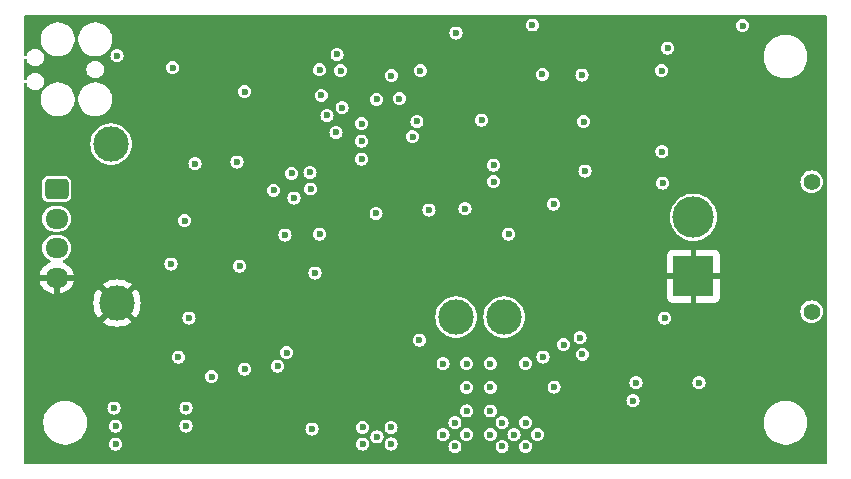
<source format=gbr>
%TF.GenerationSoftware,KiCad,Pcbnew,8.0.3*%
%TF.CreationDate,2024-07-07T18:19:15-07:00*%
%TF.ProjectId,JPBms2,4a50426d-7332-42e6-9b69-6361645f7063,rev?*%
%TF.SameCoordinates,Original*%
%TF.FileFunction,Copper,L3,Inr*%
%TF.FilePolarity,Positive*%
%FSLAX46Y46*%
G04 Gerber Fmt 4.6, Leading zero omitted, Abs format (unit mm)*
G04 Created by KiCad (PCBNEW 8.0.3) date 2024-07-07 18:19:15*
%MOMM*%
%LPD*%
G01*
G04 APERTURE LIST*
G04 Aperture macros list*
%AMRoundRect*
0 Rectangle with rounded corners*
0 $1 Rounding radius*
0 $2 $3 $4 $5 $6 $7 $8 $9 X,Y pos of 4 corners*
0 Add a 4 corners polygon primitive as box body*
4,1,4,$2,$3,$4,$5,$6,$7,$8,$9,$2,$3,0*
0 Add four circle primitives for the rounded corners*
1,1,$1+$1,$2,$3*
1,1,$1+$1,$4,$5*
1,1,$1+$1,$6,$7*
1,1,$1+$1,$8,$9*
0 Add four rect primitives between the rounded corners*
20,1,$1+$1,$2,$3,$4,$5,0*
20,1,$1+$1,$4,$5,$6,$7,0*
20,1,$1+$1,$6,$7,$8,$9,0*
20,1,$1+$1,$8,$9,$2,$3,0*%
G04 Aperture macros list end*
%TA.AperFunction,ComponentPad*%
%ADD10C,1.400000*%
%TD*%
%TA.AperFunction,ComponentPad*%
%ADD11R,3.500000X3.500000*%
%TD*%
%TA.AperFunction,ComponentPad*%
%ADD12C,3.500000*%
%TD*%
%TA.AperFunction,ComponentPad*%
%ADD13RoundRect,0.250000X-0.725000X0.600000X-0.725000X-0.600000X0.725000X-0.600000X0.725000X0.600000X0*%
%TD*%
%TA.AperFunction,ComponentPad*%
%ADD14O,1.950000X1.700000*%
%TD*%
%TA.AperFunction,ComponentPad*%
%ADD15C,3.000000*%
%TD*%
%TA.AperFunction,ViaPad*%
%ADD16C,0.600000*%
%TD*%
G04 APERTURE END LIST*
D10*
%TO.N,*%
%TO.C,J1*%
X163200000Y-76600000D03*
X163200000Y-87600000D03*
D11*
%TO.N,GND*%
X153200000Y-84600000D03*
D12*
%TO.N,/Power/Vs+*%
X153200000Y-79600000D03*
%TD*%
D13*
%TO.N,Net-(BAL1-Pin_1)*%
%TO.C,BAL1*%
X99280000Y-77220000D03*
D14*
%TO.N,Net-(BAL1-Pin_2)*%
X99280000Y-79720000D03*
%TO.N,Net-(BAL1-Pin_3)*%
X99280000Y-82220000D03*
%TO.N,GND*%
X99280000Y-84720000D03*
%TD*%
D15*
%TO.N,+BATT*%
%TO.C,TP2*%
X103886000Y-73406000D03*
%TD*%
%TO.N,/BuckBoost/VS_B*%
%TO.C,TP6*%
X137160000Y-88063000D03*
%TD*%
%TO.N,GND*%
%TO.C,TP1*%
X104394000Y-86868000D03*
%TD*%
%TO.N,/BuckBoost/VS_A*%
%TO.C,TP5*%
X133096000Y-88063000D03*
%TD*%
D16*
%TO.N,GND*%
X110497345Y-91872239D03*
%TO.N,VDD*%
X133096000Y-64008000D03*
X157353001Y-63372999D03*
%TO.N,GND*%
X110354866Y-86466939D03*
X152908008Y-91935000D03*
X97409000Y-64643000D03*
X127127000Y-79756000D03*
X143002000Y-72517000D03*
X114910935Y-82811409D03*
X128270000Y-80772000D03*
X139827000Y-68199000D03*
X111506000Y-74295000D03*
X120904000Y-96393000D03*
X146050000Y-79121000D03*
X147828000Y-96266000D03*
X136906000Y-71120000D03*
X138430000Y-75438000D03*
X120777000Y-64516000D03*
X106172000Y-94996000D03*
X151892000Y-65278000D03*
X112776000Y-92075000D03*
X128778000Y-71882000D03*
X114808000Y-88773000D03*
X104013000Y-94615000D03*
X134588973Y-67300527D03*
X117348000Y-91567000D03*
X130683000Y-78105000D03*
X119968046Y-76112949D03*
X149352000Y-82550000D03*
X140716000Y-63325822D03*
X126238000Y-85598000D03*
X120269000Y-81153000D03*
X128143000Y-82550000D03*
X139246532Y-65489771D03*
X127889000Y-91567000D03*
X115189000Y-90551000D03*
X128865400Y-67343817D03*
X119368117Y-74766958D03*
X124462563Y-70427239D03*
X127343817Y-68770301D03*
X122555000Y-80137000D03*
X123395620Y-78407380D03*
X115592532Y-79575115D03*
X143256000Y-93853000D03*
X140335000Y-80391000D03*
X105664000Y-70485000D03*
X109951553Y-67607494D03*
X103378000Y-99441000D03*
X134493000Y-81026000D03*
X141287500Y-95440500D03*
X115443000Y-85725000D03*
X133731000Y-75057000D03*
X143383000Y-98298000D03*
X132969000Y-83185000D03*
X118338009Y-78109952D03*
X154686000Y-93599000D03*
X118872000Y-90043000D03*
X108966000Y-79883000D03*
X107950000Y-83185000D03*
X122936000Y-73406000D03*
X147320000Y-94234000D03*
X155956000Y-66167000D03*
X124018883Y-65927055D03*
X138430000Y-71247000D03*
X117906475Y-76504475D03*
X124310444Y-67055270D03*
X110236000Y-98806000D03*
X139192000Y-90424000D03*
X121856608Y-68152158D03*
X143637000Y-79121000D03*
X150368000Y-89154000D03*
X151400000Y-75800000D03*
X119507000Y-88265000D03*
X116336748Y-70616748D03*
X150600000Y-77800000D03*
X122936000Y-82550000D03*
X116713000Y-64262000D03*
X122428000Y-81026000D03*
X128143000Y-72898000D03*
X104737450Y-67437000D03*
X155956000Y-68199000D03*
X127127000Y-85598000D03*
X156014994Y-64404000D03*
X151638000Y-67183000D03*
X130192375Y-70268782D03*
X125984000Y-83566000D03*
X118237000Y-71247000D03*
X150495000Y-75057000D03*
X134239000Y-76073000D03*
X106045000Y-63754000D03*
X137287000Y-76327000D03*
X124206000Y-86741000D03*
X137541000Y-80137000D03*
X111252000Y-95758000D03*
X147955000Y-92329000D03*
X118745000Y-87757000D03*
X114278000Y-63866000D03*
X113411000Y-94107000D03*
X143129000Y-76200000D03*
X103675786Y-98057351D03*
X131191000Y-80518000D03*
X141478000Y-77597000D03*
X125984000Y-73152000D03*
X111252000Y-97409000D03*
X125476000Y-79248000D03*
X137414000Y-75311000D03*
X122700519Y-69064507D03*
X119126000Y-95885000D03*
X143002000Y-68453000D03*
X133858000Y-77724000D03*
X117856000Y-67183000D03*
X122428000Y-84074000D03*
X114554000Y-75819000D03*
X125984000Y-71628000D03*
%TO.N,VDD*%
X133858000Y-78867000D03*
X126325788Y-79267078D03*
X130810000Y-78994000D03*
X136271000Y-76581000D03*
%TO.N,/MCU/SWDIO*%
X123028803Y-65820000D03*
X104394000Y-65913000D03*
%TO.N,/MCU/SWCLK*%
X109093000Y-66929000D03*
X123317000Y-67183000D03*
%TO.N,/MCU/NRST*%
X125103281Y-71676500D03*
X125095000Y-73152000D03*
X125095000Y-74676000D03*
X115189000Y-68961000D03*
%TO.N,+BATT*%
X127600000Y-97400000D03*
X127600000Y-98800000D03*
X125200000Y-97400000D03*
X143764000Y-67564000D03*
X125200000Y-98800000D03*
X139558000Y-63316075D03*
X126400000Y-98200000D03*
X140399002Y-67499998D03*
%TO.N,CELL_4V*%
X144018000Y-75692000D03*
X112395000Y-93091000D03*
X114776875Y-83742264D03*
X110236000Y-97282000D03*
%TO.N,CELL_8V*%
X110490010Y-88138000D03*
X117645821Y-77313526D03*
X143891000Y-71501000D03*
X110236000Y-95758000D03*
%TO.N,VSOLAR*%
X143800000Y-91200000D03*
X142200000Y-90400000D03*
X143600000Y-89800000D03*
%TO.N,/MCU/LED_ACTIVE*%
X151003000Y-65278000D03*
X123452797Y-70318964D03*
%TO.N,/MCU/LED_ERROR*%
X150495000Y-67183000D03*
X122174000Y-70978000D03*
%TO.N,/BuckBoost/VS_A*%
X134000000Y-94000000D03*
X134000000Y-96000000D03*
X133000000Y-97000000D03*
X130000000Y-90000000D03*
X132000000Y-92000000D03*
X134000000Y-98000000D03*
X134000000Y-92000000D03*
X133000000Y-99000000D03*
X132000000Y-98000000D03*
%TO.N,/BuckBoost/VS_B*%
X139000000Y-97000000D03*
X136000000Y-96000000D03*
X140000000Y-98000000D03*
X137000000Y-97000000D03*
X139000000Y-99000000D03*
X136000000Y-92000000D03*
X136000000Y-94000000D03*
X138000000Y-98000000D03*
X139000000Y-92000000D03*
X136000000Y-98000000D03*
X137000000Y-99000000D03*
%TO.N,/BuckBoost/GATE_TOP_B*%
X140462000Y-91440000D03*
X141403000Y-93980000D03*
%TO.N,/BuckBoost/DRIVER_VCC*%
X120904000Y-97536000D03*
X153670000Y-93599000D03*
%TO.N,COMP2_INP*%
X121539000Y-81026000D03*
X120777000Y-77200000D03*
%TO.N,DD_TOP_A*%
X121539000Y-67120000D03*
X117983000Y-92202000D03*
%TO.N,DD_BOT_A*%
X121680158Y-69280675D03*
X118745000Y-91059000D03*
%TO.N,DD_BOT_B*%
X148082000Y-95123000D03*
X130082479Y-67191472D03*
%TO.N,DD_TOP_B*%
X148336000Y-93599000D03*
X127612863Y-67603353D03*
%TO.N,NBAL_3*%
X119380000Y-77978000D03*
X119165429Y-75876332D03*
%TO.N,NBAL_2*%
X118617999Y-81114710D03*
X120728838Y-75808633D03*
%TO.N,NBAL_1*%
X122936075Y-72405000D03*
X115189000Y-92456000D03*
X114554000Y-74930000D03*
X110998000Y-75057000D03*
%TO.N,Net-(D11-A)*%
X104140004Y-95758000D03*
X110109000Y-79883000D03*
%TO.N,Net-(D12-A)*%
X108966000Y-83566000D03*
X104267000Y-97282000D03*
%TO.N,Net-(D13-A)*%
X109586000Y-91440000D03*
X104267000Y-98806000D03*
%TO.N,Net-(U1-OUT)*%
X150600000Y-76708000D03*
X150749000Y-88138000D03*
X141351000Y-78486000D03*
X137541000Y-81026000D03*
%TO.N,/MCU/SWITCH*%
X150522946Y-74041000D03*
X126383318Y-69616681D03*
%TO.N,CELL8V_ADC_EN*%
X135255000Y-71374000D03*
X129782796Y-71483621D03*
%TO.N,CELL4V_ADC_EN*%
X136271000Y-75184000D03*
X129413000Y-72771000D03*
%TO.N,DRIVERS_EN*%
X128304316Y-69569132D03*
X121158000Y-84328000D03*
%TD*%
%TA.AperFunction,Conductor*%
%TO.N,GND*%
G36*
X164442539Y-62520185D02*
G01*
X164488294Y-62572989D01*
X164499500Y-62624500D01*
X164499500Y-100375500D01*
X164479815Y-100442539D01*
X164427011Y-100488294D01*
X164375500Y-100499500D01*
X96624500Y-100499500D01*
X96557461Y-100479815D01*
X96511706Y-100427011D01*
X96500500Y-100375500D01*
X96500500Y-96878711D01*
X98149500Y-96878711D01*
X98149500Y-97121288D01*
X98170657Y-97282000D01*
X98181162Y-97361789D01*
X98191400Y-97399999D01*
X98243947Y-97596104D01*
X98335996Y-97818328D01*
X98336776Y-97820212D01*
X98458064Y-98030289D01*
X98458066Y-98030292D01*
X98458067Y-98030293D01*
X98605733Y-98222736D01*
X98605739Y-98222743D01*
X98777256Y-98394260D01*
X98777263Y-98394266D01*
X98867714Y-98463671D01*
X98969711Y-98541936D01*
X99179788Y-98663224D01*
X99403900Y-98756054D01*
X99638211Y-98818838D01*
X99818586Y-98842584D01*
X99878711Y-98850500D01*
X99878712Y-98850500D01*
X100121289Y-98850500D01*
X100169388Y-98844167D01*
X100361789Y-98818838D01*
X100409701Y-98806000D01*
X103711750Y-98806000D01*
X103729880Y-98943712D01*
X103730670Y-98949708D01*
X103730671Y-98949712D01*
X103786137Y-99083622D01*
X103786138Y-99083624D01*
X103786139Y-99083625D01*
X103874379Y-99198621D01*
X103989375Y-99286861D01*
X104123291Y-99342330D01*
X104250280Y-99359048D01*
X104266999Y-99361250D01*
X104267000Y-99361250D01*
X104267001Y-99361250D01*
X104281977Y-99359278D01*
X104410709Y-99342330D01*
X104544625Y-99286861D01*
X104659621Y-99198621D01*
X104747861Y-99083625D01*
X104803330Y-98949709D01*
X104822250Y-98806000D01*
X104821460Y-98800000D01*
X124644750Y-98800000D01*
X124652160Y-98856287D01*
X124663670Y-98943708D01*
X124663671Y-98943712D01*
X124719137Y-99077622D01*
X124719138Y-99077624D01*
X124719139Y-99077625D01*
X124807379Y-99192621D01*
X124922375Y-99280861D01*
X125056291Y-99336330D01*
X125183280Y-99353048D01*
X125199999Y-99355250D01*
X125200000Y-99355250D01*
X125200001Y-99355250D01*
X125214977Y-99353278D01*
X125343709Y-99336330D01*
X125477625Y-99280861D01*
X125592621Y-99192621D01*
X125680861Y-99077625D01*
X125736330Y-98943709D01*
X125755250Y-98800000D01*
X127044750Y-98800000D01*
X127052160Y-98856287D01*
X127063670Y-98943708D01*
X127063671Y-98943712D01*
X127119137Y-99077622D01*
X127119138Y-99077624D01*
X127119139Y-99077625D01*
X127207379Y-99192621D01*
X127322375Y-99280861D01*
X127456291Y-99336330D01*
X127583280Y-99353048D01*
X127599999Y-99355250D01*
X127600000Y-99355250D01*
X127600001Y-99355250D01*
X127614977Y-99353278D01*
X127743709Y-99336330D01*
X127877625Y-99280861D01*
X127992621Y-99192621D01*
X128080861Y-99077625D01*
X128113014Y-98999999D01*
X132444750Y-98999999D01*
X132444750Y-99000000D01*
X132463670Y-99143708D01*
X132463671Y-99143712D01*
X132519137Y-99277622D01*
X132519138Y-99277624D01*
X132519139Y-99277625D01*
X132607379Y-99392621D01*
X132722375Y-99480861D01*
X132856291Y-99536330D01*
X132983280Y-99553048D01*
X132999999Y-99555250D01*
X133000000Y-99555250D01*
X133000001Y-99555250D01*
X133014977Y-99553278D01*
X133143709Y-99536330D01*
X133277625Y-99480861D01*
X133392621Y-99392621D01*
X133480861Y-99277625D01*
X133536330Y-99143709D01*
X133555250Y-99000000D01*
X133555250Y-98999999D01*
X136444750Y-98999999D01*
X136444750Y-99000000D01*
X136463670Y-99143708D01*
X136463671Y-99143712D01*
X136519137Y-99277622D01*
X136519138Y-99277624D01*
X136519139Y-99277625D01*
X136607379Y-99392621D01*
X136722375Y-99480861D01*
X136856291Y-99536330D01*
X136983280Y-99553048D01*
X136999999Y-99555250D01*
X137000000Y-99555250D01*
X137000001Y-99555250D01*
X137014977Y-99553278D01*
X137143709Y-99536330D01*
X137277625Y-99480861D01*
X137392621Y-99392621D01*
X137480861Y-99277625D01*
X137536330Y-99143709D01*
X137555250Y-99000000D01*
X137555250Y-98999999D01*
X138444750Y-98999999D01*
X138444750Y-99000000D01*
X138463670Y-99143708D01*
X138463671Y-99143712D01*
X138519137Y-99277622D01*
X138519138Y-99277624D01*
X138519139Y-99277625D01*
X138607379Y-99392621D01*
X138722375Y-99480861D01*
X138856291Y-99536330D01*
X138983280Y-99553048D01*
X138999999Y-99555250D01*
X139000000Y-99555250D01*
X139000001Y-99555250D01*
X139014977Y-99553278D01*
X139143709Y-99536330D01*
X139277625Y-99480861D01*
X139392621Y-99392621D01*
X139480861Y-99277625D01*
X139536330Y-99143709D01*
X139555250Y-99000000D01*
X139536330Y-98856291D01*
X139486641Y-98736329D01*
X139480862Y-98722377D01*
X139480861Y-98722376D01*
X139480861Y-98722375D01*
X139392621Y-98607379D01*
X139277625Y-98519139D01*
X139277624Y-98519138D01*
X139277622Y-98519137D01*
X139143712Y-98463671D01*
X139143710Y-98463670D01*
X139143709Y-98463670D01*
X139053929Y-98451850D01*
X139000001Y-98444750D01*
X138999999Y-98444750D01*
X138856291Y-98463670D01*
X138856287Y-98463671D01*
X138722377Y-98519137D01*
X138607379Y-98607379D01*
X138519137Y-98722377D01*
X138463671Y-98856287D01*
X138463670Y-98856291D01*
X138444750Y-98999999D01*
X137555250Y-98999999D01*
X137536330Y-98856291D01*
X137486641Y-98736329D01*
X137480862Y-98722377D01*
X137480861Y-98722376D01*
X137480861Y-98722375D01*
X137392621Y-98607379D01*
X137277625Y-98519139D01*
X137277624Y-98519138D01*
X137277622Y-98519137D01*
X137143712Y-98463671D01*
X137143710Y-98463670D01*
X137143709Y-98463670D01*
X137053929Y-98451850D01*
X137000001Y-98444750D01*
X136999999Y-98444750D01*
X136856291Y-98463670D01*
X136856287Y-98463671D01*
X136722377Y-98519137D01*
X136607379Y-98607379D01*
X136519137Y-98722377D01*
X136463671Y-98856287D01*
X136463670Y-98856291D01*
X136444750Y-98999999D01*
X133555250Y-98999999D01*
X133536330Y-98856291D01*
X133486641Y-98736329D01*
X133480862Y-98722377D01*
X133480861Y-98722376D01*
X133480861Y-98722375D01*
X133392621Y-98607379D01*
X133277625Y-98519139D01*
X133277624Y-98519138D01*
X133277622Y-98519137D01*
X133143712Y-98463671D01*
X133143710Y-98463670D01*
X133143709Y-98463670D01*
X133053929Y-98451850D01*
X133000001Y-98444750D01*
X132999999Y-98444750D01*
X132856291Y-98463670D01*
X132856287Y-98463671D01*
X132722377Y-98519137D01*
X132607379Y-98607379D01*
X132519137Y-98722377D01*
X132463671Y-98856287D01*
X132463670Y-98856291D01*
X132444750Y-98999999D01*
X128113014Y-98999999D01*
X128136330Y-98943709D01*
X128155250Y-98800000D01*
X128136330Y-98656291D01*
X128086641Y-98536329D01*
X128080862Y-98522377D01*
X128080861Y-98522376D01*
X128080861Y-98522375D01*
X127992621Y-98407379D01*
X127877625Y-98319139D01*
X127877624Y-98319138D01*
X127877622Y-98319137D01*
X127743712Y-98263671D01*
X127743710Y-98263670D01*
X127743709Y-98263670D01*
X127645574Y-98250750D01*
X127600001Y-98244750D01*
X127599999Y-98244750D01*
X127456291Y-98263670D01*
X127456287Y-98263671D01*
X127322377Y-98319137D01*
X127290356Y-98343708D01*
X127207379Y-98407379D01*
X127207378Y-98407380D01*
X127207377Y-98407381D01*
X127134447Y-98502424D01*
X127081608Y-98541006D01*
X127085398Y-98548147D01*
X127079585Y-98617775D01*
X127078489Y-98620512D01*
X127063671Y-98656287D01*
X127063670Y-98656291D01*
X127050642Y-98755250D01*
X127044750Y-98800000D01*
X125755250Y-98800000D01*
X125736330Y-98656291D01*
X125721511Y-98620514D01*
X125714042Y-98551045D01*
X125719205Y-98540730D01*
X125667374Y-98504742D01*
X125665591Y-98502475D01*
X125592621Y-98407379D01*
X125477625Y-98319139D01*
X125477624Y-98319138D01*
X125477622Y-98319137D01*
X125343712Y-98263671D01*
X125343710Y-98263670D01*
X125343709Y-98263670D01*
X125245574Y-98250750D01*
X125200001Y-98244750D01*
X125199999Y-98244750D01*
X125056291Y-98263670D01*
X125056287Y-98263671D01*
X124922377Y-98319137D01*
X124807379Y-98407379D01*
X124719137Y-98522377D01*
X124663671Y-98656287D01*
X124663670Y-98656291D01*
X124650642Y-98755250D01*
X124644750Y-98800000D01*
X104821460Y-98800000D01*
X104803330Y-98662291D01*
X104753478Y-98541936D01*
X104747862Y-98528377D01*
X104747861Y-98528376D01*
X104747861Y-98528375D01*
X104659621Y-98413379D01*
X104544625Y-98325139D01*
X104544624Y-98325138D01*
X104544622Y-98325137D01*
X104410712Y-98269671D01*
X104410710Y-98269670D01*
X104410709Y-98269670D01*
X104338854Y-98260210D01*
X104267001Y-98250750D01*
X104266999Y-98250750D01*
X104123291Y-98269670D01*
X104123287Y-98269671D01*
X103989377Y-98325137D01*
X103874379Y-98413379D01*
X103786137Y-98528377D01*
X103730671Y-98662287D01*
X103730670Y-98662291D01*
X103720923Y-98736329D01*
X103711750Y-98806000D01*
X100409701Y-98806000D01*
X100596100Y-98756054D01*
X100820212Y-98663224D01*
X101030289Y-98541936D01*
X101222738Y-98394265D01*
X101394265Y-98222738D01*
X101411712Y-98200000D01*
X125844750Y-98200000D01*
X125853132Y-98263670D01*
X125863670Y-98343708D01*
X125863670Y-98343709D01*
X125878489Y-98379486D01*
X125885956Y-98448956D01*
X125880793Y-98459269D01*
X125932624Y-98495256D01*
X125934447Y-98497575D01*
X125958081Y-98528375D01*
X126007379Y-98592621D01*
X126122375Y-98680861D01*
X126256291Y-98736330D01*
X126383280Y-98753048D01*
X126399999Y-98755250D01*
X126400000Y-98755250D01*
X126400001Y-98755250D01*
X126414977Y-98753278D01*
X126543709Y-98736330D01*
X126677625Y-98680861D01*
X126792621Y-98592621D01*
X126865553Y-98497574D01*
X126918390Y-98458993D01*
X126914600Y-98451850D01*
X126920415Y-98382223D01*
X126921490Y-98379535D01*
X126936330Y-98343709D01*
X126955250Y-98200000D01*
X126936330Y-98056291D01*
X126913014Y-98000000D01*
X131444750Y-98000000D01*
X131454272Y-98072329D01*
X131463670Y-98143708D01*
X131463671Y-98143712D01*
X131519137Y-98277622D01*
X131519138Y-98277624D01*
X131519139Y-98277625D01*
X131607379Y-98392621D01*
X131722375Y-98480861D01*
X131856291Y-98536330D01*
X131983280Y-98553048D01*
X131999999Y-98555250D01*
X132000000Y-98555250D01*
X132000001Y-98555250D01*
X132014977Y-98553278D01*
X132143709Y-98536330D01*
X132277625Y-98480861D01*
X132392621Y-98392621D01*
X132480861Y-98277625D01*
X132536330Y-98143709D01*
X132555250Y-98000000D01*
X133444750Y-98000000D01*
X133454272Y-98072329D01*
X133463670Y-98143708D01*
X133463671Y-98143712D01*
X133519137Y-98277622D01*
X133519138Y-98277624D01*
X133519139Y-98277625D01*
X133607379Y-98392621D01*
X133722375Y-98480861D01*
X133856291Y-98536330D01*
X133983280Y-98553048D01*
X133999999Y-98555250D01*
X134000000Y-98555250D01*
X134000001Y-98555250D01*
X134014977Y-98553278D01*
X134143709Y-98536330D01*
X134277625Y-98480861D01*
X134392621Y-98392621D01*
X134480861Y-98277625D01*
X134536330Y-98143709D01*
X134555250Y-98000000D01*
X135444750Y-98000000D01*
X135454272Y-98072329D01*
X135463670Y-98143708D01*
X135463671Y-98143712D01*
X135519137Y-98277622D01*
X135519138Y-98277624D01*
X135519139Y-98277625D01*
X135607379Y-98392621D01*
X135722375Y-98480861D01*
X135856291Y-98536330D01*
X135983280Y-98553048D01*
X135999999Y-98555250D01*
X136000000Y-98555250D01*
X136000001Y-98555250D01*
X136014977Y-98553278D01*
X136143709Y-98536330D01*
X136277625Y-98480861D01*
X136392621Y-98392621D01*
X136480861Y-98277625D01*
X136536330Y-98143709D01*
X136555250Y-98000000D01*
X137444750Y-98000000D01*
X137454272Y-98072329D01*
X137463670Y-98143708D01*
X137463671Y-98143712D01*
X137519137Y-98277622D01*
X137519138Y-98277624D01*
X137519139Y-98277625D01*
X137607379Y-98392621D01*
X137722375Y-98480861D01*
X137856291Y-98536330D01*
X137983280Y-98553048D01*
X137999999Y-98555250D01*
X138000000Y-98555250D01*
X138000001Y-98555250D01*
X138014977Y-98553278D01*
X138143709Y-98536330D01*
X138277625Y-98480861D01*
X138392621Y-98392621D01*
X138480861Y-98277625D01*
X138536330Y-98143709D01*
X138555250Y-98000000D01*
X139444750Y-98000000D01*
X139454272Y-98072329D01*
X139463670Y-98143708D01*
X139463671Y-98143712D01*
X139519137Y-98277622D01*
X139519138Y-98277624D01*
X139519139Y-98277625D01*
X139607379Y-98392621D01*
X139722375Y-98480861D01*
X139856291Y-98536330D01*
X139983280Y-98553048D01*
X139999999Y-98555250D01*
X140000000Y-98555250D01*
X140000001Y-98555250D01*
X140014977Y-98553278D01*
X140143709Y-98536330D01*
X140277625Y-98480861D01*
X140392621Y-98392621D01*
X140480861Y-98277625D01*
X140536330Y-98143709D01*
X140555250Y-98000000D01*
X140536330Y-97856291D01*
X140480861Y-97722375D01*
X140392621Y-97607379D01*
X140277625Y-97519139D01*
X140277624Y-97519138D01*
X140277622Y-97519137D01*
X140143712Y-97463671D01*
X140143710Y-97463670D01*
X140143709Y-97463670D01*
X140071854Y-97454210D01*
X140000001Y-97444750D01*
X139999999Y-97444750D01*
X139856291Y-97463670D01*
X139856287Y-97463671D01*
X139722377Y-97519137D01*
X139607379Y-97607379D01*
X139519137Y-97722377D01*
X139463671Y-97856287D01*
X139463670Y-97856291D01*
X139450642Y-97955250D01*
X139444750Y-98000000D01*
X138555250Y-98000000D01*
X138536330Y-97856291D01*
X138480861Y-97722375D01*
X138392621Y-97607379D01*
X138277625Y-97519139D01*
X138277624Y-97519138D01*
X138277622Y-97519137D01*
X138143712Y-97463671D01*
X138143710Y-97463670D01*
X138143709Y-97463670D01*
X138071854Y-97454210D01*
X138000001Y-97444750D01*
X137999999Y-97444750D01*
X137856291Y-97463670D01*
X137856287Y-97463671D01*
X137722377Y-97519137D01*
X137607379Y-97607379D01*
X137519137Y-97722377D01*
X137463671Y-97856287D01*
X137463670Y-97856291D01*
X137450642Y-97955250D01*
X137444750Y-98000000D01*
X136555250Y-98000000D01*
X136536330Y-97856291D01*
X136480861Y-97722375D01*
X136392621Y-97607379D01*
X136277625Y-97519139D01*
X136277624Y-97519138D01*
X136277622Y-97519137D01*
X136143712Y-97463671D01*
X136143710Y-97463670D01*
X136143709Y-97463670D01*
X136071854Y-97454210D01*
X136000001Y-97444750D01*
X135999999Y-97444750D01*
X135856291Y-97463670D01*
X135856287Y-97463671D01*
X135722377Y-97519137D01*
X135607379Y-97607379D01*
X135519137Y-97722377D01*
X135463671Y-97856287D01*
X135463670Y-97856291D01*
X135450642Y-97955250D01*
X135444750Y-98000000D01*
X134555250Y-98000000D01*
X134536330Y-97856291D01*
X134480861Y-97722375D01*
X134392621Y-97607379D01*
X134277625Y-97519139D01*
X134277624Y-97519138D01*
X134277622Y-97519137D01*
X134143712Y-97463671D01*
X134143710Y-97463670D01*
X134143709Y-97463670D01*
X134071854Y-97454210D01*
X134000001Y-97444750D01*
X133999999Y-97444750D01*
X133856291Y-97463670D01*
X133856287Y-97463671D01*
X133722377Y-97519137D01*
X133607379Y-97607379D01*
X133519137Y-97722377D01*
X133463671Y-97856287D01*
X133463670Y-97856291D01*
X133450642Y-97955250D01*
X133444750Y-98000000D01*
X132555250Y-98000000D01*
X132536330Y-97856291D01*
X132480861Y-97722375D01*
X132392621Y-97607379D01*
X132277625Y-97519139D01*
X132277624Y-97519138D01*
X132277622Y-97519137D01*
X132143712Y-97463671D01*
X132143710Y-97463670D01*
X132143709Y-97463670D01*
X132071854Y-97454210D01*
X132000001Y-97444750D01*
X131999999Y-97444750D01*
X131856291Y-97463670D01*
X131856287Y-97463671D01*
X131722377Y-97519137D01*
X131607379Y-97607379D01*
X131519137Y-97722377D01*
X131463671Y-97856287D01*
X131463670Y-97856291D01*
X131450642Y-97955250D01*
X131444750Y-98000000D01*
X126913014Y-98000000D01*
X126886641Y-97936329D01*
X126880862Y-97922377D01*
X126880861Y-97922376D01*
X126880861Y-97922375D01*
X126792621Y-97807379D01*
X126677625Y-97719139D01*
X126677624Y-97719138D01*
X126677622Y-97719137D01*
X126543712Y-97663671D01*
X126543710Y-97663670D01*
X126543709Y-97663670D01*
X126471854Y-97654210D01*
X126400001Y-97644750D01*
X126399999Y-97644750D01*
X126256291Y-97663670D01*
X126256287Y-97663671D01*
X126122377Y-97719137D01*
X126007379Y-97807379D01*
X125919137Y-97922377D01*
X125863671Y-98056287D01*
X125863670Y-98056291D01*
X125844750Y-98200000D01*
X101411712Y-98200000D01*
X101541936Y-98030289D01*
X101663224Y-97820212D01*
X101756054Y-97596100D01*
X101818838Y-97361789D01*
X101829342Y-97281999D01*
X103711750Y-97281999D01*
X103711750Y-97282000D01*
X103730670Y-97425708D01*
X103730671Y-97425712D01*
X103786137Y-97559622D01*
X103786138Y-97559624D01*
X103786139Y-97559625D01*
X103874379Y-97674621D01*
X103989375Y-97762861D01*
X104123291Y-97818330D01*
X104250280Y-97835048D01*
X104266999Y-97837250D01*
X104267000Y-97837250D01*
X104267001Y-97837250D01*
X104281977Y-97835278D01*
X104410709Y-97818330D01*
X104544625Y-97762861D01*
X104659621Y-97674621D01*
X104747861Y-97559625D01*
X104803330Y-97425709D01*
X104822250Y-97282000D01*
X104822250Y-97281999D01*
X109680750Y-97281999D01*
X109680750Y-97282000D01*
X109699670Y-97425708D01*
X109699671Y-97425712D01*
X109755137Y-97559622D01*
X109755138Y-97559624D01*
X109755139Y-97559625D01*
X109843379Y-97674621D01*
X109958375Y-97762861D01*
X110092291Y-97818330D01*
X110219280Y-97835048D01*
X110235999Y-97837250D01*
X110236000Y-97837250D01*
X110236001Y-97837250D01*
X110250977Y-97835278D01*
X110379709Y-97818330D01*
X110513625Y-97762861D01*
X110628621Y-97674621D01*
X110716861Y-97559625D01*
X110726647Y-97536000D01*
X120348750Y-97536000D01*
X120365558Y-97663670D01*
X120367670Y-97679708D01*
X120367671Y-97679712D01*
X120423137Y-97813622D01*
X120423138Y-97813624D01*
X120423139Y-97813625D01*
X120511379Y-97928621D01*
X120626375Y-98016861D01*
X120626376Y-98016861D01*
X120626377Y-98016862D01*
X120658803Y-98030293D01*
X120760291Y-98072330D01*
X120887280Y-98089048D01*
X120903999Y-98091250D01*
X120904000Y-98091250D01*
X120904001Y-98091250D01*
X120918977Y-98089278D01*
X121047709Y-98072330D01*
X121181625Y-98016861D01*
X121296621Y-97928621D01*
X121384861Y-97813625D01*
X121440330Y-97679709D01*
X121459250Y-97536000D01*
X121441345Y-97400000D01*
X124644750Y-97400000D01*
X124662698Y-97536329D01*
X124663670Y-97543708D01*
X124663671Y-97543712D01*
X124719137Y-97677622D01*
X124719138Y-97677624D01*
X124719139Y-97677625D01*
X124807379Y-97792621D01*
X124922375Y-97880861D01*
X125056291Y-97936330D01*
X125183280Y-97953048D01*
X125199999Y-97955250D01*
X125200000Y-97955250D01*
X125200001Y-97955250D01*
X125214977Y-97953278D01*
X125343709Y-97936330D01*
X125477625Y-97880861D01*
X125592621Y-97792621D01*
X125680861Y-97677625D01*
X125736330Y-97543709D01*
X125755250Y-97400000D01*
X127044750Y-97400000D01*
X127062698Y-97536329D01*
X127063670Y-97543708D01*
X127063671Y-97543712D01*
X127119137Y-97677622D01*
X127119138Y-97677624D01*
X127119139Y-97677625D01*
X127207379Y-97792621D01*
X127322375Y-97880861D01*
X127456291Y-97936330D01*
X127583280Y-97953048D01*
X127599999Y-97955250D01*
X127600000Y-97955250D01*
X127600001Y-97955250D01*
X127614977Y-97953278D01*
X127743709Y-97936330D01*
X127877625Y-97880861D01*
X127992621Y-97792621D01*
X128080861Y-97677625D01*
X128136330Y-97543709D01*
X128155250Y-97400000D01*
X128136330Y-97256291D01*
X128080861Y-97122375D01*
X127992621Y-97007379D01*
X127983003Y-96999999D01*
X132444750Y-96999999D01*
X132444750Y-97000000D01*
X132463670Y-97143708D01*
X132463671Y-97143712D01*
X132519137Y-97277622D01*
X132519138Y-97277624D01*
X132519139Y-97277625D01*
X132607379Y-97392621D01*
X132722375Y-97480861D01*
X132856291Y-97536330D01*
X132983280Y-97553048D01*
X132999999Y-97555250D01*
X133000000Y-97555250D01*
X133000001Y-97555250D01*
X133014977Y-97553278D01*
X133143709Y-97536330D01*
X133277625Y-97480861D01*
X133392621Y-97392621D01*
X133480861Y-97277625D01*
X133536330Y-97143709D01*
X133555250Y-97000000D01*
X133555250Y-96999999D01*
X136444750Y-96999999D01*
X136444750Y-97000000D01*
X136463670Y-97143708D01*
X136463671Y-97143712D01*
X136519137Y-97277622D01*
X136519138Y-97277624D01*
X136519139Y-97277625D01*
X136607379Y-97392621D01*
X136722375Y-97480861D01*
X136856291Y-97536330D01*
X136983280Y-97553048D01*
X136999999Y-97555250D01*
X137000000Y-97555250D01*
X137000001Y-97555250D01*
X137014977Y-97553278D01*
X137143709Y-97536330D01*
X137277625Y-97480861D01*
X137392621Y-97392621D01*
X137480861Y-97277625D01*
X137536330Y-97143709D01*
X137555250Y-97000000D01*
X137555250Y-96999999D01*
X138444750Y-96999999D01*
X138444750Y-97000000D01*
X138463670Y-97143708D01*
X138463671Y-97143712D01*
X138519137Y-97277622D01*
X138519138Y-97277624D01*
X138519139Y-97277625D01*
X138607379Y-97392621D01*
X138722375Y-97480861D01*
X138856291Y-97536330D01*
X138983280Y-97553048D01*
X138999999Y-97555250D01*
X139000000Y-97555250D01*
X139000001Y-97555250D01*
X139014977Y-97553278D01*
X139143709Y-97536330D01*
X139277625Y-97480861D01*
X139392621Y-97392621D01*
X139480861Y-97277625D01*
X139536330Y-97143709D01*
X139555250Y-97000000D01*
X139539282Y-96878711D01*
X159149500Y-96878711D01*
X159149500Y-97121288D01*
X159170657Y-97282000D01*
X159181162Y-97361789D01*
X159191400Y-97399999D01*
X159243947Y-97596104D01*
X159335996Y-97818328D01*
X159336776Y-97820212D01*
X159458064Y-98030289D01*
X159458066Y-98030292D01*
X159458067Y-98030293D01*
X159605733Y-98222736D01*
X159605739Y-98222743D01*
X159777256Y-98394260D01*
X159777263Y-98394266D01*
X159867714Y-98463671D01*
X159969711Y-98541936D01*
X160179788Y-98663224D01*
X160403900Y-98756054D01*
X160638211Y-98818838D01*
X160818586Y-98842584D01*
X160878711Y-98850500D01*
X160878712Y-98850500D01*
X161121289Y-98850500D01*
X161169388Y-98844167D01*
X161361789Y-98818838D01*
X161596100Y-98756054D01*
X161820212Y-98663224D01*
X162030289Y-98541936D01*
X162222738Y-98394265D01*
X162394265Y-98222738D01*
X162541936Y-98030289D01*
X162663224Y-97820212D01*
X162756054Y-97596100D01*
X162818838Y-97361789D01*
X162850500Y-97121288D01*
X162850500Y-96878712D01*
X162818838Y-96638211D01*
X162756054Y-96403900D01*
X162663224Y-96179788D01*
X162541936Y-95969711D01*
X162394265Y-95777262D01*
X162394260Y-95777256D01*
X162222743Y-95605739D01*
X162222736Y-95605733D01*
X162030293Y-95458067D01*
X162030292Y-95458066D01*
X162030289Y-95458064D01*
X161820212Y-95336776D01*
X161820205Y-95336773D01*
X161596104Y-95243947D01*
X161361785Y-95181161D01*
X161121289Y-95149500D01*
X161121288Y-95149500D01*
X160878712Y-95149500D01*
X160878711Y-95149500D01*
X160638214Y-95181161D01*
X160403895Y-95243947D01*
X160179794Y-95336773D01*
X160179785Y-95336777D01*
X159969706Y-95458067D01*
X159777263Y-95605733D01*
X159777256Y-95605739D01*
X159605739Y-95777256D01*
X159605733Y-95777263D01*
X159458067Y-95969706D01*
X159336777Y-96179785D01*
X159336773Y-96179794D01*
X159243947Y-96403895D01*
X159181161Y-96638214D01*
X159149500Y-96878711D01*
X139539282Y-96878711D01*
X139536330Y-96856291D01*
X139480861Y-96722375D01*
X139392621Y-96607379D01*
X139277625Y-96519139D01*
X139277624Y-96519138D01*
X139277622Y-96519137D01*
X139143712Y-96463671D01*
X139143710Y-96463670D01*
X139143709Y-96463670D01*
X139071854Y-96454210D01*
X139000001Y-96444750D01*
X138999999Y-96444750D01*
X138856291Y-96463670D01*
X138856287Y-96463671D01*
X138722377Y-96519137D01*
X138607379Y-96607379D01*
X138519137Y-96722377D01*
X138463671Y-96856287D01*
X138463670Y-96856291D01*
X138444750Y-96999999D01*
X137555250Y-96999999D01*
X137536330Y-96856291D01*
X137480861Y-96722375D01*
X137392621Y-96607379D01*
X137277625Y-96519139D01*
X137277624Y-96519138D01*
X137277622Y-96519137D01*
X137143712Y-96463671D01*
X137143710Y-96463670D01*
X137143709Y-96463670D01*
X137071854Y-96454210D01*
X137000001Y-96444750D01*
X136999999Y-96444750D01*
X136856291Y-96463670D01*
X136856287Y-96463671D01*
X136722377Y-96519137D01*
X136607379Y-96607379D01*
X136519137Y-96722377D01*
X136463671Y-96856287D01*
X136463670Y-96856291D01*
X136444750Y-96999999D01*
X133555250Y-96999999D01*
X133536330Y-96856291D01*
X133480861Y-96722375D01*
X133392621Y-96607379D01*
X133277625Y-96519139D01*
X133277624Y-96519138D01*
X133277622Y-96519137D01*
X133143712Y-96463671D01*
X133143710Y-96463670D01*
X133143709Y-96463670D01*
X133071854Y-96454210D01*
X133000001Y-96444750D01*
X132999999Y-96444750D01*
X132856291Y-96463670D01*
X132856287Y-96463671D01*
X132722377Y-96519137D01*
X132607379Y-96607379D01*
X132519137Y-96722377D01*
X132463671Y-96856287D01*
X132463670Y-96856291D01*
X132444750Y-96999999D01*
X127983003Y-96999999D01*
X127877625Y-96919139D01*
X127877624Y-96919138D01*
X127877622Y-96919137D01*
X127743712Y-96863671D01*
X127743710Y-96863670D01*
X127743709Y-96863670D01*
X127671854Y-96854210D01*
X127600001Y-96844750D01*
X127599999Y-96844750D01*
X127456291Y-96863670D01*
X127456287Y-96863671D01*
X127322377Y-96919137D01*
X127207379Y-97007379D01*
X127119137Y-97122377D01*
X127063671Y-97256287D01*
X127063670Y-97256291D01*
X127045722Y-97392620D01*
X127044750Y-97400000D01*
X125755250Y-97400000D01*
X125736330Y-97256291D01*
X125680861Y-97122375D01*
X125592621Y-97007379D01*
X125477625Y-96919139D01*
X125477624Y-96919138D01*
X125477622Y-96919137D01*
X125343712Y-96863671D01*
X125343710Y-96863670D01*
X125343709Y-96863670D01*
X125271854Y-96854210D01*
X125200001Y-96844750D01*
X125199999Y-96844750D01*
X125056291Y-96863670D01*
X125056287Y-96863671D01*
X124922377Y-96919137D01*
X124807379Y-97007379D01*
X124719137Y-97122377D01*
X124663671Y-97256287D01*
X124663670Y-97256291D01*
X124645722Y-97392620D01*
X124644750Y-97400000D01*
X121441345Y-97400000D01*
X121440330Y-97392291D01*
X121394646Y-97281999D01*
X121384862Y-97258377D01*
X121384861Y-97258376D01*
X121384861Y-97258375D01*
X121296621Y-97143379D01*
X121181625Y-97055139D01*
X121181624Y-97055138D01*
X121181622Y-97055137D01*
X121047712Y-96999671D01*
X121047710Y-96999670D01*
X121047709Y-96999670D01*
X120975854Y-96990210D01*
X120904001Y-96980750D01*
X120903999Y-96980750D01*
X120760291Y-96999670D01*
X120760287Y-96999671D01*
X120626377Y-97055137D01*
X120511379Y-97143379D01*
X120423137Y-97258377D01*
X120367671Y-97392287D01*
X120367670Y-97392291D01*
X120360764Y-97444750D01*
X120348750Y-97536000D01*
X110726647Y-97536000D01*
X110772330Y-97425709D01*
X110791250Y-97282000D01*
X110772330Y-97138291D01*
X110716861Y-97004375D01*
X110628621Y-96889379D01*
X110513625Y-96801139D01*
X110513624Y-96801138D01*
X110513622Y-96801137D01*
X110379712Y-96745671D01*
X110379710Y-96745670D01*
X110379709Y-96745670D01*
X110307854Y-96736210D01*
X110236001Y-96726750D01*
X110235999Y-96726750D01*
X110092291Y-96745670D01*
X110092287Y-96745671D01*
X109958377Y-96801137D01*
X109843379Y-96889379D01*
X109755137Y-97004377D01*
X109699671Y-97138287D01*
X109699670Y-97138291D01*
X109680750Y-97281999D01*
X104822250Y-97281999D01*
X104803330Y-97138291D01*
X104747861Y-97004375D01*
X104659621Y-96889379D01*
X104544625Y-96801139D01*
X104544624Y-96801138D01*
X104544622Y-96801137D01*
X104410712Y-96745671D01*
X104410710Y-96745670D01*
X104410709Y-96745670D01*
X104338854Y-96736210D01*
X104267001Y-96726750D01*
X104266999Y-96726750D01*
X104123291Y-96745670D01*
X104123287Y-96745671D01*
X103989377Y-96801137D01*
X103874379Y-96889379D01*
X103786137Y-97004377D01*
X103730671Y-97138287D01*
X103730670Y-97138291D01*
X103711750Y-97281999D01*
X101829342Y-97281999D01*
X101850500Y-97121288D01*
X101850500Y-96878712D01*
X101818838Y-96638211D01*
X101756054Y-96403900D01*
X101663224Y-96179788D01*
X101541936Y-95969711D01*
X101394265Y-95777262D01*
X101394260Y-95777256D01*
X101375004Y-95758000D01*
X103584754Y-95758000D01*
X103597694Y-95856291D01*
X103603674Y-95901708D01*
X103603675Y-95901712D01*
X103659141Y-96035622D01*
X103659142Y-96035624D01*
X103659143Y-96035625D01*
X103747383Y-96150621D01*
X103862379Y-96238861D01*
X103996295Y-96294330D01*
X104123284Y-96311048D01*
X104140003Y-96313250D01*
X104140004Y-96313250D01*
X104140005Y-96313250D01*
X104154981Y-96311278D01*
X104283713Y-96294330D01*
X104417629Y-96238861D01*
X104532625Y-96150621D01*
X104620865Y-96035625D01*
X104676334Y-95901709D01*
X104695254Y-95758000D01*
X109680750Y-95758000D01*
X109693690Y-95856291D01*
X109699670Y-95901708D01*
X109699671Y-95901712D01*
X109755137Y-96035622D01*
X109755138Y-96035624D01*
X109755139Y-96035625D01*
X109843379Y-96150621D01*
X109958375Y-96238861D01*
X110092291Y-96294330D01*
X110219280Y-96311048D01*
X110235999Y-96313250D01*
X110236000Y-96313250D01*
X110236001Y-96313250D01*
X110250977Y-96311278D01*
X110379709Y-96294330D01*
X110513625Y-96238861D01*
X110628621Y-96150621D01*
X110716861Y-96035625D01*
X110731618Y-95999999D01*
X133444750Y-95999999D01*
X133444750Y-96000000D01*
X133463670Y-96143708D01*
X133463671Y-96143712D01*
X133519137Y-96277622D01*
X133519138Y-96277624D01*
X133519139Y-96277625D01*
X133607379Y-96392621D01*
X133722375Y-96480861D01*
X133856291Y-96536330D01*
X133983280Y-96553048D01*
X133999999Y-96555250D01*
X134000000Y-96555250D01*
X134000001Y-96555250D01*
X134014977Y-96553278D01*
X134143709Y-96536330D01*
X134277625Y-96480861D01*
X134392621Y-96392621D01*
X134480861Y-96277625D01*
X134536330Y-96143709D01*
X134555250Y-96000000D01*
X134555250Y-95999999D01*
X135444750Y-95999999D01*
X135444750Y-96000000D01*
X135463670Y-96143708D01*
X135463671Y-96143712D01*
X135519137Y-96277622D01*
X135519138Y-96277624D01*
X135519139Y-96277625D01*
X135607379Y-96392621D01*
X135722375Y-96480861D01*
X135856291Y-96536330D01*
X135983280Y-96553048D01*
X135999999Y-96555250D01*
X136000000Y-96555250D01*
X136000001Y-96555250D01*
X136014977Y-96553278D01*
X136143709Y-96536330D01*
X136277625Y-96480861D01*
X136392621Y-96392621D01*
X136480861Y-96277625D01*
X136536330Y-96143709D01*
X136555250Y-96000000D01*
X136536330Y-95856291D01*
X136480861Y-95722375D01*
X136392621Y-95607379D01*
X136277625Y-95519139D01*
X136277624Y-95519138D01*
X136277622Y-95519137D01*
X136143712Y-95463671D01*
X136143710Y-95463670D01*
X136143709Y-95463670D01*
X136071854Y-95454210D01*
X136000001Y-95444750D01*
X135999999Y-95444750D01*
X135856291Y-95463670D01*
X135856287Y-95463671D01*
X135722377Y-95519137D01*
X135607379Y-95607379D01*
X135519137Y-95722377D01*
X135463671Y-95856287D01*
X135463670Y-95856291D01*
X135444750Y-95999999D01*
X134555250Y-95999999D01*
X134536330Y-95856291D01*
X134480861Y-95722375D01*
X134392621Y-95607379D01*
X134277625Y-95519139D01*
X134277624Y-95519138D01*
X134277622Y-95519137D01*
X134143712Y-95463671D01*
X134143710Y-95463670D01*
X134143709Y-95463670D01*
X134071854Y-95454210D01*
X134000001Y-95444750D01*
X133999999Y-95444750D01*
X133856291Y-95463670D01*
X133856287Y-95463671D01*
X133722377Y-95519137D01*
X133607379Y-95607379D01*
X133519137Y-95722377D01*
X133463671Y-95856287D01*
X133463670Y-95856291D01*
X133444750Y-95999999D01*
X110731618Y-95999999D01*
X110772330Y-95901709D01*
X110791250Y-95758000D01*
X110772330Y-95614291D01*
X110716861Y-95480375D01*
X110628621Y-95365379D01*
X110513625Y-95277139D01*
X110513624Y-95277138D01*
X110513622Y-95277137D01*
X110379712Y-95221671D01*
X110379710Y-95221670D01*
X110379709Y-95221670D01*
X110307854Y-95212210D01*
X110236001Y-95202750D01*
X110235999Y-95202750D01*
X110092291Y-95221670D01*
X110092287Y-95221671D01*
X109958377Y-95277137D01*
X109843379Y-95365379D01*
X109755137Y-95480377D01*
X109699671Y-95614287D01*
X109699670Y-95614291D01*
X109693741Y-95659329D01*
X109680750Y-95758000D01*
X104695254Y-95758000D01*
X104676334Y-95614291D01*
X104620865Y-95480375D01*
X104532625Y-95365379D01*
X104417629Y-95277139D01*
X104417628Y-95277138D01*
X104417626Y-95277137D01*
X104283716Y-95221671D01*
X104283714Y-95221670D01*
X104283713Y-95221670D01*
X104211858Y-95212210D01*
X104140005Y-95202750D01*
X104140003Y-95202750D01*
X103996295Y-95221670D01*
X103996291Y-95221671D01*
X103862381Y-95277137D01*
X103747383Y-95365379D01*
X103659141Y-95480377D01*
X103603675Y-95614287D01*
X103603674Y-95614291D01*
X103597745Y-95659329D01*
X103584754Y-95758000D01*
X101375004Y-95758000D01*
X101222743Y-95605739D01*
X101222736Y-95605733D01*
X101030293Y-95458067D01*
X101030292Y-95458066D01*
X101030289Y-95458064D01*
X100820212Y-95336776D01*
X100820205Y-95336773D01*
X100596104Y-95243947D01*
X100361785Y-95181161D01*
X100121289Y-95149500D01*
X100121288Y-95149500D01*
X99878712Y-95149500D01*
X99878711Y-95149500D01*
X99638214Y-95181161D01*
X99403895Y-95243947D01*
X99179794Y-95336773D01*
X99179785Y-95336777D01*
X98969706Y-95458067D01*
X98777263Y-95605733D01*
X98777256Y-95605739D01*
X98605739Y-95777256D01*
X98605733Y-95777263D01*
X98458067Y-95969706D01*
X98336777Y-96179785D01*
X98336773Y-96179794D01*
X98243947Y-96403895D01*
X98181161Y-96638214D01*
X98149500Y-96878711D01*
X96500500Y-96878711D01*
X96500500Y-95123000D01*
X147526750Y-95123000D01*
X147537249Y-95202750D01*
X147545670Y-95266708D01*
X147545671Y-95266712D01*
X147601137Y-95400622D01*
X147601138Y-95400624D01*
X147601139Y-95400625D01*
X147689379Y-95515621D01*
X147804375Y-95603861D01*
X147804376Y-95603861D01*
X147804377Y-95603862D01*
X147849013Y-95622350D01*
X147938291Y-95659330D01*
X148065280Y-95676048D01*
X148081999Y-95678250D01*
X148082000Y-95678250D01*
X148082001Y-95678250D01*
X148096977Y-95676278D01*
X148225709Y-95659330D01*
X148359625Y-95603861D01*
X148474621Y-95515621D01*
X148562861Y-95400625D01*
X148618330Y-95266709D01*
X148637250Y-95123000D01*
X148618330Y-94979291D01*
X148562861Y-94845375D01*
X148474621Y-94730379D01*
X148359625Y-94642139D01*
X148359624Y-94642138D01*
X148359622Y-94642137D01*
X148225712Y-94586671D01*
X148225710Y-94586670D01*
X148225709Y-94586670D01*
X148153854Y-94577210D01*
X148082001Y-94567750D01*
X148081999Y-94567750D01*
X147938291Y-94586670D01*
X147938287Y-94586671D01*
X147804377Y-94642137D01*
X147689379Y-94730379D01*
X147601137Y-94845377D01*
X147545671Y-94979287D01*
X147545670Y-94979291D01*
X147526750Y-95123000D01*
X96500500Y-95123000D01*
X96500500Y-93999999D01*
X133444750Y-93999999D01*
X133444750Y-94000000D01*
X133463670Y-94143708D01*
X133463671Y-94143712D01*
X133519137Y-94277622D01*
X133519138Y-94277624D01*
X133519139Y-94277625D01*
X133607379Y-94392621D01*
X133722375Y-94480861D01*
X133856291Y-94536330D01*
X133983280Y-94553048D01*
X133999999Y-94555250D01*
X134000000Y-94555250D01*
X134000001Y-94555250D01*
X134014977Y-94553278D01*
X134143709Y-94536330D01*
X134277625Y-94480861D01*
X134392621Y-94392621D01*
X134480861Y-94277625D01*
X134536330Y-94143709D01*
X134555250Y-94000000D01*
X134555250Y-93999999D01*
X135444750Y-93999999D01*
X135444750Y-94000000D01*
X135463670Y-94143708D01*
X135463671Y-94143712D01*
X135519137Y-94277622D01*
X135519138Y-94277624D01*
X135519139Y-94277625D01*
X135607379Y-94392621D01*
X135722375Y-94480861D01*
X135856291Y-94536330D01*
X135983280Y-94553048D01*
X135999999Y-94555250D01*
X136000000Y-94555250D01*
X136000001Y-94555250D01*
X136014977Y-94553278D01*
X136143709Y-94536330D01*
X136277625Y-94480861D01*
X136392621Y-94392621D01*
X136480861Y-94277625D01*
X136536330Y-94143709D01*
X136555250Y-94000000D01*
X136552617Y-93979999D01*
X140847750Y-93979999D01*
X140847750Y-93980000D01*
X140866670Y-94123708D01*
X140866671Y-94123712D01*
X140922137Y-94257622D01*
X140922138Y-94257624D01*
X140922139Y-94257625D01*
X141010379Y-94372621D01*
X141125375Y-94460861D01*
X141259291Y-94516330D01*
X141386280Y-94533048D01*
X141402999Y-94535250D01*
X141403000Y-94535250D01*
X141403001Y-94535250D01*
X141417977Y-94533278D01*
X141546709Y-94516330D01*
X141680625Y-94460861D01*
X141795621Y-94372621D01*
X141883861Y-94257625D01*
X141939330Y-94123709D01*
X141958250Y-93980000D01*
X141939330Y-93836291D01*
X141883861Y-93702375D01*
X141804537Y-93598999D01*
X147780750Y-93598999D01*
X147780750Y-93599000D01*
X147799670Y-93742708D01*
X147799671Y-93742712D01*
X147855137Y-93876622D01*
X147855138Y-93876624D01*
X147855139Y-93876625D01*
X147943379Y-93991621D01*
X148058375Y-94079861D01*
X148192291Y-94135330D01*
X148319280Y-94152048D01*
X148335999Y-94154250D01*
X148336000Y-94154250D01*
X148336001Y-94154250D01*
X148350977Y-94152278D01*
X148479709Y-94135330D01*
X148613625Y-94079861D01*
X148728621Y-93991621D01*
X148816861Y-93876625D01*
X148872330Y-93742709D01*
X148891250Y-93599000D01*
X148891250Y-93598999D01*
X153114750Y-93598999D01*
X153114750Y-93599000D01*
X153133670Y-93742708D01*
X153133671Y-93742712D01*
X153189137Y-93876622D01*
X153189138Y-93876624D01*
X153189139Y-93876625D01*
X153277379Y-93991621D01*
X153392375Y-94079861D01*
X153526291Y-94135330D01*
X153653280Y-94152048D01*
X153669999Y-94154250D01*
X153670000Y-94154250D01*
X153670001Y-94154250D01*
X153684977Y-94152278D01*
X153813709Y-94135330D01*
X153947625Y-94079861D01*
X154062621Y-93991621D01*
X154150861Y-93876625D01*
X154206330Y-93742709D01*
X154225250Y-93599000D01*
X154206330Y-93455291D01*
X154150861Y-93321375D01*
X154062621Y-93206379D01*
X153947625Y-93118139D01*
X153947624Y-93118138D01*
X153947622Y-93118137D01*
X153813712Y-93062671D01*
X153813710Y-93062670D01*
X153813709Y-93062670D01*
X153741854Y-93053210D01*
X153670001Y-93043750D01*
X153669999Y-93043750D01*
X153526291Y-93062670D01*
X153526287Y-93062671D01*
X153392377Y-93118137D01*
X153277379Y-93206379D01*
X153189137Y-93321377D01*
X153133671Y-93455287D01*
X153133670Y-93455291D01*
X153114750Y-93598999D01*
X148891250Y-93598999D01*
X148872330Y-93455291D01*
X148816861Y-93321375D01*
X148728621Y-93206379D01*
X148613625Y-93118139D01*
X148613624Y-93118138D01*
X148613622Y-93118137D01*
X148479712Y-93062671D01*
X148479710Y-93062670D01*
X148479709Y-93062670D01*
X148407854Y-93053210D01*
X148336001Y-93043750D01*
X148335999Y-93043750D01*
X148192291Y-93062670D01*
X148192287Y-93062671D01*
X148058377Y-93118137D01*
X147943379Y-93206379D01*
X147855137Y-93321377D01*
X147799671Y-93455287D01*
X147799670Y-93455291D01*
X147780750Y-93598999D01*
X141804537Y-93598999D01*
X141795621Y-93587379D01*
X141680625Y-93499139D01*
X141680624Y-93499138D01*
X141680622Y-93499137D01*
X141546712Y-93443671D01*
X141546710Y-93443670D01*
X141546709Y-93443670D01*
X141474854Y-93434210D01*
X141403001Y-93424750D01*
X141402999Y-93424750D01*
X141259291Y-93443670D01*
X141259287Y-93443671D01*
X141125377Y-93499137D01*
X141010379Y-93587379D01*
X140922137Y-93702377D01*
X140866671Y-93836287D01*
X140866670Y-93836291D01*
X140847750Y-93979999D01*
X136552617Y-93979999D01*
X136536330Y-93856291D01*
X136489285Y-93742712D01*
X136480862Y-93722377D01*
X136480861Y-93722376D01*
X136480861Y-93722375D01*
X136392621Y-93607379D01*
X136277625Y-93519139D01*
X136277624Y-93519138D01*
X136277622Y-93519137D01*
X136143712Y-93463671D01*
X136143710Y-93463670D01*
X136143709Y-93463670D01*
X136071854Y-93454210D01*
X136000001Y-93444750D01*
X135999999Y-93444750D01*
X135856291Y-93463670D01*
X135856287Y-93463671D01*
X135722377Y-93519137D01*
X135607379Y-93607379D01*
X135519137Y-93722377D01*
X135463671Y-93856287D01*
X135463670Y-93856291D01*
X135444750Y-93999999D01*
X134555250Y-93999999D01*
X134536330Y-93856291D01*
X134489285Y-93742712D01*
X134480862Y-93722377D01*
X134480861Y-93722376D01*
X134480861Y-93722375D01*
X134392621Y-93607379D01*
X134277625Y-93519139D01*
X134277624Y-93519138D01*
X134277622Y-93519137D01*
X134143712Y-93463671D01*
X134143710Y-93463670D01*
X134143709Y-93463670D01*
X134071854Y-93454210D01*
X134000001Y-93444750D01*
X133999999Y-93444750D01*
X133856291Y-93463670D01*
X133856287Y-93463671D01*
X133722377Y-93519137D01*
X133607379Y-93607379D01*
X133519137Y-93722377D01*
X133463671Y-93856287D01*
X133463670Y-93856291D01*
X133444750Y-93999999D01*
X96500500Y-93999999D01*
X96500500Y-93090999D01*
X111839750Y-93090999D01*
X111839750Y-93091000D01*
X111858670Y-93234708D01*
X111858671Y-93234712D01*
X111914137Y-93368622D01*
X111914138Y-93368624D01*
X111914139Y-93368625D01*
X112002379Y-93483621D01*
X112117375Y-93571861D01*
X112251291Y-93627330D01*
X112378280Y-93644048D01*
X112394999Y-93646250D01*
X112395000Y-93646250D01*
X112395001Y-93646250D01*
X112409977Y-93644278D01*
X112538709Y-93627330D01*
X112672625Y-93571861D01*
X112787621Y-93483621D01*
X112875861Y-93368625D01*
X112931330Y-93234709D01*
X112950250Y-93091000D01*
X112931330Y-92947291D01*
X112875861Y-92813375D01*
X112787621Y-92698379D01*
X112672625Y-92610139D01*
X112672624Y-92610138D01*
X112672622Y-92610137D01*
X112538712Y-92554671D01*
X112538710Y-92554670D01*
X112538709Y-92554670D01*
X112466854Y-92545210D01*
X112395001Y-92535750D01*
X112394999Y-92535750D01*
X112251291Y-92554670D01*
X112251287Y-92554671D01*
X112117377Y-92610137D01*
X112002379Y-92698379D01*
X111914137Y-92813377D01*
X111858671Y-92947287D01*
X111858670Y-92947291D01*
X111839750Y-93090999D01*
X96500500Y-93090999D01*
X96500500Y-92456000D01*
X114633750Y-92456000D01*
X114644249Y-92535750D01*
X114652670Y-92599708D01*
X114652671Y-92599712D01*
X114708137Y-92733622D01*
X114708138Y-92733624D01*
X114708139Y-92733625D01*
X114796379Y-92848621D01*
X114911375Y-92936861D01*
X114911376Y-92936861D01*
X114911377Y-92936862D01*
X114956013Y-92955350D01*
X115045291Y-92992330D01*
X115172280Y-93009048D01*
X115188999Y-93011250D01*
X115189000Y-93011250D01*
X115189001Y-93011250D01*
X115203977Y-93009278D01*
X115332709Y-92992330D01*
X115466625Y-92936861D01*
X115581621Y-92848621D01*
X115669861Y-92733625D01*
X115725330Y-92599709D01*
X115744250Y-92456000D01*
X115725330Y-92312291D01*
X115679646Y-92201999D01*
X117427750Y-92201999D01*
X117427750Y-92202000D01*
X117446670Y-92345708D01*
X117446671Y-92345712D01*
X117502137Y-92479622D01*
X117502138Y-92479624D01*
X117502139Y-92479625D01*
X117590379Y-92594621D01*
X117705375Y-92682861D01*
X117839291Y-92738330D01*
X117966280Y-92755048D01*
X117982999Y-92757250D01*
X117983000Y-92757250D01*
X117983001Y-92757250D01*
X117997977Y-92755278D01*
X118126709Y-92738330D01*
X118260625Y-92682861D01*
X118375621Y-92594621D01*
X118463861Y-92479625D01*
X118519330Y-92345709D01*
X118538250Y-92202000D01*
X118519330Y-92058291D01*
X118495185Y-91999999D01*
X131444750Y-91999999D01*
X131444750Y-92000000D01*
X131463670Y-92143708D01*
X131463671Y-92143712D01*
X131519137Y-92277622D01*
X131519138Y-92277624D01*
X131519139Y-92277625D01*
X131607379Y-92392621D01*
X131722375Y-92480861D01*
X131856291Y-92536330D01*
X131983280Y-92553048D01*
X131999999Y-92555250D01*
X132000000Y-92555250D01*
X132000001Y-92555250D01*
X132014977Y-92553278D01*
X132143709Y-92536330D01*
X132277625Y-92480861D01*
X132392621Y-92392621D01*
X132480861Y-92277625D01*
X132536330Y-92143709D01*
X132555250Y-92000000D01*
X132555250Y-91999999D01*
X133444750Y-91999999D01*
X133444750Y-92000000D01*
X133463670Y-92143708D01*
X133463671Y-92143712D01*
X133519137Y-92277622D01*
X133519138Y-92277624D01*
X133519139Y-92277625D01*
X133607379Y-92392621D01*
X133722375Y-92480861D01*
X133856291Y-92536330D01*
X133983280Y-92553048D01*
X133999999Y-92555250D01*
X134000000Y-92555250D01*
X134000001Y-92555250D01*
X134014977Y-92553278D01*
X134143709Y-92536330D01*
X134277625Y-92480861D01*
X134392621Y-92392621D01*
X134480861Y-92277625D01*
X134536330Y-92143709D01*
X134555250Y-92000000D01*
X134555250Y-91999999D01*
X135444750Y-91999999D01*
X135444750Y-92000000D01*
X135463670Y-92143708D01*
X135463671Y-92143712D01*
X135519137Y-92277622D01*
X135519138Y-92277624D01*
X135519139Y-92277625D01*
X135607379Y-92392621D01*
X135722375Y-92480861D01*
X135856291Y-92536330D01*
X135983280Y-92553048D01*
X135999999Y-92555250D01*
X136000000Y-92555250D01*
X136000001Y-92555250D01*
X136014977Y-92553278D01*
X136143709Y-92536330D01*
X136277625Y-92480861D01*
X136392621Y-92392621D01*
X136480861Y-92277625D01*
X136536330Y-92143709D01*
X136555250Y-92000000D01*
X136555250Y-91999999D01*
X138444750Y-91999999D01*
X138444750Y-92000000D01*
X138463670Y-92143708D01*
X138463671Y-92143712D01*
X138519137Y-92277622D01*
X138519138Y-92277624D01*
X138519139Y-92277625D01*
X138607379Y-92392621D01*
X138722375Y-92480861D01*
X138856291Y-92536330D01*
X138983280Y-92553048D01*
X138999999Y-92555250D01*
X139000000Y-92555250D01*
X139000001Y-92555250D01*
X139014977Y-92553278D01*
X139143709Y-92536330D01*
X139277625Y-92480861D01*
X139392621Y-92392621D01*
X139480861Y-92277625D01*
X139536330Y-92143709D01*
X139555250Y-92000000D01*
X139536330Y-91856291D01*
X139486641Y-91736329D01*
X139480862Y-91722377D01*
X139480861Y-91722376D01*
X139480861Y-91722375D01*
X139392621Y-91607379D01*
X139277625Y-91519139D01*
X139277624Y-91519138D01*
X139277622Y-91519137D01*
X139143712Y-91463671D01*
X139143710Y-91463670D01*
X139143709Y-91463670D01*
X139071854Y-91454210D01*
X139000001Y-91444750D01*
X138999999Y-91444750D01*
X138856291Y-91463670D01*
X138856287Y-91463671D01*
X138722377Y-91519137D01*
X138607379Y-91607379D01*
X138519137Y-91722377D01*
X138463671Y-91856287D01*
X138463670Y-91856291D01*
X138444750Y-91999999D01*
X136555250Y-91999999D01*
X136536330Y-91856291D01*
X136486641Y-91736329D01*
X136480862Y-91722377D01*
X136480861Y-91722376D01*
X136480861Y-91722375D01*
X136392621Y-91607379D01*
X136277625Y-91519139D01*
X136277624Y-91519138D01*
X136277622Y-91519137D01*
X136143712Y-91463671D01*
X136143710Y-91463670D01*
X136143709Y-91463670D01*
X136071854Y-91454210D01*
X136000001Y-91444750D01*
X135999999Y-91444750D01*
X135856291Y-91463670D01*
X135856287Y-91463671D01*
X135722377Y-91519137D01*
X135607379Y-91607379D01*
X135519137Y-91722377D01*
X135463671Y-91856287D01*
X135463670Y-91856291D01*
X135444750Y-91999999D01*
X134555250Y-91999999D01*
X134536330Y-91856291D01*
X134486641Y-91736329D01*
X134480862Y-91722377D01*
X134480861Y-91722376D01*
X134480861Y-91722375D01*
X134392621Y-91607379D01*
X134277625Y-91519139D01*
X134277624Y-91519138D01*
X134277622Y-91519137D01*
X134143712Y-91463671D01*
X134143710Y-91463670D01*
X134143709Y-91463670D01*
X134071854Y-91454210D01*
X134000001Y-91444750D01*
X133999999Y-91444750D01*
X133856291Y-91463670D01*
X133856287Y-91463671D01*
X133722377Y-91519137D01*
X133607379Y-91607379D01*
X133519137Y-91722377D01*
X133463671Y-91856287D01*
X133463670Y-91856291D01*
X133444750Y-91999999D01*
X132555250Y-91999999D01*
X132536330Y-91856291D01*
X132486641Y-91736329D01*
X132480862Y-91722377D01*
X132480861Y-91722376D01*
X132480861Y-91722375D01*
X132392621Y-91607379D01*
X132277625Y-91519139D01*
X132277624Y-91519138D01*
X132277622Y-91519137D01*
X132143712Y-91463671D01*
X132143710Y-91463670D01*
X132143709Y-91463670D01*
X132071854Y-91454210D01*
X132000001Y-91444750D01*
X131999999Y-91444750D01*
X131856291Y-91463670D01*
X131856287Y-91463671D01*
X131722377Y-91519137D01*
X131607379Y-91607379D01*
X131519137Y-91722377D01*
X131463671Y-91856287D01*
X131463670Y-91856291D01*
X131444750Y-91999999D01*
X118495185Y-91999999D01*
X118463861Y-91924375D01*
X118375621Y-91809379D01*
X118260625Y-91721139D01*
X118260624Y-91721138D01*
X118260622Y-91721137D01*
X118126712Y-91665671D01*
X118126710Y-91665670D01*
X118126709Y-91665670D01*
X118054854Y-91656210D01*
X117983001Y-91646750D01*
X117982999Y-91646750D01*
X117839291Y-91665670D01*
X117839287Y-91665671D01*
X117705377Y-91721137D01*
X117590379Y-91809379D01*
X117502137Y-91924377D01*
X117446671Y-92058287D01*
X117446670Y-92058291D01*
X117427750Y-92201999D01*
X115679646Y-92201999D01*
X115669861Y-92178375D01*
X115581621Y-92063379D01*
X115466625Y-91975139D01*
X115466624Y-91975138D01*
X115466622Y-91975137D01*
X115332712Y-91919671D01*
X115332710Y-91919670D01*
X115332709Y-91919670D01*
X115260854Y-91910210D01*
X115189001Y-91900750D01*
X115188999Y-91900750D01*
X115045291Y-91919670D01*
X115045287Y-91919671D01*
X114911377Y-91975137D01*
X114796379Y-92063379D01*
X114708137Y-92178377D01*
X114652671Y-92312287D01*
X114652670Y-92312291D01*
X114633750Y-92456000D01*
X96500500Y-92456000D01*
X96500500Y-91439999D01*
X109030750Y-91439999D01*
X109030750Y-91440000D01*
X109049670Y-91583708D01*
X109049671Y-91583712D01*
X109105137Y-91717622D01*
X109105138Y-91717624D01*
X109105139Y-91717625D01*
X109193379Y-91832621D01*
X109308375Y-91920861D01*
X109308376Y-91920861D01*
X109308377Y-91920862D01*
X109353013Y-91939350D01*
X109442291Y-91976330D01*
X109569280Y-91993048D01*
X109585999Y-91995250D01*
X109586000Y-91995250D01*
X109586001Y-91995250D01*
X109600977Y-91993278D01*
X109729709Y-91976330D01*
X109863625Y-91920861D01*
X109978621Y-91832621D01*
X110066861Y-91717625D01*
X110122330Y-91583709D01*
X110141250Y-91440000D01*
X110122330Y-91296291D01*
X110066861Y-91162375D01*
X109987537Y-91058999D01*
X118189750Y-91058999D01*
X118189750Y-91059000D01*
X118208670Y-91202708D01*
X118208671Y-91202712D01*
X118264137Y-91336622D01*
X118264138Y-91336624D01*
X118264139Y-91336625D01*
X118352379Y-91451621D01*
X118467375Y-91539861D01*
X118601291Y-91595330D01*
X118728280Y-91612048D01*
X118744999Y-91614250D01*
X118745000Y-91614250D01*
X118745001Y-91614250D01*
X118759977Y-91612278D01*
X118888709Y-91595330D01*
X119022625Y-91539861D01*
X119137621Y-91451621D01*
X119146539Y-91439999D01*
X139906750Y-91439999D01*
X139906750Y-91440000D01*
X139925670Y-91583708D01*
X139925671Y-91583712D01*
X139981137Y-91717622D01*
X139981138Y-91717624D01*
X139981139Y-91717625D01*
X140069379Y-91832621D01*
X140184375Y-91920861D01*
X140184376Y-91920861D01*
X140184377Y-91920862D01*
X140229013Y-91939350D01*
X140318291Y-91976330D01*
X140445280Y-91993048D01*
X140461999Y-91995250D01*
X140462000Y-91995250D01*
X140462001Y-91995250D01*
X140476977Y-91993278D01*
X140605709Y-91976330D01*
X140739625Y-91920861D01*
X140854621Y-91832621D01*
X140942861Y-91717625D01*
X140998330Y-91583709D01*
X141017250Y-91440000D01*
X140998330Y-91296291D01*
X140958445Y-91199999D01*
X143244750Y-91199999D01*
X143244750Y-91200000D01*
X143263670Y-91343708D01*
X143263671Y-91343712D01*
X143319137Y-91477622D01*
X143319138Y-91477624D01*
X143319139Y-91477625D01*
X143407379Y-91592621D01*
X143522375Y-91680861D01*
X143656291Y-91736330D01*
X143783280Y-91753048D01*
X143799999Y-91755250D01*
X143800000Y-91755250D01*
X143800001Y-91755250D01*
X143814977Y-91753278D01*
X143943709Y-91736330D01*
X144077625Y-91680861D01*
X144192621Y-91592621D01*
X144280861Y-91477625D01*
X144336330Y-91343709D01*
X144355250Y-91200000D01*
X144336330Y-91056291D01*
X144286641Y-90936329D01*
X144280862Y-90922377D01*
X144280861Y-90922376D01*
X144280861Y-90922375D01*
X144192621Y-90807379D01*
X144077625Y-90719139D01*
X144077624Y-90719138D01*
X144077622Y-90719137D01*
X143943712Y-90663671D01*
X143943710Y-90663670D01*
X143943709Y-90663670D01*
X143871854Y-90654210D01*
X143800001Y-90644750D01*
X143799999Y-90644750D01*
X143656291Y-90663670D01*
X143656287Y-90663671D01*
X143522377Y-90719137D01*
X143407379Y-90807379D01*
X143319137Y-90922377D01*
X143263671Y-91056287D01*
X143263670Y-91056291D01*
X143244750Y-91199999D01*
X140958445Y-91199999D01*
X140942861Y-91162375D01*
X140854621Y-91047379D01*
X140739625Y-90959139D01*
X140739624Y-90959138D01*
X140739622Y-90959137D01*
X140605712Y-90903671D01*
X140605710Y-90903670D01*
X140605709Y-90903670D01*
X140533854Y-90894210D01*
X140462001Y-90884750D01*
X140461999Y-90884750D01*
X140318291Y-90903670D01*
X140318287Y-90903671D01*
X140184377Y-90959137D01*
X140069379Y-91047379D01*
X139981137Y-91162377D01*
X139925671Y-91296287D01*
X139925670Y-91296291D01*
X139906750Y-91439999D01*
X119146539Y-91439999D01*
X119225861Y-91336625D01*
X119281330Y-91202709D01*
X119300250Y-91059000D01*
X119281330Y-90915291D01*
X119225861Y-90781375D01*
X119137621Y-90666379D01*
X119022625Y-90578139D01*
X119022624Y-90578138D01*
X119022622Y-90578137D01*
X118888712Y-90522671D01*
X118888710Y-90522670D01*
X118888709Y-90522670D01*
X118816854Y-90513210D01*
X118745001Y-90503750D01*
X118744999Y-90503750D01*
X118601291Y-90522670D01*
X118601287Y-90522671D01*
X118467377Y-90578137D01*
X118352379Y-90666379D01*
X118264137Y-90781377D01*
X118208671Y-90915287D01*
X118208670Y-90915291D01*
X118189750Y-91058999D01*
X109987537Y-91058999D01*
X109978621Y-91047379D01*
X109863625Y-90959139D01*
X109863624Y-90959138D01*
X109863622Y-90959137D01*
X109729712Y-90903671D01*
X109729710Y-90903670D01*
X109729709Y-90903670D01*
X109657854Y-90894210D01*
X109586001Y-90884750D01*
X109585999Y-90884750D01*
X109442291Y-90903670D01*
X109442287Y-90903671D01*
X109308377Y-90959137D01*
X109193379Y-91047379D01*
X109105137Y-91162377D01*
X109049671Y-91296287D01*
X109049670Y-91296291D01*
X109030750Y-91439999D01*
X96500500Y-91439999D01*
X96500500Y-89999999D01*
X129444750Y-89999999D01*
X129444750Y-90000000D01*
X129463670Y-90143708D01*
X129463671Y-90143712D01*
X129519137Y-90277622D01*
X129519138Y-90277624D01*
X129519139Y-90277625D01*
X129607379Y-90392621D01*
X129722375Y-90480861D01*
X129856291Y-90536330D01*
X129983280Y-90553048D01*
X129999999Y-90555250D01*
X130000000Y-90555250D01*
X130000001Y-90555250D01*
X130014977Y-90553278D01*
X130143709Y-90536330D01*
X130277625Y-90480861D01*
X130383005Y-90400000D01*
X141644750Y-90400000D01*
X141662698Y-90536329D01*
X141663670Y-90543708D01*
X141663671Y-90543712D01*
X141719137Y-90677622D01*
X141719138Y-90677624D01*
X141719139Y-90677625D01*
X141807379Y-90792621D01*
X141922375Y-90880861D01*
X142056291Y-90936330D01*
X142183280Y-90953048D01*
X142199999Y-90955250D01*
X142200000Y-90955250D01*
X142200001Y-90955250D01*
X142214977Y-90953278D01*
X142343709Y-90936330D01*
X142477625Y-90880861D01*
X142592621Y-90792621D01*
X142680861Y-90677625D01*
X142736330Y-90543709D01*
X142755250Y-90400000D01*
X142736330Y-90256291D01*
X142680861Y-90122375D01*
X142592621Y-90007379D01*
X142477625Y-89919139D01*
X142477624Y-89919138D01*
X142477622Y-89919137D01*
X142343712Y-89863671D01*
X142343710Y-89863670D01*
X142343709Y-89863670D01*
X142271854Y-89854210D01*
X142200001Y-89844750D01*
X142199999Y-89844750D01*
X142056291Y-89863670D01*
X142056287Y-89863671D01*
X141922377Y-89919137D01*
X141807379Y-90007379D01*
X141719137Y-90122377D01*
X141663671Y-90256287D01*
X141663670Y-90256291D01*
X141645722Y-90392620D01*
X141644750Y-90400000D01*
X130383005Y-90400000D01*
X130392621Y-90392621D01*
X130480861Y-90277625D01*
X130536330Y-90143709D01*
X130555250Y-90000000D01*
X130536330Y-89856291D01*
X130480861Y-89722375D01*
X130392621Y-89607379D01*
X130277625Y-89519139D01*
X130277624Y-89519138D01*
X130277622Y-89519137D01*
X130143712Y-89463671D01*
X130143710Y-89463670D01*
X130143709Y-89463670D01*
X130071854Y-89454210D01*
X130000001Y-89444750D01*
X129999999Y-89444750D01*
X129856291Y-89463670D01*
X129856287Y-89463671D01*
X129722377Y-89519137D01*
X129607379Y-89607379D01*
X129519137Y-89722377D01*
X129463671Y-89856287D01*
X129463670Y-89856291D01*
X129444750Y-89999999D01*
X96500500Y-89999999D01*
X96500500Y-86867998D01*
X102388891Y-86867998D01*
X102388891Y-86868001D01*
X102409300Y-87153362D01*
X102470109Y-87432895D01*
X102570091Y-87700958D01*
X102707191Y-87952038D01*
X102707196Y-87952046D01*
X102813882Y-88094561D01*
X102813883Y-88094562D01*
X103678152Y-87230292D01*
X103685049Y-87246942D01*
X103772599Y-87377970D01*
X103884030Y-87489401D01*
X104015058Y-87576951D01*
X104031705Y-87583846D01*
X103167436Y-88448115D01*
X103309960Y-88554807D01*
X103309961Y-88554808D01*
X103561042Y-88691908D01*
X103561041Y-88691908D01*
X103829104Y-88791890D01*
X104108637Y-88852699D01*
X104393999Y-88873109D01*
X104394001Y-88873109D01*
X104679362Y-88852699D01*
X104958895Y-88791890D01*
X105226958Y-88691908D01*
X105478047Y-88554803D01*
X105620561Y-88448116D01*
X105620562Y-88448115D01*
X105310446Y-88137999D01*
X109934760Y-88137999D01*
X109934760Y-88138000D01*
X109953680Y-88281708D01*
X109953681Y-88281712D01*
X110009147Y-88415622D01*
X110009148Y-88415624D01*
X110009149Y-88415625D01*
X110097389Y-88530621D01*
X110212385Y-88618861D01*
X110346301Y-88674330D01*
X110473290Y-88691048D01*
X110490009Y-88693250D01*
X110490010Y-88693250D01*
X110490011Y-88693250D01*
X110504987Y-88691278D01*
X110633719Y-88674330D01*
X110767635Y-88618861D01*
X110882631Y-88530621D01*
X110970871Y-88415625D01*
X111026340Y-88281709D01*
X111045260Y-88138000D01*
X111035385Y-88062995D01*
X131340592Y-88062995D01*
X131340592Y-88063004D01*
X131360196Y-88324620D01*
X131360197Y-88324625D01*
X131418576Y-88580402D01*
X131418578Y-88580411D01*
X131418580Y-88580416D01*
X131514432Y-88824643D01*
X131645614Y-89051857D01*
X131777736Y-89217533D01*
X131809198Y-89256985D01*
X131971286Y-89407379D01*
X132001521Y-89435433D01*
X132218296Y-89583228D01*
X132218301Y-89583230D01*
X132218302Y-89583231D01*
X132218303Y-89583232D01*
X132343843Y-89643688D01*
X132454673Y-89697061D01*
X132454674Y-89697061D01*
X132454677Y-89697063D01*
X132705385Y-89774396D01*
X132964818Y-89813500D01*
X133227182Y-89813500D01*
X133486615Y-89774396D01*
X133737323Y-89697063D01*
X133973704Y-89583228D01*
X134190479Y-89435433D01*
X134382805Y-89256981D01*
X134546386Y-89051857D01*
X134677568Y-88824643D01*
X134773420Y-88580416D01*
X134831802Y-88324630D01*
X134835018Y-88281712D01*
X134851408Y-88063004D01*
X134851408Y-88062995D01*
X135404592Y-88062995D01*
X135404592Y-88063004D01*
X135424196Y-88324620D01*
X135424197Y-88324625D01*
X135482576Y-88580402D01*
X135482578Y-88580411D01*
X135482580Y-88580416D01*
X135578432Y-88824643D01*
X135709614Y-89051857D01*
X135841736Y-89217533D01*
X135873198Y-89256985D01*
X136035286Y-89407379D01*
X136065521Y-89435433D01*
X136282296Y-89583228D01*
X136282301Y-89583230D01*
X136282302Y-89583231D01*
X136282303Y-89583232D01*
X136407843Y-89643688D01*
X136518673Y-89697061D01*
X136518674Y-89697061D01*
X136518677Y-89697063D01*
X136769385Y-89774396D01*
X137028818Y-89813500D01*
X137291182Y-89813500D01*
X137380747Y-89800000D01*
X143044750Y-89800000D01*
X143053132Y-89863670D01*
X143063670Y-89943708D01*
X143063671Y-89943712D01*
X143119137Y-90077622D01*
X143119138Y-90077624D01*
X143119139Y-90077625D01*
X143207379Y-90192621D01*
X143322375Y-90280861D01*
X143456291Y-90336330D01*
X143583280Y-90353048D01*
X143599999Y-90355250D01*
X143600000Y-90355250D01*
X143600001Y-90355250D01*
X143614977Y-90353278D01*
X143743709Y-90336330D01*
X143877625Y-90280861D01*
X143992621Y-90192621D01*
X144080861Y-90077625D01*
X144136330Y-89943709D01*
X144155250Y-89800000D01*
X144136330Y-89656291D01*
X144080861Y-89522375D01*
X143992621Y-89407379D01*
X143877625Y-89319139D01*
X143877624Y-89319138D01*
X143877622Y-89319137D01*
X143743712Y-89263671D01*
X143743710Y-89263670D01*
X143743709Y-89263670D01*
X143671854Y-89254210D01*
X143600001Y-89244750D01*
X143599999Y-89244750D01*
X143456291Y-89263670D01*
X143456287Y-89263671D01*
X143322377Y-89319137D01*
X143207379Y-89407379D01*
X143119137Y-89522377D01*
X143063671Y-89656287D01*
X143063670Y-89656291D01*
X143044750Y-89800000D01*
X137380747Y-89800000D01*
X137550615Y-89774396D01*
X137801323Y-89697063D01*
X138037704Y-89583228D01*
X138254479Y-89435433D01*
X138446805Y-89256981D01*
X138610386Y-89051857D01*
X138741568Y-88824643D01*
X138837420Y-88580416D01*
X138895802Y-88324630D01*
X138899018Y-88281712D01*
X138909788Y-88137999D01*
X150193750Y-88137999D01*
X150193750Y-88138000D01*
X150212670Y-88281708D01*
X150212671Y-88281712D01*
X150268137Y-88415622D01*
X150268138Y-88415624D01*
X150268139Y-88415625D01*
X150356379Y-88530621D01*
X150471375Y-88618861D01*
X150605291Y-88674330D01*
X150732280Y-88691048D01*
X150748999Y-88693250D01*
X150749000Y-88693250D01*
X150749001Y-88693250D01*
X150763977Y-88691278D01*
X150892709Y-88674330D01*
X151026625Y-88618861D01*
X151141621Y-88530621D01*
X151229861Y-88415625D01*
X151285330Y-88281709D01*
X151304250Y-88138000D01*
X151285330Y-87994291D01*
X151229861Y-87860375D01*
X151141621Y-87745379D01*
X151026625Y-87657139D01*
X151026624Y-87657138D01*
X151026622Y-87657137D01*
X150892712Y-87601671D01*
X150892710Y-87601670D01*
X150892709Y-87601670D01*
X150880024Y-87600000D01*
X162244901Y-87600000D01*
X162263252Y-87786331D01*
X162263253Y-87786333D01*
X162317604Y-87965502D01*
X162405862Y-88130623D01*
X162405864Y-88130626D01*
X162524642Y-88275357D01*
X162669373Y-88394135D01*
X162669376Y-88394137D01*
X162709578Y-88415625D01*
X162834499Y-88482396D01*
X163013666Y-88536746D01*
X163013668Y-88536747D01*
X163030374Y-88538392D01*
X163200000Y-88555099D01*
X163386331Y-88536747D01*
X163565501Y-88482396D01*
X163730625Y-88394136D01*
X163875357Y-88275357D01*
X163994136Y-88130625D01*
X164082396Y-87965501D01*
X164136747Y-87786331D01*
X164155099Y-87600000D01*
X164136747Y-87413669D01*
X164082396Y-87234499D01*
X164039028Y-87153362D01*
X163994137Y-87069376D01*
X163994135Y-87069373D01*
X163875357Y-86924642D01*
X163730626Y-86805864D01*
X163730623Y-86805862D01*
X163565502Y-86717604D01*
X163386333Y-86663253D01*
X163386331Y-86663252D01*
X163200000Y-86644901D01*
X163013668Y-86663252D01*
X163013666Y-86663253D01*
X162834497Y-86717604D01*
X162669376Y-86805862D01*
X162669373Y-86805864D01*
X162524642Y-86924642D01*
X162405864Y-87069373D01*
X162405862Y-87069376D01*
X162317604Y-87234497D01*
X162263253Y-87413666D01*
X162263252Y-87413668D01*
X162244901Y-87600000D01*
X150880024Y-87600000D01*
X150820854Y-87592210D01*
X150749001Y-87582750D01*
X150748999Y-87582750D01*
X150605291Y-87601670D01*
X150605287Y-87601671D01*
X150471377Y-87657137D01*
X150356379Y-87745379D01*
X150268137Y-87860377D01*
X150212671Y-87994287D01*
X150212670Y-87994291D01*
X150193750Y-88137999D01*
X138909788Y-88137999D01*
X138915408Y-88063004D01*
X138915408Y-88062995D01*
X138895803Y-87801379D01*
X138895802Y-87801374D01*
X138895802Y-87801370D01*
X138837420Y-87545584D01*
X138741568Y-87301357D01*
X138610386Y-87074143D01*
X138446805Y-86869019D01*
X138446804Y-86869018D01*
X138446801Y-86869014D01*
X138254479Y-86690567D01*
X138187499Y-86644901D01*
X138037704Y-86542772D01*
X138037700Y-86542770D01*
X138037697Y-86542768D01*
X138037696Y-86542767D01*
X137801325Y-86428938D01*
X137801327Y-86428938D01*
X137550623Y-86351606D01*
X137550619Y-86351605D01*
X137550615Y-86351604D01*
X137425823Y-86332794D01*
X137291187Y-86312500D01*
X137291182Y-86312500D01*
X137028818Y-86312500D01*
X137028812Y-86312500D01*
X136867247Y-86336853D01*
X136769385Y-86351604D01*
X136769382Y-86351605D01*
X136769376Y-86351606D01*
X136518673Y-86428938D01*
X136282303Y-86542767D01*
X136282302Y-86542768D01*
X136065520Y-86690567D01*
X135873198Y-86869014D01*
X135709614Y-87074143D01*
X135578432Y-87301356D01*
X135482582Y-87545578D01*
X135482576Y-87545597D01*
X135424197Y-87801374D01*
X135424196Y-87801379D01*
X135404592Y-88062995D01*
X134851408Y-88062995D01*
X134831803Y-87801379D01*
X134831802Y-87801374D01*
X134831802Y-87801370D01*
X134773420Y-87545584D01*
X134677568Y-87301357D01*
X134546386Y-87074143D01*
X134382805Y-86869019D01*
X134382804Y-86869018D01*
X134382801Y-86869014D01*
X134190479Y-86690567D01*
X134123499Y-86644901D01*
X133973704Y-86542772D01*
X133973700Y-86542770D01*
X133973697Y-86542768D01*
X133973696Y-86542767D01*
X133737325Y-86428938D01*
X133737327Y-86428938D01*
X133486623Y-86351606D01*
X133486619Y-86351605D01*
X133486615Y-86351604D01*
X133361823Y-86332794D01*
X133227187Y-86312500D01*
X133227182Y-86312500D01*
X132964818Y-86312500D01*
X132964812Y-86312500D01*
X132803247Y-86336853D01*
X132705385Y-86351604D01*
X132705382Y-86351605D01*
X132705376Y-86351606D01*
X132454673Y-86428938D01*
X132218303Y-86542767D01*
X132218302Y-86542768D01*
X132001520Y-86690567D01*
X131809198Y-86869014D01*
X131645614Y-87074143D01*
X131514432Y-87301356D01*
X131418582Y-87545578D01*
X131418576Y-87545597D01*
X131360197Y-87801374D01*
X131360196Y-87801379D01*
X131340592Y-88062995D01*
X111035385Y-88062995D01*
X111026340Y-87994291D01*
X110970871Y-87860375D01*
X110882631Y-87745379D01*
X110767635Y-87657139D01*
X110767634Y-87657138D01*
X110767632Y-87657137D01*
X110633722Y-87601671D01*
X110633720Y-87601670D01*
X110633719Y-87601670D01*
X110561864Y-87592210D01*
X110490011Y-87582750D01*
X110490009Y-87582750D01*
X110346301Y-87601670D01*
X110346297Y-87601671D01*
X110212387Y-87657137D01*
X110097389Y-87745379D01*
X110009147Y-87860377D01*
X109953681Y-87994287D01*
X109953680Y-87994291D01*
X109934760Y-88137999D01*
X105310446Y-88137999D01*
X104756294Y-87583846D01*
X104772942Y-87576951D01*
X104903970Y-87489401D01*
X105015401Y-87377970D01*
X105102951Y-87246942D01*
X105109846Y-87230293D01*
X105974115Y-88094562D01*
X105974116Y-88094561D01*
X106080803Y-87952047D01*
X106217908Y-87700958D01*
X106317890Y-87432895D01*
X106378699Y-87153362D01*
X106399109Y-86868001D01*
X106399109Y-86867998D01*
X106378699Y-86582637D01*
X106317890Y-86303104D01*
X106217908Y-86035041D01*
X106080808Y-85783961D01*
X106080807Y-85783960D01*
X105974115Y-85641436D01*
X105109846Y-86505705D01*
X105102951Y-86489058D01*
X105015401Y-86358030D01*
X104903970Y-86246599D01*
X104772942Y-86159049D01*
X104756293Y-86152152D01*
X105620562Y-85287883D01*
X105620561Y-85287882D01*
X105478046Y-85181196D01*
X105478038Y-85181191D01*
X105226957Y-85044091D01*
X105226958Y-85044091D01*
X104958895Y-84944109D01*
X104679362Y-84883300D01*
X104394001Y-84862891D01*
X104393999Y-84862891D01*
X104108637Y-84883300D01*
X103829104Y-84944109D01*
X103561041Y-85044091D01*
X103309961Y-85181191D01*
X103309953Y-85181196D01*
X103167437Y-85287882D01*
X103167436Y-85287883D01*
X104031706Y-86152152D01*
X104015058Y-86159049D01*
X103884030Y-86246599D01*
X103772599Y-86358030D01*
X103685049Y-86489058D01*
X103678153Y-86505706D01*
X102813883Y-85641436D01*
X102813882Y-85641437D01*
X102707196Y-85783953D01*
X102707191Y-85783961D01*
X102570091Y-86035041D01*
X102470109Y-86303104D01*
X102409300Y-86582637D01*
X102388891Y-86867998D01*
X96500500Y-86867998D01*
X96500500Y-84470000D01*
X97827769Y-84470000D01*
X98875854Y-84470000D01*
X98837370Y-84536657D01*
X98805000Y-84657465D01*
X98805000Y-84782535D01*
X98837370Y-84903343D01*
X98875854Y-84970000D01*
X97827769Y-84970000D01*
X97838242Y-85036126D01*
X97838242Y-85036129D01*
X97903904Y-85238217D01*
X98000379Y-85427557D01*
X98125272Y-85599459D01*
X98125276Y-85599464D01*
X98275535Y-85749723D01*
X98275540Y-85749727D01*
X98447442Y-85874620D01*
X98636782Y-85971095D01*
X98838872Y-86036757D01*
X99030000Y-86067029D01*
X99030000Y-85124145D01*
X99096657Y-85162630D01*
X99217465Y-85195000D01*
X99342535Y-85195000D01*
X99463343Y-85162630D01*
X99530000Y-85124145D01*
X99530000Y-86067028D01*
X99721127Y-86036757D01*
X99923217Y-85971095D01*
X100112557Y-85874620D01*
X100284459Y-85749727D01*
X100284464Y-85749723D01*
X100434723Y-85599464D01*
X100434727Y-85599459D01*
X100559620Y-85427557D01*
X100656095Y-85238217D01*
X100721757Y-85036129D01*
X100721757Y-85036126D01*
X100732231Y-84970000D01*
X99684146Y-84970000D01*
X99722630Y-84903343D01*
X99755000Y-84782535D01*
X99755000Y-84657465D01*
X99722630Y-84536657D01*
X99684146Y-84470000D01*
X100732231Y-84470000D01*
X100721757Y-84403873D01*
X100721757Y-84403870D01*
X100697105Y-84327999D01*
X120602750Y-84327999D01*
X120602750Y-84328000D01*
X120621670Y-84471708D01*
X120621671Y-84471712D01*
X120677137Y-84605622D01*
X120677138Y-84605624D01*
X120677139Y-84605625D01*
X120765379Y-84720621D01*
X120880375Y-84808861D01*
X121014291Y-84864330D01*
X121141280Y-84881048D01*
X121157999Y-84883250D01*
X121158000Y-84883250D01*
X121158001Y-84883250D01*
X121172977Y-84881278D01*
X121301709Y-84864330D01*
X121435625Y-84808861D01*
X121550621Y-84720621D01*
X121638861Y-84605625D01*
X121694330Y-84471709D01*
X121713250Y-84328000D01*
X121694330Y-84184291D01*
X121638861Y-84050375D01*
X121550621Y-83935379D01*
X121435625Y-83847139D01*
X121435624Y-83847138D01*
X121435622Y-83847137D01*
X121301712Y-83791671D01*
X121301710Y-83791670D01*
X121301709Y-83791670D01*
X121229854Y-83782210D01*
X121158001Y-83772750D01*
X121157999Y-83772750D01*
X121014291Y-83791670D01*
X121014287Y-83791671D01*
X120880377Y-83847137D01*
X120765379Y-83935379D01*
X120677137Y-84050377D01*
X120621671Y-84184287D01*
X120621670Y-84184291D01*
X120602750Y-84327999D01*
X100697105Y-84327999D01*
X100656095Y-84201782D01*
X100559620Y-84012442D01*
X100434727Y-83840540D01*
X100434723Y-83840535D01*
X100284464Y-83690276D01*
X100284459Y-83690272D01*
X100113412Y-83566000D01*
X108410750Y-83566000D01*
X108426615Y-83686508D01*
X108429670Y-83709708D01*
X108429671Y-83709712D01*
X108485137Y-83843622D01*
X108485138Y-83843624D01*
X108485139Y-83843625D01*
X108573379Y-83958621D01*
X108688375Y-84046861D01*
X108688376Y-84046861D01*
X108688377Y-84046862D01*
X108733013Y-84065350D01*
X108822291Y-84102330D01*
X108949280Y-84119048D01*
X108965999Y-84121250D01*
X108966000Y-84121250D01*
X108966001Y-84121250D01*
X108980977Y-84119278D01*
X109109709Y-84102330D01*
X109243625Y-84046861D01*
X109358621Y-83958621D01*
X109446861Y-83843625D01*
X109488846Y-83742263D01*
X114221625Y-83742263D01*
X114221625Y-83742264D01*
X114240545Y-83885972D01*
X114240546Y-83885976D01*
X114296012Y-84019886D01*
X114296013Y-84019888D01*
X114296014Y-84019889D01*
X114384254Y-84134885D01*
X114499250Y-84223125D01*
X114633166Y-84278594D01*
X114760155Y-84295312D01*
X114776874Y-84297514D01*
X114776875Y-84297514D01*
X114776876Y-84297514D01*
X114791852Y-84295542D01*
X114920584Y-84278594D01*
X115054500Y-84223125D01*
X115169496Y-84134885D01*
X115257736Y-84019889D01*
X115313205Y-83885973D01*
X115332125Y-83742264D01*
X115313205Y-83598555D01*
X115257736Y-83464639D01*
X115169496Y-83349643D01*
X115054500Y-83261403D01*
X115054499Y-83261402D01*
X115054497Y-83261401D01*
X114920587Y-83205935D01*
X114920585Y-83205934D01*
X114920584Y-83205934D01*
X114848729Y-83196474D01*
X114776876Y-83187014D01*
X114776874Y-83187014D01*
X114633166Y-83205934D01*
X114633162Y-83205935D01*
X114499252Y-83261401D01*
X114384254Y-83349643D01*
X114296012Y-83464641D01*
X114240546Y-83598551D01*
X114240545Y-83598555D01*
X114221625Y-83742263D01*
X109488846Y-83742263D01*
X109502330Y-83709709D01*
X109521250Y-83566000D01*
X109502330Y-83422291D01*
X109446861Y-83288375D01*
X109358621Y-83173379D01*
X109243625Y-83085139D01*
X109243624Y-83085138D01*
X109243622Y-83085137D01*
X109109712Y-83029671D01*
X109109710Y-83029670D01*
X109109709Y-83029670D01*
X109037854Y-83020210D01*
X108966001Y-83010750D01*
X108965999Y-83010750D01*
X108822291Y-83029670D01*
X108822287Y-83029671D01*
X108688377Y-83085137D01*
X108573379Y-83173379D01*
X108485137Y-83288377D01*
X108429671Y-83422287D01*
X108429670Y-83422291D01*
X108410750Y-83566000D01*
X100113412Y-83566000D01*
X100112557Y-83565379D01*
X99923217Y-83468904D01*
X99874976Y-83453230D01*
X99817301Y-83413793D01*
X99790102Y-83349434D01*
X99802016Y-83280588D01*
X99849261Y-83229112D01*
X99857000Y-83224814D01*
X99894053Y-83205935D01*
X99981788Y-83161232D01*
X100121928Y-83059414D01*
X100244414Y-82936928D01*
X100342333Y-82802155D01*
X150950000Y-82802155D01*
X150950000Y-84350000D01*
X152281116Y-84350000D01*
X152250000Y-84506433D01*
X152250000Y-84693567D01*
X152281116Y-84850000D01*
X150950000Y-84850000D01*
X150950000Y-86397844D01*
X150956401Y-86457372D01*
X150956403Y-86457379D01*
X151006645Y-86592086D01*
X151006649Y-86592093D01*
X151092809Y-86707187D01*
X151092812Y-86707190D01*
X151207906Y-86793350D01*
X151207913Y-86793354D01*
X151342620Y-86843596D01*
X151342627Y-86843598D01*
X151402155Y-86849999D01*
X151402172Y-86850000D01*
X152950000Y-86850000D01*
X152950000Y-85518883D01*
X153106433Y-85550000D01*
X153293567Y-85550000D01*
X153450000Y-85518883D01*
X153450000Y-86850000D01*
X154997828Y-86850000D01*
X154997844Y-86849999D01*
X155057372Y-86843598D01*
X155057379Y-86843596D01*
X155192086Y-86793354D01*
X155192093Y-86793350D01*
X155307187Y-86707190D01*
X155307190Y-86707187D01*
X155393350Y-86592093D01*
X155393354Y-86592086D01*
X155443596Y-86457379D01*
X155443598Y-86457372D01*
X155449999Y-86397844D01*
X155450000Y-86397827D01*
X155450000Y-84850000D01*
X154118884Y-84850000D01*
X154150000Y-84693567D01*
X154150000Y-84506433D01*
X154118884Y-84350000D01*
X155450000Y-84350000D01*
X155450000Y-82802172D01*
X155449999Y-82802155D01*
X155443598Y-82742627D01*
X155443596Y-82742620D01*
X155393354Y-82607913D01*
X155393350Y-82607906D01*
X155307190Y-82492812D01*
X155307187Y-82492809D01*
X155192093Y-82406649D01*
X155192086Y-82406645D01*
X155057379Y-82356403D01*
X155057372Y-82356401D01*
X154997844Y-82350000D01*
X153450000Y-82350000D01*
X153450000Y-83681116D01*
X153293567Y-83650000D01*
X153106433Y-83650000D01*
X152950000Y-83681116D01*
X152950000Y-82350000D01*
X151402155Y-82350000D01*
X151342627Y-82356401D01*
X151342620Y-82356403D01*
X151207913Y-82406645D01*
X151207906Y-82406649D01*
X151092812Y-82492809D01*
X151092809Y-82492812D01*
X151006649Y-82607906D01*
X151006645Y-82607913D01*
X150956403Y-82742620D01*
X150956401Y-82742627D01*
X150950000Y-82802155D01*
X100342333Y-82802155D01*
X100346232Y-82796788D01*
X100424873Y-82642445D01*
X100478402Y-82477701D01*
X100505500Y-82306611D01*
X100505500Y-82133389D01*
X100478402Y-81962299D01*
X100424873Y-81797555D01*
X100346232Y-81643212D01*
X100244414Y-81503072D01*
X100121928Y-81380586D01*
X99981788Y-81278768D01*
X99827445Y-81200127D01*
X99662701Y-81146598D01*
X99662699Y-81146597D01*
X99662698Y-81146597D01*
X99531271Y-81125781D01*
X99491611Y-81119500D01*
X99068389Y-81119500D01*
X99028728Y-81125781D01*
X98897302Y-81146597D01*
X98732552Y-81200128D01*
X98578211Y-81278768D01*
X98543999Y-81303625D01*
X98438072Y-81380586D01*
X98438070Y-81380588D01*
X98438069Y-81380588D01*
X98315588Y-81503069D01*
X98315588Y-81503070D01*
X98315586Y-81503072D01*
X98272534Y-81562328D01*
X98213768Y-81643211D01*
X98135128Y-81797552D01*
X98081597Y-81962302D01*
X98054500Y-82133389D01*
X98054500Y-82306611D01*
X98081598Y-82477701D01*
X98135127Y-82642445D01*
X98213768Y-82796788D01*
X98315586Y-82936928D01*
X98438072Y-83059414D01*
X98543177Y-83135777D01*
X98578213Y-83161233D01*
X98702999Y-83224814D01*
X98753796Y-83272788D01*
X98770591Y-83340609D01*
X98748054Y-83406744D01*
X98693339Y-83450196D01*
X98685024Y-83453230D01*
X98636781Y-83468905D01*
X98447442Y-83565379D01*
X98275540Y-83690272D01*
X98275535Y-83690276D01*
X98125276Y-83840535D01*
X98125272Y-83840540D01*
X98000379Y-84012442D01*
X97903904Y-84201782D01*
X97838242Y-84403870D01*
X97838242Y-84403873D01*
X97827769Y-84470000D01*
X96500500Y-84470000D01*
X96500500Y-81114709D01*
X118062749Y-81114709D01*
X118062749Y-81114710D01*
X118081669Y-81258418D01*
X118081670Y-81258422D01*
X118137136Y-81392332D01*
X118137137Y-81392334D01*
X118137138Y-81392335D01*
X118225378Y-81507331D01*
X118340374Y-81595571D01*
X118340375Y-81595571D01*
X118340376Y-81595572D01*
X118385012Y-81614060D01*
X118474290Y-81651040D01*
X118601279Y-81667758D01*
X118617998Y-81669960D01*
X118617999Y-81669960D01*
X118618000Y-81669960D01*
X118632976Y-81667988D01*
X118761708Y-81651040D01*
X118895624Y-81595571D01*
X119010620Y-81507331D01*
X119098860Y-81392335D01*
X119154329Y-81258419D01*
X119173249Y-81114710D01*
X119161570Y-81025999D01*
X120983750Y-81025999D01*
X120983750Y-81026000D01*
X121002670Y-81169708D01*
X121002671Y-81169712D01*
X121058137Y-81303622D01*
X121058138Y-81303624D01*
X121058139Y-81303625D01*
X121146379Y-81418621D01*
X121261375Y-81506861D01*
X121261376Y-81506861D01*
X121261377Y-81506862D01*
X121306013Y-81525350D01*
X121395291Y-81562330D01*
X121522280Y-81579048D01*
X121538999Y-81581250D01*
X121539000Y-81581250D01*
X121539001Y-81581250D01*
X121553977Y-81579278D01*
X121682709Y-81562330D01*
X121816625Y-81506861D01*
X121931621Y-81418621D01*
X122019861Y-81303625D01*
X122075330Y-81169709D01*
X122094250Y-81026000D01*
X122094250Y-81025999D01*
X136985750Y-81025999D01*
X136985750Y-81026000D01*
X137004670Y-81169708D01*
X137004671Y-81169712D01*
X137060137Y-81303622D01*
X137060138Y-81303624D01*
X137060139Y-81303625D01*
X137148379Y-81418621D01*
X137263375Y-81506861D01*
X137263376Y-81506861D01*
X137263377Y-81506862D01*
X137308013Y-81525350D01*
X137397291Y-81562330D01*
X137524280Y-81579048D01*
X137540999Y-81581250D01*
X137541000Y-81581250D01*
X137541001Y-81581250D01*
X137555977Y-81579278D01*
X137684709Y-81562330D01*
X137818625Y-81506861D01*
X137933621Y-81418621D01*
X138021861Y-81303625D01*
X138077330Y-81169709D01*
X138096250Y-81026000D01*
X138077330Y-80882291D01*
X138021861Y-80748375D01*
X137933621Y-80633379D01*
X137818625Y-80545139D01*
X137818624Y-80545138D01*
X137818622Y-80545137D01*
X137684712Y-80489671D01*
X137684710Y-80489670D01*
X137684709Y-80489670D01*
X137612854Y-80480210D01*
X137541001Y-80470750D01*
X137540999Y-80470750D01*
X137397291Y-80489670D01*
X137397287Y-80489671D01*
X137263377Y-80545137D01*
X137148379Y-80633379D01*
X137060137Y-80748377D01*
X137004671Y-80882287D01*
X137004670Y-80882291D01*
X136985750Y-81025999D01*
X122094250Y-81025999D01*
X122075330Y-80882291D01*
X122019861Y-80748375D01*
X121931621Y-80633379D01*
X121816625Y-80545139D01*
X121816624Y-80545138D01*
X121816622Y-80545137D01*
X121682712Y-80489671D01*
X121682710Y-80489670D01*
X121682709Y-80489670D01*
X121610854Y-80480210D01*
X121539001Y-80470750D01*
X121538999Y-80470750D01*
X121395291Y-80489670D01*
X121395287Y-80489671D01*
X121261377Y-80545137D01*
X121146379Y-80633379D01*
X121058137Y-80748377D01*
X121002671Y-80882287D01*
X121002670Y-80882291D01*
X120983750Y-81025999D01*
X119161570Y-81025999D01*
X119154329Y-80971001D01*
X119098860Y-80837085D01*
X119010620Y-80722089D01*
X118895624Y-80633849D01*
X118895623Y-80633848D01*
X118895621Y-80633847D01*
X118761711Y-80578381D01*
X118761709Y-80578380D01*
X118761708Y-80578380D01*
X118689853Y-80568920D01*
X118618000Y-80559460D01*
X118617998Y-80559460D01*
X118474290Y-80578380D01*
X118474286Y-80578381D01*
X118340376Y-80633847D01*
X118225378Y-80722089D01*
X118137136Y-80837087D01*
X118081670Y-80970997D01*
X118081669Y-80971001D01*
X118062749Y-81114709D01*
X96500500Y-81114709D01*
X96500500Y-79633389D01*
X98054500Y-79633389D01*
X98054500Y-79806611D01*
X98081598Y-79977701D01*
X98135127Y-80142445D01*
X98213768Y-80296788D01*
X98315586Y-80436928D01*
X98438072Y-80559414D01*
X98578212Y-80661232D01*
X98732555Y-80739873D01*
X98897299Y-80793402D01*
X99068389Y-80820500D01*
X99068390Y-80820500D01*
X99491610Y-80820500D01*
X99491611Y-80820500D01*
X99662701Y-80793402D01*
X99827445Y-80739873D01*
X99981788Y-80661232D01*
X100121928Y-80559414D01*
X100244414Y-80436928D01*
X100346232Y-80296788D01*
X100424873Y-80142445D01*
X100478402Y-79977701D01*
X100493401Y-79882999D01*
X109553750Y-79882999D01*
X109553750Y-79883000D01*
X109572670Y-80026708D01*
X109572671Y-80026712D01*
X109628137Y-80160622D01*
X109628138Y-80160624D01*
X109628139Y-80160625D01*
X109716379Y-80275621D01*
X109831375Y-80363861D01*
X109965291Y-80419330D01*
X110092280Y-80436048D01*
X110108999Y-80438250D01*
X110109000Y-80438250D01*
X110109001Y-80438250D01*
X110123977Y-80436278D01*
X110252709Y-80419330D01*
X110386625Y-80363861D01*
X110501621Y-80275621D01*
X110589861Y-80160625D01*
X110645330Y-80026709D01*
X110664250Y-79883000D01*
X110645330Y-79739291D01*
X110589861Y-79605375D01*
X110501621Y-79490379D01*
X110386625Y-79402139D01*
X110386624Y-79402138D01*
X110386622Y-79402137D01*
X110252712Y-79346671D01*
X110252710Y-79346670D01*
X110252709Y-79346670D01*
X110180854Y-79337210D01*
X110109001Y-79327750D01*
X110108999Y-79327750D01*
X109965291Y-79346670D01*
X109965287Y-79346671D01*
X109831377Y-79402137D01*
X109716379Y-79490379D01*
X109628137Y-79605377D01*
X109572671Y-79739287D01*
X109572670Y-79739291D01*
X109553750Y-79882999D01*
X100493401Y-79882999D01*
X100505500Y-79806611D01*
X100505500Y-79633389D01*
X100478402Y-79462299D01*
X100424873Y-79297555D01*
X100409344Y-79267078D01*
X125770538Y-79267078D01*
X125788319Y-79402139D01*
X125789458Y-79410786D01*
X125789459Y-79410790D01*
X125844925Y-79544700D01*
X125844926Y-79544702D01*
X125844927Y-79544703D01*
X125933167Y-79659699D01*
X126048163Y-79747939D01*
X126182079Y-79803408D01*
X126309068Y-79820126D01*
X126325787Y-79822328D01*
X126325788Y-79822328D01*
X126325789Y-79822328D01*
X126340765Y-79820356D01*
X126469497Y-79803408D01*
X126603413Y-79747939D01*
X126718409Y-79659699D01*
X126764219Y-79599998D01*
X151194390Y-79599998D01*
X151194390Y-79600001D01*
X151214804Y-79885433D01*
X151275628Y-80165037D01*
X151275630Y-80165043D01*
X151275631Y-80165046D01*
X151349786Y-80363862D01*
X151375635Y-80433166D01*
X151512770Y-80684309D01*
X151512775Y-80684317D01*
X151684254Y-80913387D01*
X151684270Y-80913405D01*
X151886594Y-81115729D01*
X151886612Y-81115745D01*
X152115682Y-81287224D01*
X152115690Y-81287229D01*
X152366833Y-81424364D01*
X152366832Y-81424364D01*
X152366836Y-81424365D01*
X152366839Y-81424367D01*
X152634954Y-81524369D01*
X152634960Y-81524370D01*
X152634962Y-81524371D01*
X152914566Y-81585195D01*
X152914568Y-81585195D01*
X152914572Y-81585196D01*
X153168220Y-81603337D01*
X153199999Y-81605610D01*
X153200000Y-81605610D01*
X153200001Y-81605610D01*
X153228595Y-81603564D01*
X153485428Y-81585196D01*
X153590547Y-81562329D01*
X153765037Y-81524371D01*
X153765037Y-81524370D01*
X153765046Y-81524369D01*
X154033161Y-81424367D01*
X154284315Y-81287226D01*
X154513395Y-81115739D01*
X154715739Y-80913395D01*
X154887226Y-80684315D01*
X155024367Y-80433161D01*
X155124369Y-80165046D01*
X155185196Y-79885428D01*
X155205610Y-79600000D01*
X155185196Y-79314572D01*
X155175853Y-79271625D01*
X155124371Y-79034962D01*
X155124370Y-79034960D01*
X155124369Y-79034954D01*
X155024367Y-78766839D01*
X155022610Y-78763622D01*
X154887229Y-78515690D01*
X154887224Y-78515682D01*
X154715745Y-78286612D01*
X154715729Y-78286594D01*
X154513405Y-78084270D01*
X154513387Y-78084254D01*
X154284317Y-77912775D01*
X154284309Y-77912770D01*
X154033166Y-77775635D01*
X154033167Y-77775635D01*
X153846862Y-77706147D01*
X153765046Y-77675631D01*
X153765043Y-77675630D01*
X153765037Y-77675628D01*
X153485433Y-77614804D01*
X153200001Y-77594390D01*
X153199999Y-77594390D01*
X152914566Y-77614804D01*
X152634962Y-77675628D01*
X152366833Y-77775635D01*
X152115690Y-77912770D01*
X152115682Y-77912775D01*
X151886612Y-78084254D01*
X151886594Y-78084270D01*
X151684270Y-78286594D01*
X151684254Y-78286612D01*
X151512775Y-78515682D01*
X151512770Y-78515690D01*
X151375635Y-78766833D01*
X151275628Y-79034962D01*
X151214804Y-79314566D01*
X151194390Y-79599998D01*
X126764219Y-79599998D01*
X126806649Y-79544703D01*
X126862118Y-79410787D01*
X126881038Y-79267078D01*
X126862118Y-79123369D01*
X126820267Y-79022330D01*
X126808532Y-78993999D01*
X130254750Y-78993999D01*
X130254750Y-78994000D01*
X130273670Y-79137708D01*
X130273671Y-79137712D01*
X130329137Y-79271622D01*
X130329138Y-79271624D01*
X130329139Y-79271625D01*
X130417379Y-79386621D01*
X130532375Y-79474861D01*
X130666291Y-79530330D01*
X130793280Y-79547048D01*
X130809999Y-79549250D01*
X130810000Y-79549250D01*
X130810001Y-79549250D01*
X130824977Y-79547278D01*
X130953709Y-79530330D01*
X131087625Y-79474861D01*
X131202621Y-79386621D01*
X131290861Y-79271625D01*
X131346330Y-79137709D01*
X131365250Y-78994000D01*
X131348530Y-78866999D01*
X133302750Y-78866999D01*
X133302750Y-78867000D01*
X133321670Y-79010708D01*
X133321671Y-79010712D01*
X133377137Y-79144622D01*
X133377138Y-79144624D01*
X133377139Y-79144625D01*
X133465379Y-79259621D01*
X133580375Y-79347861D01*
X133714291Y-79403330D01*
X133841280Y-79420048D01*
X133857999Y-79422250D01*
X133858000Y-79422250D01*
X133858001Y-79422250D01*
X133872977Y-79420278D01*
X134001709Y-79403330D01*
X134135625Y-79347861D01*
X134250621Y-79259621D01*
X134338861Y-79144625D01*
X134394330Y-79010709D01*
X134413250Y-78867000D01*
X134394330Y-78723291D01*
X134338861Y-78589375D01*
X134259537Y-78485999D01*
X140795750Y-78485999D01*
X140795750Y-78486000D01*
X140814670Y-78629708D01*
X140814671Y-78629712D01*
X140870137Y-78763622D01*
X140870138Y-78763624D01*
X140870139Y-78763625D01*
X140958379Y-78878621D01*
X141073375Y-78966861D01*
X141207291Y-79022330D01*
X141334280Y-79039048D01*
X141350999Y-79041250D01*
X141351000Y-79041250D01*
X141351001Y-79041250D01*
X141365977Y-79039278D01*
X141494709Y-79022330D01*
X141628625Y-78966861D01*
X141743621Y-78878621D01*
X141831861Y-78763625D01*
X141887330Y-78629709D01*
X141906250Y-78486000D01*
X141887330Y-78342291D01*
X141831861Y-78208375D01*
X141743621Y-78093379D01*
X141628625Y-78005139D01*
X141628624Y-78005138D01*
X141628622Y-78005137D01*
X141494712Y-77949671D01*
X141494710Y-77949670D01*
X141494709Y-77949670D01*
X141422854Y-77940210D01*
X141351001Y-77930750D01*
X141350999Y-77930750D01*
X141207291Y-77949670D01*
X141207287Y-77949671D01*
X141073377Y-78005137D01*
X140958379Y-78093379D01*
X140870137Y-78208377D01*
X140814671Y-78342287D01*
X140814670Y-78342291D01*
X140795750Y-78485999D01*
X134259537Y-78485999D01*
X134250621Y-78474379D01*
X134135625Y-78386139D01*
X134135624Y-78386138D01*
X134135622Y-78386137D01*
X134001712Y-78330671D01*
X134001710Y-78330670D01*
X134001709Y-78330670D01*
X133924446Y-78320498D01*
X133858001Y-78311750D01*
X133857999Y-78311750D01*
X133714291Y-78330670D01*
X133714287Y-78330671D01*
X133580377Y-78386137D01*
X133465379Y-78474379D01*
X133377137Y-78589377D01*
X133321671Y-78723287D01*
X133321670Y-78723291D01*
X133302750Y-78866999D01*
X131348530Y-78866999D01*
X131346330Y-78850291D01*
X131296815Y-78730749D01*
X131290862Y-78716377D01*
X131290861Y-78716376D01*
X131290861Y-78716375D01*
X131202621Y-78601379D01*
X131087625Y-78513139D01*
X131087624Y-78513138D01*
X131087622Y-78513137D01*
X130953712Y-78457671D01*
X130953710Y-78457670D01*
X130953709Y-78457670D01*
X130881854Y-78448210D01*
X130810001Y-78438750D01*
X130809999Y-78438750D01*
X130666291Y-78457670D01*
X130666287Y-78457671D01*
X130532377Y-78513137D01*
X130417379Y-78601379D01*
X130329137Y-78716377D01*
X130273671Y-78850287D01*
X130273670Y-78850291D01*
X130254750Y-78993999D01*
X126808532Y-78993999D01*
X126806650Y-78989455D01*
X126806649Y-78989454D01*
X126806649Y-78989453D01*
X126718409Y-78874457D01*
X126603413Y-78786217D01*
X126603412Y-78786216D01*
X126603410Y-78786215D01*
X126469500Y-78730749D01*
X126469498Y-78730748D01*
X126469497Y-78730748D01*
X126397642Y-78721288D01*
X126325789Y-78711828D01*
X126325787Y-78711828D01*
X126182079Y-78730748D01*
X126182075Y-78730749D01*
X126048165Y-78786215D01*
X125933167Y-78874457D01*
X125844925Y-78989455D01*
X125789459Y-79123365D01*
X125789458Y-79123369D01*
X125770538Y-79267078D01*
X100409344Y-79267078D01*
X100346232Y-79143212D01*
X100244414Y-79003072D01*
X100121928Y-78880586D01*
X99981788Y-78778768D01*
X99827445Y-78700127D01*
X99662701Y-78646598D01*
X99662699Y-78646597D01*
X99662698Y-78646597D01*
X99531271Y-78625781D01*
X99491611Y-78619500D01*
X99068389Y-78619500D01*
X99028728Y-78625781D01*
X98897302Y-78646597D01*
X98732552Y-78700128D01*
X98578211Y-78778768D01*
X98498256Y-78836859D01*
X98438072Y-78880586D01*
X98438070Y-78880588D01*
X98438069Y-78880588D01*
X98315588Y-79003069D01*
X98315588Y-79003070D01*
X98315586Y-79003072D01*
X98287848Y-79041250D01*
X98213768Y-79143211D01*
X98135128Y-79297552D01*
X98081597Y-79462302D01*
X98070823Y-79530328D01*
X98054500Y-79633389D01*
X96500500Y-79633389D01*
X96500500Y-76572135D01*
X98054500Y-76572135D01*
X98054500Y-77867870D01*
X98054501Y-77867876D01*
X98060908Y-77927483D01*
X98111202Y-78062328D01*
X98111206Y-78062335D01*
X98197452Y-78177544D01*
X98197455Y-78177547D01*
X98312664Y-78263793D01*
X98312671Y-78263797D01*
X98447517Y-78314091D01*
X98447516Y-78314091D01*
X98454444Y-78314835D01*
X98507127Y-78320500D01*
X100052872Y-78320499D01*
X100112483Y-78314091D01*
X100247331Y-78263796D01*
X100362546Y-78177546D01*
X100448796Y-78062331D01*
X100480250Y-77977999D01*
X118824750Y-77977999D01*
X118824750Y-77978000D01*
X118843670Y-78121708D01*
X118843671Y-78121712D01*
X118899137Y-78255622D01*
X118899138Y-78255624D01*
X118899139Y-78255625D01*
X118987379Y-78370621D01*
X119102375Y-78458861D01*
X119236291Y-78514330D01*
X119363280Y-78531048D01*
X119379999Y-78533250D01*
X119380000Y-78533250D01*
X119380001Y-78533250D01*
X119394977Y-78531278D01*
X119523709Y-78514330D01*
X119657625Y-78458861D01*
X119772621Y-78370621D01*
X119860861Y-78255625D01*
X119916330Y-78121709D01*
X119935250Y-77978000D01*
X119916330Y-77834291D01*
X119863252Y-77706147D01*
X119860862Y-77700377D01*
X119860861Y-77700376D01*
X119860861Y-77700375D01*
X119772621Y-77585379D01*
X119657625Y-77497139D01*
X119657624Y-77497138D01*
X119657622Y-77497137D01*
X119523712Y-77441671D01*
X119523710Y-77441670D01*
X119523709Y-77441670D01*
X119451854Y-77432210D01*
X119380001Y-77422750D01*
X119379999Y-77422750D01*
X119236291Y-77441670D01*
X119236287Y-77441671D01*
X119102377Y-77497137D01*
X118987379Y-77585379D01*
X118899137Y-77700377D01*
X118843671Y-77834287D01*
X118843670Y-77834291D01*
X118824750Y-77977999D01*
X100480250Y-77977999D01*
X100499091Y-77927483D01*
X100505500Y-77867873D01*
X100505500Y-77313525D01*
X117090571Y-77313525D01*
X117090571Y-77313526D01*
X117109491Y-77457234D01*
X117109492Y-77457238D01*
X117164958Y-77591148D01*
X117164959Y-77591150D01*
X117164960Y-77591151D01*
X117253200Y-77706147D01*
X117368196Y-77794387D01*
X117502112Y-77849856D01*
X117629101Y-77866574D01*
X117645820Y-77868776D01*
X117645821Y-77868776D01*
X117645822Y-77868776D01*
X117660798Y-77866804D01*
X117789530Y-77849856D01*
X117923446Y-77794387D01*
X118038442Y-77706147D01*
X118126682Y-77591151D01*
X118182151Y-77457235D01*
X118201071Y-77313526D01*
X118186125Y-77199999D01*
X120221750Y-77199999D01*
X120221750Y-77200000D01*
X120240670Y-77343708D01*
X120240671Y-77343712D01*
X120296137Y-77477622D01*
X120296138Y-77477624D01*
X120296139Y-77477625D01*
X120384379Y-77592621D01*
X120499375Y-77680861D01*
X120633291Y-77736330D01*
X120760280Y-77753048D01*
X120776999Y-77755250D01*
X120777000Y-77755250D01*
X120777001Y-77755250D01*
X120791977Y-77753278D01*
X120920709Y-77736330D01*
X121054625Y-77680861D01*
X121169621Y-77592621D01*
X121257861Y-77477625D01*
X121313330Y-77343709D01*
X121332250Y-77200000D01*
X121330783Y-77188861D01*
X121323857Y-77136250D01*
X121313330Y-77056291D01*
X121257861Y-76922375D01*
X121169621Y-76807379D01*
X121054625Y-76719139D01*
X121054624Y-76719138D01*
X121054622Y-76719137D01*
X120920712Y-76663671D01*
X120920710Y-76663670D01*
X120920709Y-76663670D01*
X120848854Y-76654210D01*
X120777001Y-76644750D01*
X120776999Y-76644750D01*
X120633291Y-76663670D01*
X120633287Y-76663671D01*
X120499377Y-76719137D01*
X120384379Y-76807379D01*
X120296137Y-76922377D01*
X120240671Y-77056287D01*
X120240670Y-77056291D01*
X120221750Y-77199999D01*
X118186125Y-77199999D01*
X118182151Y-77169817D01*
X118126682Y-77035901D01*
X118038442Y-76920905D01*
X117923446Y-76832665D01*
X117923445Y-76832664D01*
X117923443Y-76832663D01*
X117789533Y-76777197D01*
X117789531Y-76777196D01*
X117789530Y-76777196D01*
X117717675Y-76767736D01*
X117645822Y-76758276D01*
X117645820Y-76758276D01*
X117502112Y-76777196D01*
X117502108Y-76777197D01*
X117368198Y-76832663D01*
X117253200Y-76920905D01*
X117164958Y-77035903D01*
X117109492Y-77169813D01*
X117109491Y-77169817D01*
X117090571Y-77313525D01*
X100505500Y-77313525D01*
X100505499Y-76581000D01*
X135715750Y-76581000D01*
X135733936Y-76719137D01*
X135734670Y-76724708D01*
X135734671Y-76724712D01*
X135790137Y-76858622D01*
X135790138Y-76858624D01*
X135790139Y-76858625D01*
X135878379Y-76973621D01*
X135993375Y-77061861D01*
X136127291Y-77117330D01*
X136254280Y-77134048D01*
X136270999Y-77136250D01*
X136271000Y-77136250D01*
X136271001Y-77136250D01*
X136285977Y-77134278D01*
X136414709Y-77117330D01*
X136548625Y-77061861D01*
X136663621Y-76973621D01*
X136751861Y-76858625D01*
X136807330Y-76724709D01*
X136809530Y-76708000D01*
X150044750Y-76708000D01*
X150061162Y-76832663D01*
X150063670Y-76851708D01*
X150063671Y-76851712D01*
X150119137Y-76985622D01*
X150119138Y-76985624D01*
X150119139Y-76985625D01*
X150207379Y-77100621D01*
X150322375Y-77188861D01*
X150456291Y-77244330D01*
X150583280Y-77261048D01*
X150599999Y-77263250D01*
X150600000Y-77263250D01*
X150600001Y-77263250D01*
X150614977Y-77261278D01*
X150743709Y-77244330D01*
X150877625Y-77188861D01*
X150992621Y-77100621D01*
X151080861Y-76985625D01*
X151136330Y-76851709D01*
X151155250Y-76708000D01*
X151141031Y-76600000D01*
X162244901Y-76600000D01*
X162263252Y-76786331D01*
X162263253Y-76786333D01*
X162317604Y-76965502D01*
X162405862Y-77130623D01*
X162405864Y-77130626D01*
X162524642Y-77275357D01*
X162669373Y-77394135D01*
X162669376Y-77394137D01*
X162787431Y-77457238D01*
X162834499Y-77482396D01*
X163013666Y-77536746D01*
X163013668Y-77536747D01*
X163030374Y-77538392D01*
X163200000Y-77555099D01*
X163386331Y-77536747D01*
X163565501Y-77482396D01*
X163730625Y-77394136D01*
X163875357Y-77275357D01*
X163994136Y-77130625D01*
X164082396Y-76965501D01*
X164136747Y-76786331D01*
X164155099Y-76600000D01*
X164136747Y-76413669D01*
X164082396Y-76234499D01*
X164048814Y-76171671D01*
X163994137Y-76069376D01*
X163994135Y-76069373D01*
X163875357Y-75924642D01*
X163730626Y-75805864D01*
X163730623Y-75805862D01*
X163565502Y-75717604D01*
X163386333Y-75663253D01*
X163386331Y-75663252D01*
X163200000Y-75644901D01*
X163013668Y-75663252D01*
X163013666Y-75663253D01*
X162834497Y-75717604D01*
X162669376Y-75805862D01*
X162669373Y-75805864D01*
X162524642Y-75924642D01*
X162405864Y-76069373D01*
X162405862Y-76069376D01*
X162317604Y-76234497D01*
X162263253Y-76413666D01*
X162263252Y-76413668D01*
X162244901Y-76600000D01*
X151141031Y-76600000D01*
X151136330Y-76564291D01*
X151080861Y-76430375D01*
X150992621Y-76315379D01*
X150877625Y-76227139D01*
X150877624Y-76227138D01*
X150877622Y-76227137D01*
X150743712Y-76171671D01*
X150743710Y-76171670D01*
X150743709Y-76171670D01*
X150671854Y-76162210D01*
X150600001Y-76152750D01*
X150599999Y-76152750D01*
X150456291Y-76171670D01*
X150456287Y-76171671D01*
X150322377Y-76227137D01*
X150207379Y-76315379D01*
X150119137Y-76430377D01*
X150063671Y-76564287D01*
X150063670Y-76564291D01*
X150044750Y-76708000D01*
X136809530Y-76708000D01*
X136826250Y-76581000D01*
X136807330Y-76437291D01*
X136751861Y-76303375D01*
X136663621Y-76188379D01*
X136548625Y-76100139D01*
X136548624Y-76100138D01*
X136548622Y-76100137D01*
X136414712Y-76044671D01*
X136414710Y-76044670D01*
X136414709Y-76044670D01*
X136342854Y-76035210D01*
X136271001Y-76025750D01*
X136270999Y-76025750D01*
X136127291Y-76044670D01*
X136127287Y-76044671D01*
X135993377Y-76100137D01*
X135878379Y-76188379D01*
X135790137Y-76303377D01*
X135734671Y-76437287D01*
X135734670Y-76437291D01*
X135716920Y-76572116D01*
X135715750Y-76581000D01*
X100505499Y-76581000D01*
X100505499Y-76572128D01*
X100499091Y-76512517D01*
X100468904Y-76431582D01*
X100448797Y-76377671D01*
X100448793Y-76377664D01*
X100362547Y-76262455D01*
X100362544Y-76262452D01*
X100247335Y-76176206D01*
X100247328Y-76176202D01*
X100112482Y-76125908D01*
X100112483Y-76125908D01*
X100052883Y-76119501D01*
X100052881Y-76119500D01*
X100052873Y-76119500D01*
X100052864Y-76119500D01*
X98507129Y-76119500D01*
X98507123Y-76119501D01*
X98447516Y-76125908D01*
X98312671Y-76176202D01*
X98312664Y-76176206D01*
X98197455Y-76262452D01*
X98197452Y-76262455D01*
X98111206Y-76377664D01*
X98111202Y-76377671D01*
X98060908Y-76512517D01*
X98055343Y-76564287D01*
X98054501Y-76572123D01*
X98054500Y-76572135D01*
X96500500Y-76572135D01*
X96500500Y-75876332D01*
X118610179Y-75876332D01*
X118622461Y-75969625D01*
X118629099Y-76020040D01*
X118629100Y-76020044D01*
X118684566Y-76153954D01*
X118684567Y-76153956D01*
X118684568Y-76153957D01*
X118772808Y-76268953D01*
X118887804Y-76357193D01*
X119021720Y-76412662D01*
X119148709Y-76429380D01*
X119165428Y-76431582D01*
X119165429Y-76431582D01*
X119165430Y-76431582D01*
X119180406Y-76429610D01*
X119309138Y-76412662D01*
X119443054Y-76357193D01*
X119558050Y-76268953D01*
X119646290Y-76153957D01*
X119701759Y-76020041D01*
X119720679Y-75876332D01*
X119711766Y-75808632D01*
X120173588Y-75808632D01*
X120173588Y-75808633D01*
X120192508Y-75952341D01*
X120192509Y-75952345D01*
X120247975Y-76086255D01*
X120247976Y-76086257D01*
X120247977Y-76086258D01*
X120336217Y-76201254D01*
X120451213Y-76289494D01*
X120585129Y-76344963D01*
X120712118Y-76361681D01*
X120728837Y-76363883D01*
X120728838Y-76363883D01*
X120728839Y-76363883D01*
X120743815Y-76361911D01*
X120872547Y-76344963D01*
X121006463Y-76289494D01*
X121121459Y-76201254D01*
X121209699Y-76086258D01*
X121265168Y-75952342D01*
X121284088Y-75808633D01*
X121283723Y-75805864D01*
X121274953Y-75739250D01*
X121265168Y-75664924D01*
X121209699Y-75531008D01*
X121121459Y-75416012D01*
X121006463Y-75327772D01*
X121006462Y-75327771D01*
X121006460Y-75327770D01*
X120872550Y-75272304D01*
X120872548Y-75272303D01*
X120872547Y-75272303D01*
X120800692Y-75262843D01*
X120728839Y-75253383D01*
X120728837Y-75253383D01*
X120585129Y-75272303D01*
X120585125Y-75272304D01*
X120451215Y-75327770D01*
X120336217Y-75416012D01*
X120247975Y-75531010D01*
X120192509Y-75664920D01*
X120192508Y-75664924D01*
X120173588Y-75808632D01*
X119711766Y-75808632D01*
X119701759Y-75732623D01*
X119646290Y-75598707D01*
X119558050Y-75483711D01*
X119443054Y-75395471D01*
X119443053Y-75395470D01*
X119443051Y-75395469D01*
X119309141Y-75340003D01*
X119309139Y-75340002D01*
X119309138Y-75340002D01*
X119216244Y-75327772D01*
X119165430Y-75321082D01*
X119165428Y-75321082D01*
X119021720Y-75340002D01*
X119021716Y-75340003D01*
X118887806Y-75395469D01*
X118772808Y-75483711D01*
X118684566Y-75598709D01*
X118629100Y-75732619D01*
X118629099Y-75732623D01*
X118610179Y-75876332D01*
X96500500Y-75876332D01*
X96500500Y-73405995D01*
X102130592Y-73405995D01*
X102130592Y-73406004D01*
X102150196Y-73667620D01*
X102150197Y-73667625D01*
X102150197Y-73667629D01*
X102150198Y-73667630D01*
X102154923Y-73688330D01*
X102208576Y-73923402D01*
X102208578Y-73923411D01*
X102208580Y-73923416D01*
X102304432Y-74167643D01*
X102435614Y-74394857D01*
X102536897Y-74521862D01*
X102599198Y-74599985D01*
X102710373Y-74703139D01*
X102791521Y-74778433D01*
X103008296Y-74926228D01*
X103008301Y-74926230D01*
X103008302Y-74926231D01*
X103008303Y-74926232D01*
X103133843Y-74986688D01*
X103244673Y-75040061D01*
X103244674Y-75040061D01*
X103244677Y-75040063D01*
X103495385Y-75117396D01*
X103754818Y-75156500D01*
X104017182Y-75156500D01*
X104276615Y-75117396D01*
X104472414Y-75057000D01*
X110442750Y-75057000D01*
X110453249Y-75136750D01*
X110461670Y-75200708D01*
X110461671Y-75200712D01*
X110517137Y-75334622D01*
X110517138Y-75334624D01*
X110517139Y-75334625D01*
X110605379Y-75449621D01*
X110720375Y-75537861D01*
X110720376Y-75537861D01*
X110720377Y-75537862D01*
X110765013Y-75556350D01*
X110854291Y-75593330D01*
X110981280Y-75610048D01*
X110997999Y-75612250D01*
X110998000Y-75612250D01*
X110998001Y-75612250D01*
X111012977Y-75610278D01*
X111141709Y-75593330D01*
X111275625Y-75537861D01*
X111390621Y-75449621D01*
X111478861Y-75334625D01*
X111534330Y-75200709D01*
X111553250Y-75057000D01*
X111536530Y-74929999D01*
X113998750Y-74929999D01*
X113998750Y-74930000D01*
X114017670Y-75073708D01*
X114017671Y-75073712D01*
X114073137Y-75207622D01*
X114073138Y-75207624D01*
X114073139Y-75207625D01*
X114161379Y-75322621D01*
X114276375Y-75410861D01*
X114276376Y-75410861D01*
X114276377Y-75410862D01*
X114321013Y-75429350D01*
X114410291Y-75466330D01*
X114537280Y-75483048D01*
X114553999Y-75485250D01*
X114554000Y-75485250D01*
X114554001Y-75485250D01*
X114568977Y-75483278D01*
X114697709Y-75466330D01*
X114831625Y-75410861D01*
X114946621Y-75322621D01*
X115034861Y-75207625D01*
X115090330Y-75073709D01*
X115109250Y-74930000D01*
X115090330Y-74786291D01*
X115044646Y-74675999D01*
X124539750Y-74675999D01*
X124539750Y-74676000D01*
X124558670Y-74819708D01*
X124558671Y-74819712D01*
X124614137Y-74953622D01*
X124614138Y-74953624D01*
X124614139Y-74953625D01*
X124702379Y-75068621D01*
X124817375Y-75156861D01*
X124951291Y-75212330D01*
X125078280Y-75229048D01*
X125094999Y-75231250D01*
X125095000Y-75231250D01*
X125095001Y-75231250D01*
X125109977Y-75229278D01*
X125238709Y-75212330D01*
X125307107Y-75183999D01*
X135715750Y-75183999D01*
X135715750Y-75184000D01*
X135734670Y-75327708D01*
X135734671Y-75327712D01*
X135790137Y-75461622D01*
X135790138Y-75461624D01*
X135790139Y-75461625D01*
X135878379Y-75576621D01*
X135993375Y-75664861D01*
X136127291Y-75720330D01*
X136254280Y-75737048D01*
X136270999Y-75739250D01*
X136271000Y-75739250D01*
X136271001Y-75739250D01*
X136285977Y-75737278D01*
X136414709Y-75720330D01*
X136483105Y-75692000D01*
X143462750Y-75692000D01*
X143477740Y-75805862D01*
X143481670Y-75835708D01*
X143481671Y-75835712D01*
X143537137Y-75969622D01*
X143537138Y-75969624D01*
X143537139Y-75969625D01*
X143625379Y-76084621D01*
X143740375Y-76172861D01*
X143740376Y-76172861D01*
X143740377Y-76172862D01*
X143777839Y-76188379D01*
X143874291Y-76228330D01*
X144001280Y-76245048D01*
X144017999Y-76247250D01*
X144018000Y-76247250D01*
X144018001Y-76247250D01*
X144032977Y-76245278D01*
X144161709Y-76228330D01*
X144295625Y-76172861D01*
X144410621Y-76084621D01*
X144498861Y-75969625D01*
X144554330Y-75835709D01*
X144573250Y-75692000D01*
X144554330Y-75548291D01*
X144498861Y-75414375D01*
X144410621Y-75299379D01*
X144295625Y-75211139D01*
X144295624Y-75211138D01*
X144295622Y-75211137D01*
X144161712Y-75155671D01*
X144161710Y-75155670D01*
X144161709Y-75155670D01*
X144089854Y-75146210D01*
X144018001Y-75136750D01*
X144017999Y-75136750D01*
X143874291Y-75155670D01*
X143874287Y-75155671D01*
X143740377Y-75211137D01*
X143625379Y-75299379D01*
X143537137Y-75414377D01*
X143481671Y-75548287D01*
X143481670Y-75548291D01*
X143475741Y-75593329D01*
X143462750Y-75692000D01*
X136483105Y-75692000D01*
X136548625Y-75664861D01*
X136663621Y-75576621D01*
X136751861Y-75461625D01*
X136807330Y-75327709D01*
X136826250Y-75184000D01*
X136807330Y-75040291D01*
X136751861Y-74906375D01*
X136663621Y-74791379D01*
X136548625Y-74703139D01*
X136548624Y-74703138D01*
X136548622Y-74703137D01*
X136414712Y-74647671D01*
X136414710Y-74647670D01*
X136414709Y-74647670D01*
X136342854Y-74638210D01*
X136271001Y-74628750D01*
X136270999Y-74628750D01*
X136127291Y-74647670D01*
X136127287Y-74647671D01*
X135993377Y-74703137D01*
X135878379Y-74791379D01*
X135790137Y-74906377D01*
X135734671Y-75040287D01*
X135734670Y-75040291D01*
X135715750Y-75183999D01*
X125307107Y-75183999D01*
X125372625Y-75156861D01*
X125487621Y-75068621D01*
X125575861Y-74953625D01*
X125631330Y-74819709D01*
X125650250Y-74676000D01*
X125631330Y-74532291D01*
X125575861Y-74398375D01*
X125487621Y-74283379D01*
X125372625Y-74195139D01*
X125372624Y-74195138D01*
X125372622Y-74195137D01*
X125238712Y-74139671D01*
X125238710Y-74139670D01*
X125238709Y-74139670D01*
X125166854Y-74130210D01*
X125095001Y-74120750D01*
X125094999Y-74120750D01*
X124951291Y-74139670D01*
X124951287Y-74139671D01*
X124817377Y-74195137D01*
X124702379Y-74283379D01*
X124614137Y-74398377D01*
X124558671Y-74532287D01*
X124558670Y-74532291D01*
X124539750Y-74675999D01*
X115044646Y-74675999D01*
X115034861Y-74652375D01*
X114946621Y-74537379D01*
X114831625Y-74449139D01*
X114831624Y-74449138D01*
X114831622Y-74449137D01*
X114697712Y-74393671D01*
X114697710Y-74393670D01*
X114697709Y-74393670D01*
X114625854Y-74384210D01*
X114554001Y-74374750D01*
X114553999Y-74374750D01*
X114410291Y-74393670D01*
X114410287Y-74393671D01*
X114276377Y-74449137D01*
X114161379Y-74537379D01*
X114073137Y-74652377D01*
X114017671Y-74786287D01*
X114017670Y-74786291D01*
X113998750Y-74929999D01*
X111536530Y-74929999D01*
X111534330Y-74913291D01*
X111478861Y-74779375D01*
X111390621Y-74664379D01*
X111275625Y-74576139D01*
X111275624Y-74576138D01*
X111275622Y-74576137D01*
X111141712Y-74520671D01*
X111141710Y-74520670D01*
X111141709Y-74520670D01*
X111069854Y-74511210D01*
X110998001Y-74501750D01*
X110997999Y-74501750D01*
X110854291Y-74520670D01*
X110854287Y-74520671D01*
X110720377Y-74576137D01*
X110605379Y-74664379D01*
X110517137Y-74779377D01*
X110461671Y-74913287D01*
X110461670Y-74913291D01*
X110442750Y-75057000D01*
X104472414Y-75057000D01*
X104527323Y-75040063D01*
X104714111Y-74950110D01*
X104763696Y-74926232D01*
X104763696Y-74926231D01*
X104763704Y-74926228D01*
X104980479Y-74778433D01*
X105172805Y-74599981D01*
X105336386Y-74394857D01*
X105467568Y-74167643D01*
X105517272Y-74041000D01*
X149967696Y-74041000D01*
X149978195Y-74120750D01*
X149986616Y-74184708D01*
X149986617Y-74184712D01*
X150042083Y-74318622D01*
X150042084Y-74318624D01*
X150042085Y-74318625D01*
X150130325Y-74433621D01*
X150245321Y-74521861D01*
X150245322Y-74521861D01*
X150245323Y-74521862D01*
X150282785Y-74537379D01*
X150379237Y-74577330D01*
X150506226Y-74594048D01*
X150522945Y-74596250D01*
X150522946Y-74596250D01*
X150522947Y-74596250D01*
X150537923Y-74594278D01*
X150666655Y-74577330D01*
X150800571Y-74521861D01*
X150915567Y-74433621D01*
X151003807Y-74318625D01*
X151059276Y-74184709D01*
X151078196Y-74041000D01*
X151059276Y-73897291D01*
X151003807Y-73763375D01*
X150915567Y-73648379D01*
X150800571Y-73560139D01*
X150800570Y-73560138D01*
X150800568Y-73560137D01*
X150666658Y-73504671D01*
X150666656Y-73504670D01*
X150666655Y-73504670D01*
X150594800Y-73495210D01*
X150522947Y-73485750D01*
X150522945Y-73485750D01*
X150379237Y-73504670D01*
X150379233Y-73504671D01*
X150245323Y-73560137D01*
X150130325Y-73648379D01*
X150042083Y-73763377D01*
X149986617Y-73897287D01*
X149986616Y-73897291D01*
X149983177Y-73923416D01*
X149967696Y-74041000D01*
X105517272Y-74041000D01*
X105563420Y-73923416D01*
X105621802Y-73667630D01*
X105623245Y-73648379D01*
X105641408Y-73406004D01*
X105641408Y-73405995D01*
X105622374Y-73151999D01*
X124539750Y-73151999D01*
X124539750Y-73152000D01*
X124558670Y-73295708D01*
X124558671Y-73295712D01*
X124614137Y-73429622D01*
X124614138Y-73429624D01*
X124614139Y-73429625D01*
X124702379Y-73544621D01*
X124817375Y-73632861D01*
X124951291Y-73688330D01*
X125078280Y-73705048D01*
X125094999Y-73707250D01*
X125095000Y-73707250D01*
X125095001Y-73707250D01*
X125109977Y-73705278D01*
X125238709Y-73688330D01*
X125372625Y-73632861D01*
X125487621Y-73544621D01*
X125575861Y-73429625D01*
X125631330Y-73295709D01*
X125650250Y-73152000D01*
X125649245Y-73144370D01*
X125648048Y-73135280D01*
X125631330Y-73008291D01*
X125581752Y-72888597D01*
X125575862Y-72874377D01*
X125575861Y-72874376D01*
X125575861Y-72874375D01*
X125496537Y-72770999D01*
X128857750Y-72770999D01*
X128857750Y-72771000D01*
X128876670Y-72914708D01*
X128876671Y-72914712D01*
X128932137Y-73048622D01*
X128932138Y-73048624D01*
X128932139Y-73048625D01*
X129020379Y-73163621D01*
X129135375Y-73251861D01*
X129269291Y-73307330D01*
X129396280Y-73324048D01*
X129412999Y-73326250D01*
X129413000Y-73326250D01*
X129413001Y-73326250D01*
X129427977Y-73324278D01*
X129556709Y-73307330D01*
X129690625Y-73251861D01*
X129805621Y-73163621D01*
X129893861Y-73048625D01*
X129949330Y-72914709D01*
X129968250Y-72771000D01*
X129949330Y-72627291D01*
X129893861Y-72493375D01*
X129805621Y-72378379D01*
X129690625Y-72290139D01*
X129673047Y-72282858D01*
X129628602Y-72264448D01*
X129574199Y-72220607D01*
X129572691Y-72216077D01*
X129506485Y-72228023D01*
X129503563Y-72227673D01*
X129449892Y-72220607D01*
X129413001Y-72215750D01*
X129412999Y-72215750D01*
X129269291Y-72234670D01*
X129269287Y-72234671D01*
X129135377Y-72290137D01*
X129020379Y-72378379D01*
X128932137Y-72493377D01*
X128876671Y-72627287D01*
X128876670Y-72627291D01*
X128857750Y-72770999D01*
X125496537Y-72770999D01*
X125487621Y-72759379D01*
X125372625Y-72671139D01*
X125372624Y-72671138D01*
X125372622Y-72671137D01*
X125238712Y-72615671D01*
X125238710Y-72615670D01*
X125238709Y-72615670D01*
X125166854Y-72606210D01*
X125095001Y-72596750D01*
X125094999Y-72596750D01*
X124951291Y-72615670D01*
X124951287Y-72615671D01*
X124817377Y-72671137D01*
X124702379Y-72759379D01*
X124614137Y-72874377D01*
X124558671Y-73008287D01*
X124558670Y-73008291D01*
X124539750Y-73151999D01*
X105622374Y-73151999D01*
X105621803Y-73144379D01*
X105621802Y-73144374D01*
X105621802Y-73144370D01*
X105563420Y-72888584D01*
X105467568Y-72644357D01*
X105336386Y-72417143D01*
X105326701Y-72404999D01*
X122380825Y-72404999D01*
X122380825Y-72405000D01*
X122399745Y-72548708D01*
X122399746Y-72548712D01*
X122455212Y-72682622D01*
X122455213Y-72682624D01*
X122455214Y-72682625D01*
X122543454Y-72797621D01*
X122658450Y-72885861D01*
X122658451Y-72885861D01*
X122658452Y-72885862D01*
X122665024Y-72888584D01*
X122792366Y-72941330D01*
X122919355Y-72958048D01*
X122936074Y-72960250D01*
X122936075Y-72960250D01*
X122936076Y-72960250D01*
X122951052Y-72958278D01*
X123079784Y-72941330D01*
X123213700Y-72885861D01*
X123328696Y-72797621D01*
X123416936Y-72682625D01*
X123472405Y-72548709D01*
X123491325Y-72405000D01*
X123472405Y-72261291D01*
X123416936Y-72127375D01*
X123328696Y-72012379D01*
X123213700Y-71924139D01*
X123213699Y-71924138D01*
X123213697Y-71924137D01*
X123079787Y-71868671D01*
X123079785Y-71868670D01*
X123079784Y-71868670D01*
X122974904Y-71854862D01*
X122936076Y-71849750D01*
X122936074Y-71849750D01*
X122792366Y-71868670D01*
X122792362Y-71868671D01*
X122658452Y-71924137D01*
X122543454Y-72012379D01*
X122455212Y-72127377D01*
X122399746Y-72261287D01*
X122399745Y-72261291D01*
X122380825Y-72404999D01*
X105326701Y-72404999D01*
X105172805Y-72212019D01*
X105172804Y-72212018D01*
X105172801Y-72212014D01*
X104980479Y-72033567D01*
X104960508Y-72019951D01*
X104763704Y-71885772D01*
X104763700Y-71885770D01*
X104763697Y-71885768D01*
X104763696Y-71885767D01*
X104527325Y-71771938D01*
X104527327Y-71771938D01*
X104276623Y-71694606D01*
X104276619Y-71694605D01*
X104276615Y-71694604D01*
X104156500Y-71676499D01*
X124548031Y-71676499D01*
X124548031Y-71676500D01*
X124566951Y-71820208D01*
X124566952Y-71820212D01*
X124622418Y-71954122D01*
X124622419Y-71954124D01*
X124622420Y-71954125D01*
X124710660Y-72069121D01*
X124825656Y-72157361D01*
X124959572Y-72212830D01*
X125086561Y-72229548D01*
X125103280Y-72231750D01*
X125103281Y-72231750D01*
X125103282Y-72231750D01*
X125118258Y-72229778D01*
X125246990Y-72212830D01*
X125380906Y-72157361D01*
X125495902Y-72069121D01*
X125584142Y-71954125D01*
X125639611Y-71820209D01*
X125658531Y-71676500D01*
X125639611Y-71532791D01*
X125619244Y-71483621D01*
X129227546Y-71483621D01*
X129234019Y-71532791D01*
X129246466Y-71627329D01*
X129246467Y-71627333D01*
X129301933Y-71761243D01*
X129301934Y-71761245D01*
X129301935Y-71761246D01*
X129390175Y-71876242D01*
X129505171Y-71964482D01*
X129527152Y-71973586D01*
X129567192Y-71990172D01*
X129621596Y-72034013D01*
X129623103Y-72038542D01*
X129689310Y-72026598D01*
X129692150Y-72026937D01*
X129782796Y-72038871D01*
X129926505Y-72019951D01*
X130060421Y-71964482D01*
X130175417Y-71876242D01*
X130263657Y-71761246D01*
X130319126Y-71627330D01*
X130338046Y-71483621D01*
X130323614Y-71373999D01*
X134699750Y-71373999D01*
X134699750Y-71374000D01*
X134718670Y-71517708D01*
X134718671Y-71517712D01*
X134774137Y-71651622D01*
X134774138Y-71651624D01*
X134774139Y-71651625D01*
X134862379Y-71766621D01*
X134977375Y-71854861D01*
X135111291Y-71910330D01*
X135238280Y-71927048D01*
X135254999Y-71929250D01*
X135255000Y-71929250D01*
X135255001Y-71929250D01*
X135269977Y-71927278D01*
X135398709Y-71910330D01*
X135532625Y-71854861D01*
X135647621Y-71766621D01*
X135735861Y-71651625D01*
X135791330Y-71517709D01*
X135793530Y-71500999D01*
X143335750Y-71500999D01*
X143335750Y-71501000D01*
X143354670Y-71644708D01*
X143354671Y-71644712D01*
X143410137Y-71778622D01*
X143410138Y-71778624D01*
X143410139Y-71778625D01*
X143498379Y-71893621D01*
X143613375Y-71981861D01*
X143747291Y-72037330D01*
X143874280Y-72054048D01*
X143890999Y-72056250D01*
X143891000Y-72056250D01*
X143891001Y-72056250D01*
X143905977Y-72054278D01*
X144034709Y-72037330D01*
X144168625Y-71981861D01*
X144283621Y-71893621D01*
X144371861Y-71778625D01*
X144427330Y-71644709D01*
X144446250Y-71501000D01*
X144427330Y-71357291D01*
X144371861Y-71223375D01*
X144283621Y-71108379D01*
X144168625Y-71020139D01*
X144168624Y-71020138D01*
X144168622Y-71020137D01*
X144034712Y-70964671D01*
X144034710Y-70964670D01*
X144034709Y-70964670D01*
X143962854Y-70955210D01*
X143891001Y-70945750D01*
X143890999Y-70945750D01*
X143747291Y-70964670D01*
X143747287Y-70964671D01*
X143613377Y-71020137D01*
X143498379Y-71108379D01*
X143410137Y-71223377D01*
X143354671Y-71357287D01*
X143354670Y-71357291D01*
X143335750Y-71500999D01*
X135793530Y-71500999D01*
X135810250Y-71374000D01*
X135791330Y-71230291D01*
X135735861Y-71096375D01*
X135647621Y-70981379D01*
X135532625Y-70893139D01*
X135532624Y-70893138D01*
X135532622Y-70893137D01*
X135398712Y-70837671D01*
X135398710Y-70837670D01*
X135398709Y-70837670D01*
X135326854Y-70828210D01*
X135255001Y-70818750D01*
X135254999Y-70818750D01*
X135111291Y-70837670D01*
X135111287Y-70837671D01*
X134977377Y-70893137D01*
X134862379Y-70981379D01*
X134774137Y-71096377D01*
X134718671Y-71230287D01*
X134718670Y-71230291D01*
X134699750Y-71373999D01*
X130323614Y-71373999D01*
X130319126Y-71339912D01*
X130263657Y-71205996D01*
X130175417Y-71091000D01*
X130060421Y-71002760D01*
X130060420Y-71002759D01*
X130060418Y-71002758D01*
X129926508Y-70947292D01*
X129926506Y-70947291D01*
X129926505Y-70947291D01*
X129854650Y-70937831D01*
X129782797Y-70928371D01*
X129782795Y-70928371D01*
X129639087Y-70947291D01*
X129639083Y-70947292D01*
X129505173Y-71002758D01*
X129390175Y-71091000D01*
X129301933Y-71205998D01*
X129246467Y-71339908D01*
X129246466Y-71339912D01*
X129227546Y-71483621D01*
X125619244Y-71483621D01*
X125584142Y-71398875D01*
X125495902Y-71283879D01*
X125380906Y-71195639D01*
X125380905Y-71195638D01*
X125380903Y-71195637D01*
X125246993Y-71140171D01*
X125246991Y-71140170D01*
X125246990Y-71140170D01*
X125175135Y-71130710D01*
X125103282Y-71121250D01*
X125103280Y-71121250D01*
X124959572Y-71140170D01*
X124959568Y-71140171D01*
X124825658Y-71195637D01*
X124710660Y-71283879D01*
X124622418Y-71398877D01*
X124566952Y-71532787D01*
X124566951Y-71532791D01*
X124548031Y-71676499D01*
X104156500Y-71676499D01*
X104151823Y-71675794D01*
X104017187Y-71655500D01*
X104017182Y-71655500D01*
X103754818Y-71655500D01*
X103754812Y-71655500D01*
X103593247Y-71679853D01*
X103495385Y-71694604D01*
X103495382Y-71694605D01*
X103495376Y-71694606D01*
X103244673Y-71771938D01*
X103008303Y-71885767D01*
X103008302Y-71885768D01*
X102791520Y-72033567D01*
X102599198Y-72212014D01*
X102435614Y-72417143D01*
X102304432Y-72644356D01*
X102208582Y-72888578D01*
X102208576Y-72888597D01*
X102150197Y-73144374D01*
X102150196Y-73144379D01*
X102130592Y-73405995D01*
X96500500Y-73405995D01*
X96500500Y-69511831D01*
X97937050Y-69511831D01*
X97937050Y-69738169D01*
X97940570Y-69760390D01*
X97972458Y-69961722D01*
X97972458Y-69961725D01*
X98042398Y-70176978D01*
X98042400Y-70176981D01*
X98145155Y-70378650D01*
X98278193Y-70561761D01*
X98438239Y-70721807D01*
X98621350Y-70854845D01*
X98823019Y-70957600D01*
X98823021Y-70957601D01*
X99015489Y-71020137D01*
X99038279Y-71027542D01*
X99261831Y-71062950D01*
X99261832Y-71062950D01*
X99488168Y-71062950D01*
X99488169Y-71062950D01*
X99711721Y-71027542D01*
X99711724Y-71027541D01*
X99711725Y-71027541D01*
X99926978Y-70957601D01*
X99926978Y-70957600D01*
X99926981Y-70957600D01*
X100128650Y-70854845D01*
X100311761Y-70721807D01*
X100471807Y-70561761D01*
X100604845Y-70378650D01*
X100707600Y-70176981D01*
X100733411Y-70097542D01*
X100777541Y-69961725D01*
X100777541Y-69961724D01*
X100777542Y-69961721D01*
X100812950Y-69738169D01*
X100812950Y-69511831D01*
X101112050Y-69511831D01*
X101112050Y-69738169D01*
X101115570Y-69760390D01*
X101147458Y-69961722D01*
X101147458Y-69961725D01*
X101217398Y-70176978D01*
X101217400Y-70176981D01*
X101320155Y-70378650D01*
X101453193Y-70561761D01*
X101613239Y-70721807D01*
X101796350Y-70854845D01*
X101998019Y-70957600D01*
X101998021Y-70957601D01*
X102190489Y-71020137D01*
X102213279Y-71027542D01*
X102436831Y-71062950D01*
X102436832Y-71062950D01*
X102663168Y-71062950D01*
X102663169Y-71062950D01*
X102886721Y-71027542D01*
X102886724Y-71027541D01*
X102886725Y-71027541D01*
X103039199Y-70977999D01*
X121618750Y-70977999D01*
X121618750Y-70978000D01*
X121637670Y-71121708D01*
X121637671Y-71121712D01*
X121693137Y-71255622D01*
X121693138Y-71255624D01*
X121693139Y-71255625D01*
X121781379Y-71370621D01*
X121896375Y-71458861D01*
X122030291Y-71514330D01*
X122157280Y-71531048D01*
X122173999Y-71533250D01*
X122174000Y-71533250D01*
X122174001Y-71533250D01*
X122188977Y-71531278D01*
X122317709Y-71514330D01*
X122451625Y-71458861D01*
X122566621Y-71370621D01*
X122654861Y-71255625D01*
X122710330Y-71121709D01*
X122729250Y-70978000D01*
X122710330Y-70834291D01*
X122654861Y-70700375D01*
X122566621Y-70585379D01*
X122451625Y-70497139D01*
X122451624Y-70497138D01*
X122451622Y-70497137D01*
X122317712Y-70441671D01*
X122317710Y-70441670D01*
X122317709Y-70441670D01*
X122245854Y-70432210D01*
X122174001Y-70422750D01*
X122173999Y-70422750D01*
X122030291Y-70441670D01*
X122030287Y-70441671D01*
X121896377Y-70497137D01*
X121781379Y-70585379D01*
X121693137Y-70700377D01*
X121637671Y-70834287D01*
X121637670Y-70834291D01*
X121618750Y-70977999D01*
X103039199Y-70977999D01*
X103101978Y-70957601D01*
X103101978Y-70957600D01*
X103101981Y-70957600D01*
X103303650Y-70854845D01*
X103486761Y-70721807D01*
X103646807Y-70561761D01*
X103779845Y-70378650D01*
X103810257Y-70318963D01*
X122897547Y-70318963D01*
X122897547Y-70318964D01*
X122916467Y-70462672D01*
X122916468Y-70462676D01*
X122971934Y-70596586D01*
X122971935Y-70596588D01*
X122971936Y-70596589D01*
X123060176Y-70711585D01*
X123175172Y-70799825D01*
X123309088Y-70855294D01*
X123436077Y-70872012D01*
X123452796Y-70874214D01*
X123452797Y-70874214D01*
X123452798Y-70874214D01*
X123467774Y-70872242D01*
X123596506Y-70855294D01*
X123730422Y-70799825D01*
X123845418Y-70711585D01*
X123933658Y-70596589D01*
X123989127Y-70462673D01*
X124008047Y-70318964D01*
X123989127Y-70175255D01*
X123933658Y-70041339D01*
X123845418Y-69926343D01*
X123730422Y-69838103D01*
X123730421Y-69838102D01*
X123730419Y-69838101D01*
X123596509Y-69782635D01*
X123596507Y-69782634D01*
X123596506Y-69782634D01*
X123524651Y-69773174D01*
X123452798Y-69763714D01*
X123452796Y-69763714D01*
X123309088Y-69782634D01*
X123309084Y-69782635D01*
X123175174Y-69838101D01*
X123060176Y-69926343D01*
X122971934Y-70041341D01*
X122916468Y-70175251D01*
X122916467Y-70175255D01*
X122897547Y-70318963D01*
X103810257Y-70318963D01*
X103882600Y-70176981D01*
X103908411Y-70097542D01*
X103952541Y-69961725D01*
X103952541Y-69961724D01*
X103952542Y-69961721D01*
X103987950Y-69738169D01*
X103987950Y-69511831D01*
X103952542Y-69288279D01*
X103952541Y-69288275D01*
X103952541Y-69288274D01*
X103882601Y-69073021D01*
X103882599Y-69073018D01*
X103876696Y-69061431D01*
X103825523Y-68960999D01*
X114633750Y-68960999D01*
X114633750Y-68961000D01*
X114652670Y-69104708D01*
X114652671Y-69104712D01*
X114708137Y-69238622D01*
X114708138Y-69238624D01*
X114708139Y-69238625D01*
X114796379Y-69353621D01*
X114911375Y-69441861D01*
X115045291Y-69497330D01*
X115172280Y-69514048D01*
X115188999Y-69516250D01*
X115189000Y-69516250D01*
X115189001Y-69516250D01*
X115203977Y-69514278D01*
X115332709Y-69497330D01*
X115466625Y-69441861D01*
X115581621Y-69353621D01*
X115637595Y-69280674D01*
X121124908Y-69280674D01*
X121124908Y-69280675D01*
X121143828Y-69424383D01*
X121143829Y-69424387D01*
X121199295Y-69558297D01*
X121199296Y-69558299D01*
X121199297Y-69558300D01*
X121287537Y-69673296D01*
X121402533Y-69761536D01*
X121536449Y-69817005D01*
X121663438Y-69833723D01*
X121680157Y-69835925D01*
X121680158Y-69835925D01*
X121680159Y-69835925D01*
X121695135Y-69833953D01*
X121823867Y-69817005D01*
X121957783Y-69761536D01*
X122072779Y-69673296D01*
X122116221Y-69616681D01*
X125828068Y-69616681D01*
X125844062Y-69738169D01*
X125846988Y-69760389D01*
X125846989Y-69760393D01*
X125902455Y-69894303D01*
X125902456Y-69894305D01*
X125902457Y-69894306D01*
X125990697Y-70009302D01*
X126105693Y-70097542D01*
X126239609Y-70153011D01*
X126366598Y-70169729D01*
X126383317Y-70171931D01*
X126383318Y-70171931D01*
X126383319Y-70171931D01*
X126398295Y-70169959D01*
X126527027Y-70153011D01*
X126660943Y-70097542D01*
X126775939Y-70009302D01*
X126864179Y-69894306D01*
X126919648Y-69760390D01*
X126938568Y-69616681D01*
X126932308Y-69569131D01*
X127749066Y-69569131D01*
X127749066Y-69569132D01*
X127767986Y-69712840D01*
X127767987Y-69712844D01*
X127823453Y-69846754D01*
X127823454Y-69846756D01*
X127823455Y-69846757D01*
X127911695Y-69961753D01*
X128026691Y-70049993D01*
X128160607Y-70105462D01*
X128287596Y-70122180D01*
X128304315Y-70124382D01*
X128304316Y-70124382D01*
X128304317Y-70124382D01*
X128319293Y-70122410D01*
X128448025Y-70105462D01*
X128581941Y-70049993D01*
X128696937Y-69961753D01*
X128785177Y-69846757D01*
X128840646Y-69712841D01*
X128859566Y-69569132D01*
X128840646Y-69425423D01*
X128785177Y-69291507D01*
X128696937Y-69176511D01*
X128581941Y-69088271D01*
X128581940Y-69088270D01*
X128581938Y-69088269D01*
X128448028Y-69032803D01*
X128448026Y-69032802D01*
X128448025Y-69032802D01*
X128376170Y-69023342D01*
X128304317Y-69013882D01*
X128304315Y-69013882D01*
X128160607Y-69032802D01*
X128160603Y-69032803D01*
X128026693Y-69088269D01*
X127911695Y-69176511D01*
X127823453Y-69291509D01*
X127767987Y-69425419D01*
X127767986Y-69425423D01*
X127749066Y-69569131D01*
X126932308Y-69569131D01*
X126919648Y-69472972D01*
X126864179Y-69339056D01*
X126775939Y-69224060D01*
X126660943Y-69135820D01*
X126660942Y-69135819D01*
X126660940Y-69135818D01*
X126527030Y-69080352D01*
X126527028Y-69080351D01*
X126527027Y-69080351D01*
X126455172Y-69070891D01*
X126383319Y-69061431D01*
X126383317Y-69061431D01*
X126239609Y-69080351D01*
X126239605Y-69080352D01*
X126105695Y-69135818D01*
X125990697Y-69224060D01*
X125902455Y-69339058D01*
X125846989Y-69472968D01*
X125846988Y-69472972D01*
X125835755Y-69558297D01*
X125828068Y-69616681D01*
X122116221Y-69616681D01*
X122161019Y-69558300D01*
X122216488Y-69424384D01*
X122235408Y-69280675D01*
X122216488Y-69136966D01*
X122173343Y-69032803D01*
X122161020Y-69003052D01*
X122161019Y-69003051D01*
X122161019Y-69003050D01*
X122072779Y-68888054D01*
X121957783Y-68799814D01*
X121957782Y-68799813D01*
X121957780Y-68799812D01*
X121823870Y-68744346D01*
X121823868Y-68744345D01*
X121823867Y-68744345D01*
X121752012Y-68734885D01*
X121680159Y-68725425D01*
X121680157Y-68725425D01*
X121536449Y-68744345D01*
X121536445Y-68744346D01*
X121402535Y-68799812D01*
X121287537Y-68888054D01*
X121199295Y-69003052D01*
X121143829Y-69136962D01*
X121143828Y-69136966D01*
X121124908Y-69280674D01*
X115637595Y-69280674D01*
X115669861Y-69238625D01*
X115725330Y-69104709D01*
X115744250Y-68961000D01*
X115725330Y-68817291D01*
X115671875Y-68688237D01*
X115669862Y-68683377D01*
X115669861Y-68683376D01*
X115669861Y-68683375D01*
X115581621Y-68568379D01*
X115466625Y-68480139D01*
X115466624Y-68480138D01*
X115466622Y-68480137D01*
X115332712Y-68424671D01*
X115332710Y-68424670D01*
X115332709Y-68424670D01*
X115260854Y-68415210D01*
X115189001Y-68405750D01*
X115188999Y-68405750D01*
X115045291Y-68424670D01*
X115045287Y-68424671D01*
X114911377Y-68480137D01*
X114796379Y-68568379D01*
X114708137Y-68683377D01*
X114652671Y-68817287D01*
X114652670Y-68817291D01*
X114633750Y-68960999D01*
X103825523Y-68960999D01*
X103779845Y-68871350D01*
X103646807Y-68688239D01*
X103486761Y-68528193D01*
X103303650Y-68395155D01*
X103101981Y-68292400D01*
X103101978Y-68292398D01*
X102886723Y-68222458D01*
X102719928Y-68196040D01*
X102663169Y-68187050D01*
X102436831Y-68187050D01*
X102380072Y-68196040D01*
X102213277Y-68222458D01*
X102213274Y-68222458D01*
X101998021Y-68292398D01*
X101998018Y-68292400D01*
X101796349Y-68395155D01*
X101714978Y-68454275D01*
X101613239Y-68528193D01*
X101613237Y-68528195D01*
X101613236Y-68528195D01*
X101453195Y-68688236D01*
X101453195Y-68688237D01*
X101453193Y-68688239D01*
X101399661Y-68761920D01*
X101320155Y-68871349D01*
X101217400Y-69073018D01*
X101217398Y-69073021D01*
X101147458Y-69288274D01*
X101147458Y-69288277D01*
X101125900Y-69424387D01*
X101112050Y-69511831D01*
X100812950Y-69511831D01*
X100777542Y-69288279D01*
X100777541Y-69288275D01*
X100777541Y-69288274D01*
X100707601Y-69073021D01*
X100707599Y-69073018D01*
X100701696Y-69061431D01*
X100604845Y-68871350D01*
X100471807Y-68688239D01*
X100311761Y-68528193D01*
X100128650Y-68395155D01*
X99926981Y-68292400D01*
X99926978Y-68292398D01*
X99711723Y-68222458D01*
X99544928Y-68196040D01*
X99488169Y-68187050D01*
X99261831Y-68187050D01*
X99205072Y-68196040D01*
X99038277Y-68222458D01*
X99038274Y-68222458D01*
X98823021Y-68292398D01*
X98823018Y-68292400D01*
X98621349Y-68395155D01*
X98539978Y-68454275D01*
X98438239Y-68528193D01*
X98438237Y-68528195D01*
X98438236Y-68528195D01*
X98278195Y-68688236D01*
X98278195Y-68688237D01*
X98278193Y-68688239D01*
X98224661Y-68761920D01*
X98145155Y-68871349D01*
X98042400Y-69073018D01*
X98042398Y-69073021D01*
X97972458Y-69288274D01*
X97972458Y-69288277D01*
X97950900Y-69424387D01*
X97937050Y-69511831D01*
X96500500Y-69511831D01*
X96500500Y-68308834D01*
X96520185Y-68241795D01*
X96572989Y-68196040D01*
X96642147Y-68186096D01*
X96705703Y-68215121D01*
X96743477Y-68273899D01*
X96746113Y-68284626D01*
X96752860Y-68318542D01*
X96752861Y-68318544D01*
X96809078Y-68454266D01*
X96809083Y-68454275D01*
X96890698Y-68576419D01*
X96890701Y-68576423D01*
X96994576Y-68680298D01*
X96994580Y-68680301D01*
X97116724Y-68761916D01*
X97116730Y-68761919D01*
X97116731Y-68761920D01*
X97252458Y-68818140D01*
X97396540Y-68846799D01*
X97396544Y-68846800D01*
X97396545Y-68846800D01*
X97543456Y-68846800D01*
X97543457Y-68846799D01*
X97687542Y-68818140D01*
X97823269Y-68761920D01*
X97945420Y-68680301D01*
X98049301Y-68576420D01*
X98130920Y-68454269D01*
X98187140Y-68318542D01*
X98215800Y-68174455D01*
X98215800Y-68027545D01*
X98187140Y-67883458D01*
X98130920Y-67747731D01*
X98130919Y-67747730D01*
X98130916Y-67747724D01*
X98049301Y-67625580D01*
X98049298Y-67625576D01*
X97945423Y-67521701D01*
X97945419Y-67521698D01*
X97823275Y-67440083D01*
X97823266Y-67440078D01*
X97687544Y-67383861D01*
X97687545Y-67383861D01*
X97687542Y-67383860D01*
X97687538Y-67383859D01*
X97687534Y-67383858D01*
X97543459Y-67355200D01*
X97543455Y-67355200D01*
X97396545Y-67355200D01*
X97396540Y-67355200D01*
X97252465Y-67383858D01*
X97252455Y-67383861D01*
X97116733Y-67440078D01*
X97116724Y-67440083D01*
X96994580Y-67521698D01*
X96994576Y-67521701D01*
X96890701Y-67625576D01*
X96890698Y-67625580D01*
X96809083Y-67747724D01*
X96809078Y-67747733D01*
X96752861Y-67883455D01*
X96752858Y-67883465D01*
X96746117Y-67917356D01*
X96713732Y-67979267D01*
X96653017Y-68013841D01*
X96583247Y-68010102D01*
X96526575Y-67969235D01*
X96500994Y-67904217D01*
X96500500Y-67893165D01*
X96500500Y-67011540D01*
X101804200Y-67011540D01*
X101804200Y-67158459D01*
X101832858Y-67302534D01*
X101832861Y-67302544D01*
X101889078Y-67438266D01*
X101889083Y-67438275D01*
X101970698Y-67560419D01*
X101970701Y-67560423D01*
X102074576Y-67664298D01*
X102074580Y-67664301D01*
X102196724Y-67745916D01*
X102196733Y-67745921D01*
X102199488Y-67747062D01*
X102332458Y-67802140D01*
X102416407Y-67818838D01*
X102476540Y-67830799D01*
X102476544Y-67830800D01*
X102476545Y-67830800D01*
X102623456Y-67830800D01*
X102623457Y-67830799D01*
X102767542Y-67802140D01*
X102903269Y-67745920D01*
X103025420Y-67664301D01*
X103129301Y-67560420D01*
X103210920Y-67438269D01*
X103267140Y-67302542D01*
X103295800Y-67158455D01*
X103295800Y-67011545D01*
X103279381Y-66929000D01*
X108537750Y-66929000D01*
X108555921Y-67067023D01*
X108556670Y-67072708D01*
X108556671Y-67072712D01*
X108612137Y-67206622D01*
X108612138Y-67206624D01*
X108612139Y-67206625D01*
X108700379Y-67321621D01*
X108815375Y-67409861D01*
X108815376Y-67409861D01*
X108815377Y-67409862D01*
X108860013Y-67428350D01*
X108949291Y-67465330D01*
X109076280Y-67482048D01*
X109092999Y-67484250D01*
X109093000Y-67484250D01*
X109093001Y-67484250D01*
X109107977Y-67482278D01*
X109236709Y-67465330D01*
X109370625Y-67409861D01*
X109485621Y-67321621D01*
X109573861Y-67206625D01*
X109609742Y-67119999D01*
X120983750Y-67119999D01*
X120983750Y-67120000D01*
X121002670Y-67263708D01*
X121002671Y-67263712D01*
X121058137Y-67397622D01*
X121058138Y-67397624D01*
X121058139Y-67397625D01*
X121146379Y-67512621D01*
X121261375Y-67600861D01*
X121395291Y-67656330D01*
X121522280Y-67673048D01*
X121538999Y-67675250D01*
X121539000Y-67675250D01*
X121539001Y-67675250D01*
X121553977Y-67673278D01*
X121682709Y-67656330D01*
X121816625Y-67600861D01*
X121931621Y-67512621D01*
X122019861Y-67397625D01*
X122075330Y-67263709D01*
X122085956Y-67182999D01*
X122761750Y-67182999D01*
X122761750Y-67183000D01*
X122780670Y-67326708D01*
X122780671Y-67326712D01*
X122836137Y-67460622D01*
X122836138Y-67460624D01*
X122836139Y-67460625D01*
X122924379Y-67575621D01*
X123039375Y-67663861D01*
X123039376Y-67663861D01*
X123039377Y-67663862D01*
X123059831Y-67672334D01*
X123173291Y-67719330D01*
X123300280Y-67736048D01*
X123316999Y-67738250D01*
X123317000Y-67738250D01*
X123317001Y-67738250D01*
X123331977Y-67736278D01*
X123460709Y-67719330D01*
X123594625Y-67663861D01*
X123673481Y-67603352D01*
X127057613Y-67603352D01*
X127057613Y-67603353D01*
X127076533Y-67747061D01*
X127076534Y-67747065D01*
X127132000Y-67880975D01*
X127132001Y-67880977D01*
X127132002Y-67880978D01*
X127220242Y-67995974D01*
X127335238Y-68084214D01*
X127469154Y-68139683D01*
X127596143Y-68156401D01*
X127612862Y-68158603D01*
X127612863Y-68158603D01*
X127612864Y-68158603D01*
X127627840Y-68156631D01*
X127756572Y-68139683D01*
X127890488Y-68084214D01*
X128005484Y-67995974D01*
X128093724Y-67880978D01*
X128149193Y-67747062D01*
X128168113Y-67603353D01*
X128149193Y-67459644D01*
X128094132Y-67326712D01*
X128093725Y-67325730D01*
X128093724Y-67325729D01*
X128093724Y-67325728D01*
X128005484Y-67210732D01*
X127980384Y-67191472D01*
X129527229Y-67191472D01*
X129545033Y-67326708D01*
X129546149Y-67335180D01*
X129546150Y-67335184D01*
X129601616Y-67469094D01*
X129601617Y-67469096D01*
X129601618Y-67469097D01*
X129689858Y-67584093D01*
X129804854Y-67672333D01*
X129938770Y-67727802D01*
X130065759Y-67744520D01*
X130082478Y-67746722D01*
X130082479Y-67746722D01*
X130082480Y-67746722D01*
X130097456Y-67744750D01*
X130226188Y-67727802D01*
X130360104Y-67672333D01*
X130475100Y-67584093D01*
X130539629Y-67499998D01*
X139843752Y-67499998D01*
X139860285Y-67625580D01*
X139862672Y-67643706D01*
X139862673Y-67643710D01*
X139918139Y-67777620D01*
X139918140Y-67777622D01*
X139918141Y-67777623D01*
X140006381Y-67892619D01*
X140121377Y-67980859D01*
X140255293Y-68036328D01*
X140382282Y-68053046D01*
X140399001Y-68055248D01*
X140399002Y-68055248D01*
X140399003Y-68055248D01*
X140413979Y-68053276D01*
X140542711Y-68036328D01*
X140676627Y-67980859D01*
X140791623Y-67892619D01*
X140879863Y-67777623D01*
X140935332Y-67643707D01*
X140945826Y-67564000D01*
X143208750Y-67564000D01*
X143220905Y-67656328D01*
X143227670Y-67707708D01*
X143227671Y-67707712D01*
X143283137Y-67841622D01*
X143283138Y-67841624D01*
X143283139Y-67841625D01*
X143371379Y-67956621D01*
X143486375Y-68044861D01*
X143620291Y-68100330D01*
X143747280Y-68117048D01*
X143763999Y-68119250D01*
X143764000Y-68119250D01*
X143764001Y-68119250D01*
X143778977Y-68117278D01*
X143907709Y-68100330D01*
X144041625Y-68044861D01*
X144156621Y-67956621D01*
X144244861Y-67841625D01*
X144300330Y-67707709D01*
X144319250Y-67564000D01*
X144300330Y-67420291D01*
X144251558Y-67302544D01*
X144244862Y-67286377D01*
X144244861Y-67286376D01*
X144244861Y-67286375D01*
X144165537Y-67182999D01*
X149939750Y-67182999D01*
X149939750Y-67183000D01*
X149958670Y-67326708D01*
X149958671Y-67326712D01*
X150014137Y-67460622D01*
X150014138Y-67460624D01*
X150014139Y-67460625D01*
X150102379Y-67575621D01*
X150217375Y-67663861D01*
X150217376Y-67663861D01*
X150217377Y-67663862D01*
X150237831Y-67672334D01*
X150351291Y-67719330D01*
X150478280Y-67736048D01*
X150494999Y-67738250D01*
X150495000Y-67738250D01*
X150495001Y-67738250D01*
X150509977Y-67736278D01*
X150638709Y-67719330D01*
X150772625Y-67663861D01*
X150887621Y-67575621D01*
X150975861Y-67460625D01*
X151031330Y-67326709D01*
X151050250Y-67183000D01*
X151031330Y-67039291D01*
X150975861Y-66905375D01*
X150887621Y-66790379D01*
X150772625Y-66702139D01*
X150772624Y-66702138D01*
X150772622Y-66702137D01*
X150638712Y-66646671D01*
X150638710Y-66646670D01*
X150638709Y-66646670D01*
X150559350Y-66636222D01*
X150495001Y-66627750D01*
X150494999Y-66627750D01*
X150351291Y-66646670D01*
X150351287Y-66646671D01*
X150217377Y-66702137D01*
X150102379Y-66790379D01*
X150014137Y-66905377D01*
X149958671Y-67039287D01*
X149958670Y-67039291D01*
X149939750Y-67182999D01*
X144165537Y-67182999D01*
X144156621Y-67171379D01*
X144041625Y-67083139D01*
X144041624Y-67083138D01*
X144041622Y-67083137D01*
X143907712Y-67027671D01*
X143907710Y-67027670D01*
X143907709Y-67027670D01*
X143785230Y-67011545D01*
X143764001Y-67008750D01*
X143763999Y-67008750D01*
X143620291Y-67027670D01*
X143620287Y-67027671D01*
X143486377Y-67083137D01*
X143371379Y-67171379D01*
X143283137Y-67286377D01*
X143227671Y-67420287D01*
X143227670Y-67420291D01*
X143221741Y-67465329D01*
X143208750Y-67564000D01*
X140945826Y-67564000D01*
X140954252Y-67499998D01*
X140935332Y-67356289D01*
X140880014Y-67222738D01*
X140879864Y-67222375D01*
X140879863Y-67222374D01*
X140879863Y-67222373D01*
X140791623Y-67107377D01*
X140676627Y-67019137D01*
X140676626Y-67019136D01*
X140676624Y-67019135D01*
X140542714Y-66963669D01*
X140542712Y-66963668D01*
X140542711Y-66963668D01*
X140470856Y-66954208D01*
X140399003Y-66944748D01*
X140399001Y-66944748D01*
X140255293Y-66963668D01*
X140255289Y-66963669D01*
X140121379Y-67019135D01*
X140006381Y-67107377D01*
X139918139Y-67222375D01*
X139862673Y-67356285D01*
X139862672Y-67356289D01*
X139851641Y-67440080D01*
X139843752Y-67499998D01*
X130539629Y-67499998D01*
X130563340Y-67469097D01*
X130618809Y-67335181D01*
X130637729Y-67191472D01*
X130636613Y-67182999D01*
X130623466Y-67083139D01*
X130618809Y-67047763D01*
X130576139Y-66944748D01*
X130563341Y-66913849D01*
X130563340Y-66913848D01*
X130563340Y-66913847D01*
X130475100Y-66798851D01*
X130360104Y-66710611D01*
X130360103Y-66710610D01*
X130360101Y-66710609D01*
X130226191Y-66655143D01*
X130226189Y-66655142D01*
X130226188Y-66655142D01*
X130154333Y-66645682D01*
X130082480Y-66636222D01*
X130082478Y-66636222D01*
X129938770Y-66655142D01*
X129938766Y-66655143D01*
X129804856Y-66710609D01*
X129689858Y-66798851D01*
X129601616Y-66913849D01*
X129546150Y-67047759D01*
X129546149Y-67047763D01*
X129528345Y-67182999D01*
X129527229Y-67191472D01*
X127980384Y-67191472D01*
X127890488Y-67122492D01*
X127890487Y-67122491D01*
X127890485Y-67122490D01*
X127756575Y-67067024D01*
X127756573Y-67067023D01*
X127756572Y-67067023D01*
X127684717Y-67057563D01*
X127612864Y-67048103D01*
X127612862Y-67048103D01*
X127469154Y-67067023D01*
X127469150Y-67067024D01*
X127335240Y-67122490D01*
X127220242Y-67210732D01*
X127132000Y-67325730D01*
X127076534Y-67459640D01*
X127076533Y-67459644D01*
X127057613Y-67603352D01*
X123673481Y-67603352D01*
X123709621Y-67575621D01*
X123797861Y-67460625D01*
X123853330Y-67326709D01*
X123872250Y-67183000D01*
X123853330Y-67039291D01*
X123797861Y-66905375D01*
X123709621Y-66790379D01*
X123594625Y-66702139D01*
X123594624Y-66702138D01*
X123594622Y-66702137D01*
X123460712Y-66646671D01*
X123460710Y-66646670D01*
X123460709Y-66646670D01*
X123381350Y-66636222D01*
X123317001Y-66627750D01*
X123316999Y-66627750D01*
X123173291Y-66646670D01*
X123173287Y-66646671D01*
X123039377Y-66702137D01*
X122924379Y-66790379D01*
X122836137Y-66905377D01*
X122780671Y-67039287D01*
X122780670Y-67039291D01*
X122761750Y-67182999D01*
X122085956Y-67182999D01*
X122094250Y-67120000D01*
X122075330Y-66976291D01*
X122038350Y-66887013D01*
X122019862Y-66842377D01*
X122019861Y-66842376D01*
X122019861Y-66842375D01*
X121931621Y-66727379D01*
X121816625Y-66639139D01*
X121816624Y-66639138D01*
X121816622Y-66639137D01*
X121682712Y-66583671D01*
X121682710Y-66583670D01*
X121682709Y-66583670D01*
X121610854Y-66574210D01*
X121539001Y-66564750D01*
X121538999Y-66564750D01*
X121395291Y-66583670D01*
X121395287Y-66583671D01*
X121261377Y-66639137D01*
X121146379Y-66727379D01*
X121058137Y-66842377D01*
X121002671Y-66976287D01*
X121002670Y-66976291D01*
X120983750Y-67119999D01*
X109609742Y-67119999D01*
X109629330Y-67072709D01*
X109648250Y-66929000D01*
X109629330Y-66785291D01*
X109573861Y-66651375D01*
X109485621Y-66536379D01*
X109370625Y-66448139D01*
X109370624Y-66448138D01*
X109370622Y-66448137D01*
X109236712Y-66392671D01*
X109236710Y-66392670D01*
X109236709Y-66392670D01*
X109164854Y-66383210D01*
X109093001Y-66373750D01*
X109092999Y-66373750D01*
X108949291Y-66392670D01*
X108949287Y-66392671D01*
X108815377Y-66448137D01*
X108700379Y-66536379D01*
X108612137Y-66651377D01*
X108556671Y-66785287D01*
X108556670Y-66785291D01*
X108537750Y-66929000D01*
X103279381Y-66929000D01*
X103267140Y-66867458D01*
X103210920Y-66731731D01*
X103210919Y-66731730D01*
X103210916Y-66731724D01*
X103129301Y-66609580D01*
X103129298Y-66609576D01*
X103025423Y-66505701D01*
X103025419Y-66505698D01*
X102903275Y-66424083D01*
X102903266Y-66424078D01*
X102767544Y-66367861D01*
X102767545Y-66367861D01*
X102767542Y-66367860D01*
X102767538Y-66367859D01*
X102767534Y-66367858D01*
X102623459Y-66339200D01*
X102623455Y-66339200D01*
X102476545Y-66339200D01*
X102476540Y-66339200D01*
X102332465Y-66367858D01*
X102332455Y-66367861D01*
X102196733Y-66424078D01*
X102196724Y-66424083D01*
X102074580Y-66505698D01*
X102074576Y-66505701D01*
X101970701Y-66609576D01*
X101970698Y-66609580D01*
X101889083Y-66731724D01*
X101889078Y-66731733D01*
X101832861Y-66867455D01*
X101832858Y-66867465D01*
X101804200Y-67011540D01*
X96500500Y-67011540D01*
X96500500Y-66276834D01*
X96520185Y-66209795D01*
X96572989Y-66164040D01*
X96642147Y-66154096D01*
X96705703Y-66183121D01*
X96743477Y-66241899D01*
X96746113Y-66252626D01*
X96752860Y-66286542D01*
X96752861Y-66286544D01*
X96809078Y-66422266D01*
X96809083Y-66422275D01*
X96890698Y-66544419D01*
X96890701Y-66544423D01*
X96994576Y-66648298D01*
X96994580Y-66648301D01*
X97116724Y-66729916D01*
X97116730Y-66729919D01*
X97116731Y-66729920D01*
X97252458Y-66786140D01*
X97396540Y-66814799D01*
X97396544Y-66814800D01*
X97396545Y-66814800D01*
X97543456Y-66814800D01*
X97543457Y-66814799D01*
X97687542Y-66786140D01*
X97823269Y-66729920D01*
X97945420Y-66648301D01*
X98049301Y-66544420D01*
X98130920Y-66422269D01*
X98187140Y-66286542D01*
X98215800Y-66142455D01*
X98215800Y-65995545D01*
X98187140Y-65851458D01*
X98130920Y-65715731D01*
X98130919Y-65715730D01*
X98130916Y-65715724D01*
X98049301Y-65593580D01*
X98049298Y-65593576D01*
X97945423Y-65489701D01*
X97945419Y-65489698D01*
X97823275Y-65408083D01*
X97823266Y-65408078D01*
X97687544Y-65351861D01*
X97687545Y-65351861D01*
X97687542Y-65351860D01*
X97687538Y-65351859D01*
X97687534Y-65351858D01*
X97543459Y-65323200D01*
X97543455Y-65323200D01*
X97396545Y-65323200D01*
X97396540Y-65323200D01*
X97252465Y-65351858D01*
X97252455Y-65351861D01*
X97116733Y-65408078D01*
X97116724Y-65408083D01*
X96994580Y-65489698D01*
X96994576Y-65489701D01*
X96890701Y-65593576D01*
X96890698Y-65593580D01*
X96809083Y-65715724D01*
X96809078Y-65715733D01*
X96752861Y-65851455D01*
X96752858Y-65851465D01*
X96746117Y-65885356D01*
X96713732Y-65947267D01*
X96653017Y-65981841D01*
X96583247Y-65978102D01*
X96526575Y-65937235D01*
X96500994Y-65872217D01*
X96500500Y-65861165D01*
X96500500Y-64431831D01*
X97937050Y-64431831D01*
X97937050Y-64658168D01*
X97972458Y-64881722D01*
X97972458Y-64881725D01*
X98042398Y-65096978D01*
X98042400Y-65096981D01*
X98145155Y-65298650D01*
X98278193Y-65481761D01*
X98438239Y-65641807D01*
X98621350Y-65774845D01*
X98823019Y-65877600D01*
X98823021Y-65877601D01*
X98931966Y-65912999D01*
X99038279Y-65947542D01*
X99261831Y-65982950D01*
X99261832Y-65982950D01*
X99488168Y-65982950D01*
X99488169Y-65982950D01*
X99711721Y-65947542D01*
X99711724Y-65947541D01*
X99711725Y-65947541D01*
X99926978Y-65877601D01*
X99926978Y-65877600D01*
X99926981Y-65877600D01*
X100128650Y-65774845D01*
X100311761Y-65641807D01*
X100471807Y-65481761D01*
X100604845Y-65298650D01*
X100707600Y-65096981D01*
X100707601Y-65096978D01*
X100777541Y-64881725D01*
X100777541Y-64881724D01*
X100777542Y-64881721D01*
X100812950Y-64658169D01*
X100812950Y-64431831D01*
X101112050Y-64431831D01*
X101112050Y-64658168D01*
X101147458Y-64881722D01*
X101147458Y-64881725D01*
X101217398Y-65096978D01*
X101217400Y-65096981D01*
X101320155Y-65298650D01*
X101453193Y-65481761D01*
X101613239Y-65641807D01*
X101796350Y-65774845D01*
X101998019Y-65877600D01*
X101998021Y-65877601D01*
X102106966Y-65912999D01*
X102213279Y-65947542D01*
X102436831Y-65982950D01*
X102436832Y-65982950D01*
X102663168Y-65982950D01*
X102663169Y-65982950D01*
X102886721Y-65947542D01*
X102886724Y-65947541D01*
X102886725Y-65947541D01*
X102993031Y-65913000D01*
X103838750Y-65913000D01*
X103849617Y-65995545D01*
X103857670Y-66056708D01*
X103857671Y-66056712D01*
X103913137Y-66190622D01*
X103913138Y-66190624D01*
X103913139Y-66190625D01*
X104001379Y-66305621D01*
X104116375Y-66393861D01*
X104250291Y-66449330D01*
X104377280Y-66466048D01*
X104393999Y-66468250D01*
X104394000Y-66468250D01*
X104394001Y-66468250D01*
X104408977Y-66466278D01*
X104537709Y-66449330D01*
X104671625Y-66393861D01*
X104786621Y-66305621D01*
X104874861Y-66190625D01*
X104930330Y-66056709D01*
X104949250Y-65913000D01*
X104937006Y-65820000D01*
X122473553Y-65820000D01*
X122490344Y-65947541D01*
X122492473Y-65963708D01*
X122492474Y-65963712D01*
X122547940Y-66097622D01*
X122547941Y-66097624D01*
X122547942Y-66097625D01*
X122636182Y-66212621D01*
X122751178Y-66300861D01*
X122885094Y-66356330D01*
X123012083Y-66373048D01*
X123028802Y-66375250D01*
X123028803Y-66375250D01*
X123028804Y-66375250D01*
X123043780Y-66373278D01*
X123172512Y-66356330D01*
X123306428Y-66300861D01*
X123421424Y-66212621D01*
X123509664Y-66097625D01*
X123565133Y-65963709D01*
X123576323Y-65878711D01*
X159149500Y-65878711D01*
X159149500Y-66121288D01*
X159181161Y-66361785D01*
X159243947Y-66596104D01*
X159322311Y-66785291D01*
X159336776Y-66820212D01*
X159458064Y-67030289D01*
X159458066Y-67030292D01*
X159458067Y-67030293D01*
X159605733Y-67222736D01*
X159605739Y-67222743D01*
X159777256Y-67394260D01*
X159777263Y-67394266D01*
X159862466Y-67459644D01*
X159969711Y-67541936D01*
X160179788Y-67663224D01*
X160360917Y-67738250D01*
X160381370Y-67746722D01*
X160403900Y-67756054D01*
X160638211Y-67818838D01*
X160818586Y-67842584D01*
X160878711Y-67850500D01*
X160878712Y-67850500D01*
X161121289Y-67850500D01*
X161169388Y-67844167D01*
X161361789Y-67818838D01*
X161596100Y-67756054D01*
X161820212Y-67663224D01*
X162030289Y-67541936D01*
X162222738Y-67394265D01*
X162394265Y-67222738D01*
X162541936Y-67030289D01*
X162663224Y-66820212D01*
X162756054Y-66596100D01*
X162818838Y-66361789D01*
X162850500Y-66121288D01*
X162850500Y-65878712D01*
X162850353Y-65877599D01*
X162834722Y-65758862D01*
X162818838Y-65638211D01*
X162756054Y-65403900D01*
X162663224Y-65179788D01*
X162541936Y-64969711D01*
X162394265Y-64777262D01*
X162394260Y-64777256D01*
X162222743Y-64605739D01*
X162222736Y-64605733D01*
X162030293Y-64458067D01*
X162030292Y-64458066D01*
X162030289Y-64458064D01*
X161820212Y-64336776D01*
X161820205Y-64336773D01*
X161596104Y-64243947D01*
X161361785Y-64181161D01*
X161121289Y-64149500D01*
X161121288Y-64149500D01*
X160878712Y-64149500D01*
X160878711Y-64149500D01*
X160638214Y-64181161D01*
X160403895Y-64243947D01*
X160179794Y-64336773D01*
X160179785Y-64336777D01*
X159969706Y-64458067D01*
X159777263Y-64605733D01*
X159777256Y-64605739D01*
X159605739Y-64777256D01*
X159605733Y-64777263D01*
X159458067Y-64969706D01*
X159336777Y-65179785D01*
X159336773Y-65179794D01*
X159243947Y-65403895D01*
X159181161Y-65638214D01*
X159149500Y-65878711D01*
X123576323Y-65878711D01*
X123584053Y-65820000D01*
X123565133Y-65676291D01*
X123509664Y-65542375D01*
X123421424Y-65427379D01*
X123306428Y-65339139D01*
X123306427Y-65339138D01*
X123306425Y-65339137D01*
X123172515Y-65283671D01*
X123172513Y-65283670D01*
X123172512Y-65283670D01*
X123129445Y-65278000D01*
X150447750Y-65278000D01*
X150464875Y-65408078D01*
X150466670Y-65421708D01*
X150466671Y-65421712D01*
X150522137Y-65555622D01*
X150522138Y-65555624D01*
X150522139Y-65555625D01*
X150610379Y-65670621D01*
X150725375Y-65758861D01*
X150725376Y-65758861D01*
X150725377Y-65758862D01*
X150763962Y-65774844D01*
X150859291Y-65814330D01*
X150986280Y-65831048D01*
X151002999Y-65833250D01*
X151003000Y-65833250D01*
X151003001Y-65833250D01*
X151017977Y-65831278D01*
X151146709Y-65814330D01*
X151280625Y-65758861D01*
X151395621Y-65670621D01*
X151483861Y-65555625D01*
X151539330Y-65421709D01*
X151558250Y-65278000D01*
X151539330Y-65134291D01*
X151483861Y-65000375D01*
X151395621Y-64885379D01*
X151280625Y-64797139D01*
X151280624Y-64797138D01*
X151280622Y-64797137D01*
X151146712Y-64741671D01*
X151146710Y-64741670D01*
X151146709Y-64741670D01*
X151074854Y-64732210D01*
X151003001Y-64722750D01*
X151002999Y-64722750D01*
X150859291Y-64741670D01*
X150859287Y-64741671D01*
X150725377Y-64797137D01*
X150610379Y-64885379D01*
X150522137Y-65000377D01*
X150466671Y-65134287D01*
X150466670Y-65134291D01*
X150447750Y-65278000D01*
X123129445Y-65278000D01*
X123100657Y-65274210D01*
X123028804Y-65264750D01*
X123028802Y-65264750D01*
X122885094Y-65283670D01*
X122885090Y-65283671D01*
X122751180Y-65339137D01*
X122636182Y-65427379D01*
X122547940Y-65542377D01*
X122492474Y-65676287D01*
X122492473Y-65676291D01*
X122474300Y-65814329D01*
X122473553Y-65820000D01*
X104937006Y-65820000D01*
X104930330Y-65769291D01*
X104874861Y-65635375D01*
X104786621Y-65520379D01*
X104671625Y-65432139D01*
X104671624Y-65432138D01*
X104671622Y-65432137D01*
X104537712Y-65376671D01*
X104537710Y-65376670D01*
X104537709Y-65376670D01*
X104465854Y-65367210D01*
X104394001Y-65357750D01*
X104393999Y-65357750D01*
X104250291Y-65376670D01*
X104250287Y-65376671D01*
X104116377Y-65432137D01*
X104001379Y-65520379D01*
X103913137Y-65635377D01*
X103857671Y-65769287D01*
X103857670Y-65769291D01*
X103843411Y-65877600D01*
X103838750Y-65913000D01*
X102993031Y-65913000D01*
X103101978Y-65877601D01*
X103101978Y-65877600D01*
X103101981Y-65877600D01*
X103303650Y-65774845D01*
X103486761Y-65641807D01*
X103646807Y-65481761D01*
X103779845Y-65298650D01*
X103882600Y-65096981D01*
X103882601Y-65096978D01*
X103952541Y-64881725D01*
X103952541Y-64881724D01*
X103952542Y-64881721D01*
X103987950Y-64658169D01*
X103987950Y-64431831D01*
X103952542Y-64208279D01*
X103952541Y-64208275D01*
X103952541Y-64208274D01*
X103887468Y-64007999D01*
X132540750Y-64007999D01*
X132540750Y-64008000D01*
X132559670Y-64151708D01*
X132559671Y-64151712D01*
X132615137Y-64285622D01*
X132615138Y-64285624D01*
X132615139Y-64285625D01*
X132703379Y-64400621D01*
X132818375Y-64488861D01*
X132952291Y-64544330D01*
X133079280Y-64561048D01*
X133095999Y-64563250D01*
X133096000Y-64563250D01*
X133096001Y-64563250D01*
X133110977Y-64561278D01*
X133239709Y-64544330D01*
X133373625Y-64488861D01*
X133488621Y-64400621D01*
X133576861Y-64285625D01*
X133632330Y-64151709D01*
X133651250Y-64008000D01*
X133632330Y-63864291D01*
X133576861Y-63730375D01*
X133488621Y-63615379D01*
X133373625Y-63527139D01*
X133373624Y-63527138D01*
X133373622Y-63527137D01*
X133239712Y-63471671D01*
X133239710Y-63471670D01*
X133239709Y-63471670D01*
X133167854Y-63462210D01*
X133096001Y-63452750D01*
X133095999Y-63452750D01*
X132952291Y-63471670D01*
X132952287Y-63471671D01*
X132818377Y-63527137D01*
X132703379Y-63615379D01*
X132615137Y-63730377D01*
X132559671Y-63864287D01*
X132559670Y-63864291D01*
X132540750Y-64007999D01*
X103887468Y-64007999D01*
X103882601Y-63993021D01*
X103882599Y-63993018D01*
X103839958Y-63909328D01*
X103779845Y-63791350D01*
X103646807Y-63608239D01*
X103486761Y-63448193D01*
X103304915Y-63316074D01*
X139002750Y-63316074D01*
X139002750Y-63316075D01*
X139021670Y-63459783D01*
X139021671Y-63459787D01*
X139077137Y-63593697D01*
X139077138Y-63593699D01*
X139077139Y-63593700D01*
X139165379Y-63708696D01*
X139280375Y-63796936D01*
X139414291Y-63852405D01*
X139541280Y-63869123D01*
X139557999Y-63871325D01*
X139558000Y-63871325D01*
X139558001Y-63871325D01*
X139572977Y-63869353D01*
X139701709Y-63852405D01*
X139835625Y-63796936D01*
X139950621Y-63708696D01*
X140038861Y-63593700D01*
X140094330Y-63459784D01*
X140105756Y-63372998D01*
X156797751Y-63372998D01*
X156797751Y-63372999D01*
X156816671Y-63516707D01*
X156816672Y-63516711D01*
X156872138Y-63650621D01*
X156872139Y-63650623D01*
X156872140Y-63650624D01*
X156960380Y-63765620D01*
X157075376Y-63853860D01*
X157209292Y-63909329D01*
X157336281Y-63926047D01*
X157353000Y-63928249D01*
X157353001Y-63928249D01*
X157353002Y-63928249D01*
X157367978Y-63926277D01*
X157496710Y-63909329D01*
X157630626Y-63853860D01*
X157745622Y-63765620D01*
X157833862Y-63650624D01*
X157889331Y-63516708D01*
X157908251Y-63372999D01*
X157889331Y-63229290D01*
X157833862Y-63095374D01*
X157745622Y-62980378D01*
X157630626Y-62892138D01*
X157630625Y-62892137D01*
X157630623Y-62892136D01*
X157496713Y-62836670D01*
X157496711Y-62836669D01*
X157496710Y-62836669D01*
X157424855Y-62827209D01*
X157353002Y-62817749D01*
X157353000Y-62817749D01*
X157209292Y-62836669D01*
X157209288Y-62836670D01*
X157075378Y-62892136D01*
X156960380Y-62980378D01*
X156872138Y-63095376D01*
X156816672Y-63229286D01*
X156816671Y-63229290D01*
X156797751Y-63372998D01*
X140105756Y-63372998D01*
X140113250Y-63316075D01*
X140094330Y-63172366D01*
X140038861Y-63038450D01*
X139950621Y-62923454D01*
X139835625Y-62835214D01*
X139835624Y-62835213D01*
X139835622Y-62835212D01*
X139701712Y-62779746D01*
X139701710Y-62779745D01*
X139701709Y-62779745D01*
X139629854Y-62770285D01*
X139558001Y-62760825D01*
X139557999Y-62760825D01*
X139414291Y-62779745D01*
X139414287Y-62779746D01*
X139280377Y-62835212D01*
X139165379Y-62923454D01*
X139077137Y-63038452D01*
X139021671Y-63172362D01*
X139021670Y-63172366D01*
X139002750Y-63316074D01*
X103304915Y-63316074D01*
X103303650Y-63315155D01*
X103101981Y-63212400D01*
X103101978Y-63212398D01*
X102886723Y-63142458D01*
X102737686Y-63118852D01*
X102663169Y-63107050D01*
X102436831Y-63107050D01*
X102362313Y-63118852D01*
X102213277Y-63142458D01*
X102213274Y-63142458D01*
X101998021Y-63212398D01*
X101998018Y-63212400D01*
X101796349Y-63315155D01*
X101691878Y-63391058D01*
X101613239Y-63448193D01*
X101613237Y-63448195D01*
X101613236Y-63448195D01*
X101453195Y-63608236D01*
X101453195Y-63608237D01*
X101453193Y-63608239D01*
X101396058Y-63686878D01*
X101320155Y-63791349D01*
X101217400Y-63993018D01*
X101217398Y-63993021D01*
X101147458Y-64208274D01*
X101147458Y-64208277D01*
X101112050Y-64431831D01*
X100812950Y-64431831D01*
X100777542Y-64208279D01*
X100777541Y-64208275D01*
X100777541Y-64208274D01*
X100707601Y-63993021D01*
X100707599Y-63993018D01*
X100664958Y-63909328D01*
X100604845Y-63791350D01*
X100471807Y-63608239D01*
X100311761Y-63448193D01*
X100128650Y-63315155D01*
X99926981Y-63212400D01*
X99926978Y-63212398D01*
X99711723Y-63142458D01*
X99562686Y-63118852D01*
X99488169Y-63107050D01*
X99261831Y-63107050D01*
X99187313Y-63118852D01*
X99038277Y-63142458D01*
X99038274Y-63142458D01*
X98823021Y-63212398D01*
X98823018Y-63212400D01*
X98621349Y-63315155D01*
X98516878Y-63391058D01*
X98438239Y-63448193D01*
X98438237Y-63448195D01*
X98438236Y-63448195D01*
X98278195Y-63608236D01*
X98278195Y-63608237D01*
X98278193Y-63608239D01*
X98221058Y-63686878D01*
X98145155Y-63791349D01*
X98042400Y-63993018D01*
X98042398Y-63993021D01*
X97972458Y-64208274D01*
X97972458Y-64208277D01*
X97937050Y-64431831D01*
X96500500Y-64431831D01*
X96500500Y-62624500D01*
X96520185Y-62557461D01*
X96572989Y-62511706D01*
X96624500Y-62500500D01*
X164375500Y-62500500D01*
X164442539Y-62520185D01*
G37*
%TD.AperFunction*%
%TD*%
M02*

</source>
